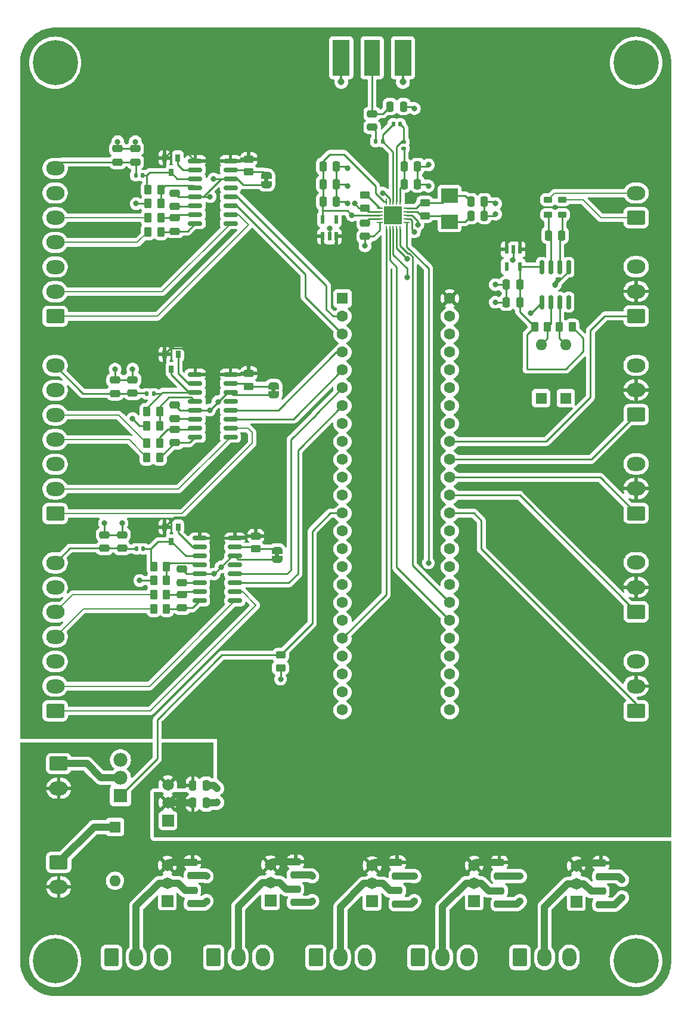
<source format=gbr>
%TF.GenerationSoftware,KiCad,Pcbnew,7.0.9*%
%TF.CreationDate,2024-08-13T23:39:12-05:00*%
%TF.ProjectId,TestStand,54657374-5374-4616-9e64-2e6b69636164,rev?*%
%TF.SameCoordinates,Original*%
%TF.FileFunction,Copper,L1,Top*%
%TF.FilePolarity,Positive*%
%FSLAX46Y46*%
G04 Gerber Fmt 4.6, Leading zero omitted, Abs format (unit mm)*
G04 Created by KiCad (PCBNEW 7.0.9) date 2024-08-13 23:39:12*
%MOMM*%
%LPD*%
G01*
G04 APERTURE LIST*
G04 Aperture macros list*
%AMRoundRect*
0 Rectangle with rounded corners*
0 $1 Rounding radius*
0 $2 $3 $4 $5 $6 $7 $8 $9 X,Y pos of 4 corners*
0 Add a 4 corners polygon primitive as box body*
4,1,4,$2,$3,$4,$5,$6,$7,$8,$9,$2,$3,0*
0 Add four circle primitives for the rounded corners*
1,1,$1+$1,$2,$3*
1,1,$1+$1,$4,$5*
1,1,$1+$1,$6,$7*
1,1,$1+$1,$8,$9*
0 Add four rect primitives between the rounded corners*
20,1,$1+$1,$2,$3,$4,$5,0*
20,1,$1+$1,$4,$5,$6,$7,0*
20,1,$1+$1,$6,$7,$8,$9,0*
20,1,$1+$1,$8,$9,$2,$3,0*%
%AMFreePoly0*
4,1,19,0.500000,-0.750000,0.000000,-0.750000,0.000000,-0.744911,-0.071157,-0.744911,-0.207708,-0.704816,-0.327430,-0.627875,-0.420627,-0.520320,-0.479746,-0.390866,-0.500000,-0.250000,-0.500000,0.250000,-0.479746,0.390866,-0.420627,0.520320,-0.327430,0.627875,-0.207708,0.704816,-0.071157,0.744911,0.000000,0.744911,0.000000,0.750000,0.500000,0.750000,0.500000,-0.750000,0.500000,-0.750000,
$1*%
%AMFreePoly1*
4,1,19,0.000000,0.744911,0.071157,0.744911,0.207708,0.704816,0.327430,0.627875,0.420627,0.520320,0.479746,0.390866,0.500000,0.250000,0.500000,-0.250000,0.479746,-0.390866,0.420627,-0.520320,0.327430,-0.627875,0.207708,-0.704816,0.071157,-0.744911,0.000000,-0.744911,0.000000,-0.750000,-0.500000,-0.750000,-0.500000,0.750000,0.000000,0.750000,0.000000,0.744911,0.000000,0.744911,
$1*%
G04 Aperture macros list end*
%TA.AperFunction,SMDPad,CuDef*%
%ADD10RoundRect,0.147500X0.147500X0.172500X-0.147500X0.172500X-0.147500X-0.172500X0.147500X-0.172500X0*%
%TD*%
%TA.AperFunction,SMDPad,CuDef*%
%ADD11RoundRect,0.147500X0.172500X-0.147500X0.172500X0.147500X-0.172500X0.147500X-0.172500X-0.147500X0*%
%TD*%
%TA.AperFunction,SMDPad,CuDef*%
%ADD12RoundRect,0.147500X-0.147500X-0.172500X0.147500X-0.172500X0.147500X0.172500X-0.147500X0.172500X0*%
%TD*%
%TA.AperFunction,SMDPad,CuDef*%
%ADD13R,2.400000X2.000000*%
%TD*%
%TA.AperFunction,SMDPad,CuDef*%
%ADD14RoundRect,0.250000X0.475000X-0.250000X0.475000X0.250000X-0.475000X0.250000X-0.475000X-0.250000X0*%
%TD*%
%TA.AperFunction,SMDPad,CuDef*%
%ADD15RoundRect,0.250000X0.250000X0.475000X-0.250000X0.475000X-0.250000X-0.475000X0.250000X-0.475000X0*%
%TD*%
%TA.AperFunction,SMDPad,CuDef*%
%ADD16R,0.558800X1.270000*%
%TD*%
%TA.AperFunction,ComponentPad*%
%ADD17R,1.600000X1.600000*%
%TD*%
%TA.AperFunction,ComponentPad*%
%ADD18O,1.600000X1.600000*%
%TD*%
%TA.AperFunction,ComponentPad*%
%ADD19RoundRect,0.250000X-0.750000X-1.050000X0.750000X-1.050000X0.750000X1.050000X-0.750000X1.050000X0*%
%TD*%
%TA.AperFunction,ComponentPad*%
%ADD20O,2.000000X2.600000*%
%TD*%
%TA.AperFunction,ComponentPad*%
%ADD21RoundRect,0.250000X1.050000X-0.750000X1.050000X0.750000X-1.050000X0.750000X-1.050000X-0.750000X0*%
%TD*%
%TA.AperFunction,ComponentPad*%
%ADD22O,2.600000X2.000000*%
%TD*%
%TA.AperFunction,ComponentPad*%
%ADD23RoundRect,0.250000X-1.050000X0.750000X-1.050000X-0.750000X1.050000X-0.750000X1.050000X0.750000X0*%
%TD*%
%TA.AperFunction,SMDPad,CuDef*%
%ADD24FreePoly0,90.000000*%
%TD*%
%TA.AperFunction,SMDPad,CuDef*%
%ADD25FreePoly1,90.000000*%
%TD*%
%TA.AperFunction,SMDPad,CuDef*%
%ADD26RoundRect,0.250000X-0.250000X-0.475000X0.250000X-0.475000X0.250000X0.475000X-0.250000X0.475000X0*%
%TD*%
%TA.AperFunction,ComponentPad*%
%ADD27R,1.980000X1.980000*%
%TD*%
%TA.AperFunction,ComponentPad*%
%ADD28C,1.980000*%
%TD*%
%TA.AperFunction,SMDPad,CuDef*%
%ADD29RoundRect,0.250000X-0.262500X-0.450000X0.262500X-0.450000X0.262500X0.450000X-0.262500X0.450000X0*%
%TD*%
%TA.AperFunction,SMDPad,CuDef*%
%ADD30R,0.650000X1.100000*%
%TD*%
%TA.AperFunction,SMDPad,CuDef*%
%ADD31RoundRect,0.150000X-0.850000X-0.150000X0.850000X-0.150000X0.850000X0.150000X-0.850000X0.150000X0*%
%TD*%
%TA.AperFunction,SMDPad,CuDef*%
%ADD32RoundRect,0.250000X0.262500X0.450000X-0.262500X0.450000X-0.262500X-0.450000X0.262500X-0.450000X0*%
%TD*%
%TA.AperFunction,ComponentPad*%
%ADD33R,1.651000X1.651000*%
%TD*%
%TA.AperFunction,ComponentPad*%
%ADD34C,1.651000*%
%TD*%
%TA.AperFunction,SMDPad,CuDef*%
%ADD35RoundRect,0.250000X-0.450000X0.262500X-0.450000X-0.262500X0.450000X-0.262500X0.450000X0.262500X0*%
%TD*%
%TA.AperFunction,SMDPad,CuDef*%
%ADD36RoundRect,0.250000X-0.475000X0.250000X-0.475000X-0.250000X0.475000X-0.250000X0.475000X0.250000X0*%
%TD*%
%TA.AperFunction,SMDPad,CuDef*%
%ADD37RoundRect,0.250000X0.450000X-0.262500X0.450000X0.262500X-0.450000X0.262500X-0.450000X-0.262500X0*%
%TD*%
%TA.AperFunction,ComponentPad*%
%ADD38C,6.400000*%
%TD*%
%TA.AperFunction,ComponentPad*%
%ADD39C,1.600000*%
%TD*%
%TA.AperFunction,SMDPad,CuDef*%
%ADD40R,2.290000X5.080000*%
%TD*%
%TA.AperFunction,SMDPad,CuDef*%
%ADD41R,2.420000X5.080000*%
%TD*%
%TA.AperFunction,SMDPad,CuDef*%
%ADD42R,0.460000X0.950000*%
%TD*%
%TA.AperFunction,ComponentPad*%
%ADD43C,0.970000*%
%TD*%
%TA.AperFunction,SMDPad,CuDef*%
%ADD44RoundRect,0.218750X-0.381250X0.218750X-0.381250X-0.218750X0.381250X-0.218750X0.381250X0.218750X0*%
%TD*%
%TA.AperFunction,SMDPad,CuDef*%
%ADD45RoundRect,0.062500X0.062500X-0.350000X0.062500X0.350000X-0.062500X0.350000X-0.062500X-0.350000X0*%
%TD*%
%TA.AperFunction,SMDPad,CuDef*%
%ADD46RoundRect,0.062500X0.350000X-0.062500X0.350000X0.062500X-0.350000X0.062500X-0.350000X-0.062500X0*%
%TD*%
%TA.AperFunction,SMDPad,CuDef*%
%ADD47R,2.500000X2.500000*%
%TD*%
%TA.AperFunction,SMDPad,CuDef*%
%ADD48RoundRect,0.150000X-0.150000X0.825000X-0.150000X-0.825000X0.150000X-0.825000X0.150000X0.825000X0*%
%TD*%
%TA.AperFunction,ViaPad*%
%ADD49C,1.000000*%
%TD*%
%TA.AperFunction,ViaPad*%
%ADD50C,0.800000*%
%TD*%
%TA.AperFunction,Conductor*%
%ADD51C,0.250000*%
%TD*%
%TA.AperFunction,Conductor*%
%ADD52C,1.000000*%
%TD*%
%TA.AperFunction,Conductor*%
%ADD53C,0.200000*%
%TD*%
G04 APERTURE END LIST*
%TA.AperFunction,EtchedComponent*%
%TO.C,JP3*%
G36*
X59300000Y-138100000D02*
G01*
X58700000Y-138100000D01*
X58700000Y-137600000D01*
X59300000Y-137600000D01*
X59300000Y-138100000D01*
G37*
%TD.AperFunction*%
%TA.AperFunction,EtchedComponent*%
%TO.C,JP1*%
G36*
X57800000Y-84900000D02*
G01*
X57200000Y-84900000D01*
X57200000Y-84400000D01*
X57800000Y-84400000D01*
X57800000Y-84900000D01*
G37*
%TD.AperFunction*%
%TA.AperFunction,EtchedComponent*%
%TO.C,JP2*%
G36*
X58800000Y-114750000D02*
G01*
X58200000Y-114750000D01*
X58200000Y-114250000D01*
X58800000Y-114250000D01*
X58800000Y-114750000D01*
G37*
%TD.AperFunction*%
%TD*%
D10*
%TO.P,L6,1,1*%
%TO.N,Net-(U7-ANT2)*%
X73985000Y-79147500D03*
%TO.P,L6,2,2*%
%TO.N,Net-(C21-Pad1)*%
X73015000Y-79147500D03*
%TD*%
%TO.P,L5,1,1*%
%TO.N,Net-(U7-ANT1)*%
X76485000Y-76710000D03*
%TO.P,L5,2,2*%
%TO.N,Net-(U7-ANT2)*%
X75515000Y-76710000D03*
%TD*%
D11*
%TO.P,L4,1,1*%
%TO.N,Net-(U7-VDD_PA)*%
X77000000Y-80195000D03*
%TO.P,L4,2,2*%
%TO.N,Net-(U7-ANT1)*%
X77000000Y-79225000D03*
%TD*%
D12*
%TO.P,L3,1,1*%
%TO.N,/E2+*%
X39015000Y-137000000D03*
%TO.P,L3,2,2*%
%TO.N,Net-(U3-AVDD)*%
X39985000Y-137000000D03*
%TD*%
%TO.P,L2,1,1*%
%TO.N,/E1+*%
X40515000Y-115000000D03*
%TO.P,L2,2,2*%
%TO.N,Net-(U2-AVDD)*%
X41485000Y-115000000D03*
%TD*%
%TO.P,L1,1,1*%
%TO.N,/E+*%
X38952500Y-84000000D03*
%TO.P,L1,2,2*%
%TO.N,Net-(U1-AVDD)*%
X39922500Y-84000000D03*
%TD*%
D13*
%TO.P,Y1,1,1*%
%TO.N,Net-(U7-XC2)*%
X83500000Y-90560000D03*
%TO.P,Y1,2,2*%
%TO.N,Net-(U7-XC1)*%
X83500000Y-86860000D03*
%TD*%
D14*
%TO.P,C36,1*%
%TO.N,GND*%
X105000000Y-187512900D03*
%TO.P,C36,2*%
%TO.N,/+S4*%
X105000000Y-185612900D03*
%TD*%
D15*
%TO.P,C27,1*%
%TO.N,GND*%
X48950000Y-173080000D03*
%TO.P,C27,2*%
%TO.N,+5V*%
X47050000Y-173080000D03*
%TD*%
D16*
%TO.P,U5,1,Vin*%
%TO.N,+5V*%
X93500000Y-94500000D03*
%TO.P,U5,2,GND*%
%TO.N,GND*%
X92547500Y-94500000D03*
%TO.P,U5,3,ON*%
%TO.N,+5V*%
X91595000Y-94500000D03*
%TO.P,U5,4,ADJ*%
%TO.N,unconnected-(U5-ADJ-Pad4)*%
X91595000Y-96938400D03*
%TO.P,U5,5,Vout*%
%TO.N,/+3VTC*%
X93500000Y-96938400D03*
%TD*%
D17*
%TO.P,D1,1,K*%
%TO.N,/tcCS*%
X96500000Y-115620000D03*
D18*
%TO.P,D1,2,A*%
%TO.N,Net-(D1-A)*%
X96500000Y-108000000D03*
%TD*%
D19*
%TO.P,J5,1,Pin_1*%
%TO.N,/PWM1*%
X50000000Y-195000000D03*
D20*
%TO.P,J5,2,Pin_2*%
%TO.N,/+S1*%
X53500000Y-195000000D03*
%TO.P,J5,3,Pin_3*%
%TO.N,GND*%
X57000000Y-195000000D03*
%TD*%
D21*
%TO.P,J12,1,Pin_1*%
%TO.N,/PT3*%
X110000000Y-117950000D03*
D22*
%TO.P,J12,2,Pin_2*%
%TO.N,+5V*%
X110000000Y-114450000D03*
%TO.P,J12,3,Pin_3*%
%TO.N,GND*%
X110000000Y-110950000D03*
%TD*%
D19*
%TO.P,J7,1,Pin_1*%
%TO.N,/PWM3*%
X79000000Y-195000000D03*
D20*
%TO.P,J7,2,Pin_2*%
%TO.N,/+S3*%
X82500000Y-195000000D03*
%TO.P,J7,3,Pin_3*%
%TO.N,GND*%
X86000000Y-195000000D03*
%TD*%
D23*
%TO.P,J17,1,Pin_1*%
%TO.N,Net-(J17-Pin_1)*%
X28000000Y-181500000D03*
D22*
%TO.P,J17,2,Pin_2*%
%TO.N,+BATT*%
X28000000Y-185000000D03*
%TD*%
D24*
%TO.P,JP3,1,A*%
%TO.N,GND*%
X59000000Y-138500000D03*
D25*
%TO.P,JP3,2,B*%
%TO.N,Net-(JP3-B)*%
X59000000Y-137200000D03*
%TD*%
D21*
%TO.P,J13,1,Pin_1*%
%TO.N,/PT4*%
X110000000Y-103950000D03*
D22*
%TO.P,J13,2,Pin_2*%
%TO.N,+5V*%
X110000000Y-100450000D03*
%TO.P,J13,3,Pin_3*%
%TO.N,GND*%
X110000000Y-96950000D03*
%TD*%
D26*
%TO.P,C19,1*%
%TO.N,Net-(U7-VDD_PA)*%
X77050000Y-82710000D03*
%TO.P,C19,2*%
%TO.N,GND*%
X78950000Y-82710000D03*
%TD*%
D27*
%TO.P,IC1,1,G*%
%TO.N,/GP*%
X36770000Y-172050000D03*
D28*
%TO.P,IC1,2,D*%
%TO.N,Net-(IC1-D)*%
X36770000Y-169500000D03*
%TO.P,IC1,3,S*%
%TO.N,GND*%
X36770000Y-166950000D03*
%TD*%
D14*
%TO.P,C12,1*%
%TO.N,Net-(U3-VBG)*%
X45500000Y-141800000D03*
%TO.P,C12,2*%
%TO.N,GND*%
X45500000Y-139900000D03*
%TD*%
D29*
%TO.P,R2,1*%
%TO.N,/A+*%
X40675000Y-92000000D03*
%TO.P,R2,2*%
%TO.N,Net-(U1-INA+)*%
X42500000Y-92000000D03*
%TD*%
D17*
%TO.P,SW1,1*%
%TO.N,Net-(J17-Pin_1)*%
X36000000Y-176500000D03*
D18*
%TO.P,SW1,2*%
%TO.N,GND*%
X36000000Y-184120000D03*
%TD*%
D21*
%TO.P,J11,1,Pin_1*%
%TO.N,/PT2*%
X110000000Y-131950000D03*
D22*
%TO.P,J11,2,Pin_2*%
%TO.N,+5V*%
X110000000Y-128450000D03*
%TO.P,J11,3,Pin_3*%
%TO.N,GND*%
X110000000Y-124950000D03*
%TD*%
D24*
%TO.P,JP1,1,A*%
%TO.N,GND*%
X57500000Y-85300000D03*
D25*
%TO.P,JP1,2,B*%
%TO.N,Net-(JP1-B)*%
X57500000Y-84000000D03*
%TD*%
D30*
%TO.P,Q1,1*%
%TO.N,Net-(U1-BASE)*%
X44920000Y-81500000D03*
%TO.P,Q1,2*%
%TO.N,+5V*%
X43000000Y-81500000D03*
%TO.P,Q1,3*%
%TO.N,Net-(U1-AVDD)*%
X43960000Y-83600000D03*
%TD*%
D29*
%TO.P,R3,1*%
%TO.N,/A-*%
X40675000Y-90000000D03*
%TO.P,R3,2*%
%TO.N,Net-(U1-INA-)*%
X42500000Y-90000000D03*
%TD*%
D21*
%TO.P,J2,1,Pin_1*%
%TO.N,/B1+*%
X27500000Y-132000000D03*
D22*
%TO.P,J2,2,Pin_2*%
%TO.N,/B1-*%
X27500000Y-128500000D03*
%TO.P,J2,3,Pin_3*%
%TO.N,GND*%
X27500000Y-125000000D03*
%TO.P,J2,4,Pin_4*%
%TO.N,/A1+*%
X27500000Y-121500000D03*
%TO.P,J2,5,Pin_5*%
%TO.N,/A1-*%
X27500000Y-118000000D03*
%TO.P,J2,6,Pin_6*%
%TO.N,GND*%
X27500000Y-114500000D03*
%TO.P,J2,7,Pin_7*%
%TO.N,/E1+*%
X27500000Y-111000000D03*
%TD*%
D15*
%TO.P,C25,1*%
%TO.N,GND*%
X67450000Y-87710000D03*
%TO.P,C25,2*%
%TO.N,/+3VRF*%
X65550000Y-87710000D03*
%TD*%
D31*
%TO.P,U1,1,VSUP*%
%TO.N,+5V*%
X47387500Y-81915000D03*
%TO.P,U1,2,BASE*%
%TO.N,Net-(U1-BASE)*%
X47387500Y-83185000D03*
%TO.P,U1,3,AVDD*%
%TO.N,Net-(U1-AVDD)*%
X47387500Y-84455000D03*
%TO.P,U1,4,VFB*%
%TO.N,Net-(U1-VFB)*%
X47387500Y-85725000D03*
%TO.P,U1,5,AGND*%
%TO.N,GND*%
X47387500Y-86995000D03*
%TO.P,U1,6,VBG*%
%TO.N,Net-(U1-VBG)*%
X47387500Y-88265000D03*
%TO.P,U1,7,INA-*%
%TO.N,Net-(U1-INA-)*%
X47387500Y-89535000D03*
%TO.P,U1,8,INA+*%
%TO.N,Net-(U1-INA+)*%
X47387500Y-90805000D03*
%TO.P,U1,9,INB-*%
%TO.N,/B-*%
X52387500Y-90805000D03*
%TO.P,U1,10,INB+*%
%TO.N,/B+*%
X52387500Y-89535000D03*
%TO.P,U1,11,PD_SCK*%
%TO.N,/SCK*%
X52387500Y-88265000D03*
%TO.P,U1,12,DOUT*%
%TO.N,/DAT*%
X52387500Y-86995000D03*
%TO.P,U1,13,XO*%
%TO.N,unconnected-(U1-XO-Pad13)*%
X52387500Y-85725000D03*
%TO.P,U1,14,XI*%
%TO.N,GND*%
X52387500Y-84455000D03*
%TO.P,U1,15,RATE*%
%TO.N,Net-(JP1-B)*%
X52387500Y-83185000D03*
%TO.P,U1,16,DVDD*%
%TO.N,+5V*%
X52387500Y-81915000D03*
%TD*%
D14*
%TO.P,C30,1*%
%TO.N,GND*%
X61636400Y-187224200D03*
%TO.P,C30,2*%
%TO.N,/+S1*%
X61636400Y-185324200D03*
%TD*%
D32*
%TO.P,R17,1*%
%TO.N,/+3VTC*%
X100912500Y-105500000D03*
%TO.P,R17,2*%
%TO.N,Net-(D2-A)*%
X99087500Y-105500000D03*
%TD*%
D14*
%TO.P,C10,1*%
%TO.N,/E2+*%
X37000000Y-136900000D03*
%TO.P,C10,2*%
%TO.N,GND*%
X37000000Y-135000000D03*
%TD*%
D32*
%TO.P,R16,1*%
%TO.N,Net-(D1-A)*%
X97412500Y-105500000D03*
%TO.P,R16,2*%
%TO.N,/+3VTC*%
X95587500Y-105500000D03*
%TD*%
D33*
%TO.P,CR6,1,ADJ/GND*%
%TO.N,GND*%
X101500000Y-187080000D03*
D34*
%TO.P,CR6,2,OUTPUT*%
%TO.N,/+S4*%
X101500000Y-184540000D03*
%TO.P,CR6,3,INPUT*%
%TO.N,+BATT*%
X101500000Y-182000000D03*
%TD*%
D16*
%TO.P,U8,1,Vin*%
%TO.N,+5V*%
X65500000Y-92648400D03*
%TO.P,U8,2,GND*%
%TO.N,GND*%
X66452500Y-92648400D03*
%TO.P,U8,3,ON*%
%TO.N,+5V*%
X67405000Y-92648400D03*
%TO.P,U8,4,ADJ*%
%TO.N,unconnected-(U8-ADJ-Pad4)*%
X67405000Y-90210000D03*
%TO.P,U8,5,Vout*%
%TO.N,/+3VRF*%
X65500000Y-90210000D03*
%TD*%
D14*
%TO.P,C37,1*%
%TO.N,GND*%
X105000000Y-183512900D03*
%TO.P,C37,2*%
%TO.N,+BATT*%
X105000000Y-181612900D03*
%TD*%
D35*
%TO.P,R19,1*%
%TO.N,Net-(U7-XC1)*%
X80000000Y-87885000D03*
%TO.P,R19,2*%
%TO.N,Net-(U7-XC2)*%
X80000000Y-89710000D03*
%TD*%
D29*
%TO.P,R8,1*%
%TO.N,/A1-*%
X40500000Y-122000000D03*
%TO.P,R8,2*%
%TO.N,Net-(U2-INA-)*%
X42325000Y-122000000D03*
%TD*%
D26*
%TO.P,C20,1*%
%TO.N,Net-(U7-VDD_PA)*%
X77050000Y-85210000D03*
%TO.P,C20,2*%
%TO.N,GND*%
X78950000Y-85210000D03*
%TD*%
D36*
%TO.P,C7,1*%
%TO.N,Net-(U2-INA-)*%
X44500000Y-120050000D03*
%TO.P,C7,2*%
%TO.N,Net-(U2-INA+)*%
X44500000Y-121950000D03*
%TD*%
D14*
%TO.P,C34,1*%
%TO.N,GND*%
X90568200Y-187450000D03*
%TO.P,C34,2*%
%TO.N,/+S3*%
X90568200Y-185550000D03*
%TD*%
D37*
%TO.P,R20,1*%
%TO.N,GND*%
X59500000Y-153912500D03*
%TO.P,R20,2*%
%TO.N,/GP*%
X59500000Y-152087500D03*
%TD*%
%TO.P,R15,1*%
%TO.N,Net-(JP3-B)*%
X56000000Y-137000000D03*
%TO.P,R15,2*%
%TO.N,+5V*%
X56000000Y-135175000D03*
%TD*%
D38*
%TO.P,H2,1,1*%
%TO.N,GND*%
X110000000Y-68000000D03*
%TD*%
D19*
%TO.P,J8,1,Pin_1*%
%TO.N,/PWM4*%
X93500000Y-195000000D03*
D20*
%TO.P,J8,2,Pin_2*%
%TO.N,/+S4*%
X97000000Y-195000000D03*
%TO.P,J8,3,Pin_3*%
%TO.N,GND*%
X100500000Y-195000000D03*
%TD*%
D17*
%TO.P,U4,1,GND*%
%TO.N,GND*%
X68300000Y-101460000D03*
D39*
%TO.P,U4,2,0_RX1_CRX2_CS1*%
%TO.N,/DAT*%
X68300000Y-104000000D03*
%TO.P,U4,3,1_TX1_CTX2_MISO1*%
%TO.N,/SCK*%
X68300000Y-106540000D03*
%TO.P,U4,4,2_OUT2*%
%TO.N,/DAT1*%
X68300000Y-109080000D03*
%TO.P,U4,5,3_LRCLK2*%
%TO.N,/SCK1*%
X68300000Y-111620000D03*
%TO.P,U4,6,4_BCLK2*%
%TO.N,/DAT2*%
X68300000Y-114160000D03*
%TO.P,U4,7,5_IN2*%
%TO.N,/SCK2*%
X68300000Y-116700000D03*
%TO.P,U4,8,6_OUT1D*%
%TO.N,/PWM0*%
X68300000Y-119240000D03*
%TO.P,U4,9,7_RX2_OUT1A*%
%TO.N,/PWM1*%
X68300000Y-121780000D03*
%TO.P,U4,10,8_TX2_IN1*%
%TO.N,/PWM2*%
X68300000Y-124320000D03*
%TO.P,U4,11,9_OUT1C*%
%TO.N,/PWM3*%
X68300000Y-126860000D03*
%TO.P,U4,12,10_CS_MQSR*%
%TO.N,/PWM4*%
X68300000Y-129400000D03*
%TO.P,U4,13,11_MOSI_CTX1*%
%TO.N,/GP*%
X68300000Y-131940000D03*
%TO.P,U4,14,12_MISO_MQSL*%
%TO.N,unconnected-(U4-12_MISO_MQSL-Pad14)*%
X68300000Y-134480000D03*
%TO.P,U4,15,3V3*%
%TO.N,unconnected-(U4-3V3-Pad15)*%
X68300000Y-137020000D03*
%TO.P,U4,16,24_A10_TX6_SCL2*%
%TO.N,unconnected-(U4-24_A10_TX6_SCL2-Pad16)*%
X68300000Y-139560000D03*
%TO.P,U4,17,25_A11_RX6_SDA2*%
%TO.N,unconnected-(U4-25_A11_RX6_SDA2-Pad17)*%
X68300000Y-142100000D03*
%TO.P,U4,18,26_A12_MOSI1*%
%TO.N,/rMOSI*%
X68300000Y-144640000D03*
%TO.P,U4,19,27_A13_SCK1*%
%TO.N,/rSCK*%
X68300000Y-147180000D03*
%TO.P,U4,20,28_RX7*%
%TO.N,/rCE*%
X68300000Y-149720000D03*
%TO.P,U4,21,29_TX7*%
%TO.N,/rIRQ*%
X68300000Y-152260000D03*
%TO.P,U4,22,30_CRX3*%
%TO.N,unconnected-(U4-30_CRX3-Pad22)*%
X68300000Y-154800000D03*
%TO.P,U4,23,31_CTX3*%
%TO.N,unconnected-(U4-31_CTX3-Pad23)*%
X68300000Y-157340000D03*
%TO.P,U4,24,32_OUT1B*%
%TO.N,unconnected-(U4-32_OUT1B-Pad24)*%
X68300000Y-159880000D03*
%TO.P,U4,25,33_MCLK2*%
%TO.N,/tcCS*%
X83540000Y-159880000D03*
%TO.P,U4,26,34_RX8*%
%TO.N,/tcSO*%
X83540000Y-157340000D03*
%TO.P,U4,27,35_TX8*%
%TO.N,/tcSCK*%
X83540000Y-154800000D03*
%TO.P,U4,28,36_CS*%
%TO.N,unconnected-(U4-36_CS-Pad28)*%
X83540000Y-152260000D03*
%TO.P,U4,29,37_CS*%
%TO.N,unconnected-(U4-37_CS-Pad29)*%
X83540000Y-149720000D03*
%TO.P,U4,30,38_CS1_IN1*%
%TO.N,/rCSN*%
X83540000Y-147180000D03*
%TO.P,U4,31,39_MISO1_OUT1A*%
%TO.N,/rMISO*%
X83540000Y-144640000D03*
%TO.P,U4,32,40_A16*%
%TO.N,unconnected-(U4-40_A16-Pad32)*%
X83540000Y-142100000D03*
%TO.P,U4,33,41_A17*%
%TO.N,unconnected-(U4-41_A17-Pad33)*%
X83540000Y-139560000D03*
%TO.P,U4,34,GND*%
%TO.N,GND*%
X83540000Y-137020000D03*
%TO.P,U4,35,13_SCK_LED*%
%TO.N,unconnected-(U4-13_SCK_LED-Pad35)*%
X83540000Y-134480000D03*
%TO.P,U4,36,14_A0_TX3_SPDIF_OUT*%
%TO.N,/PT0*%
X83540000Y-131940000D03*
%TO.P,U4,37,15_A1_RX3_SPDIF_IN*%
%TO.N,/PT1*%
X83540000Y-129400000D03*
%TO.P,U4,38,16_A2_RX4_SCL1*%
%TO.N,/PT2*%
X83540000Y-126860000D03*
%TO.P,U4,39,17_A3_TX4_SDA1*%
%TO.N,/PT3*%
X83540000Y-124320000D03*
%TO.P,U4,40,18_A4_SDA*%
%TO.N,/PT4*%
X83540000Y-121780000D03*
%TO.P,U4,41,19_A5_SCL*%
%TO.N,unconnected-(U4-19_A5_SCL-Pad41)*%
X83540000Y-119240000D03*
%TO.P,U4,42,20_A6_TX5_LRCLK1*%
%TO.N,unconnected-(U4-20_A6_TX5_LRCLK1-Pad42)*%
X83540000Y-116700000D03*
%TO.P,U4,43,21_A7_RX5_BCLK1*%
%TO.N,unconnected-(U4-21_A7_RX5_BCLK1-Pad43)*%
X83540000Y-114160000D03*
%TO.P,U4,44,22_A8_CTX1*%
%TO.N,unconnected-(U4-22_A8_CTX1-Pad44)*%
X83540000Y-111620000D03*
%TO.P,U4,45,23_A9_CRX1_MCLK1*%
%TO.N,unconnected-(U4-23_A9_CRX1_MCLK1-Pad45)*%
X83540000Y-109080000D03*
%TO.P,U4,46,3V3*%
%TO.N,unconnected-(U4-3V3-Pad46)*%
X83540000Y-106540000D03*
%TO.P,U4,47,GND*%
%TO.N,GND*%
X83540000Y-104000000D03*
%TO.P,U4,48,VIN*%
%TO.N,+5V*%
X83540000Y-101460000D03*
%TD*%
D24*
%TO.P,JP2,1,A*%
%TO.N,GND*%
X58500000Y-115150000D03*
D25*
%TO.P,JP2,2,B*%
%TO.N,Net-(JP2-B)*%
X58500000Y-113850000D03*
%TD*%
D14*
%TO.P,C2,1*%
%TO.N,Net-(U1-VBG)*%
X44500000Y-88400000D03*
%TO.P,C2,2*%
%TO.N,GND*%
X44500000Y-86500000D03*
%TD*%
%TO.P,C32,1*%
%TO.N,GND*%
X76068200Y-187437100D03*
%TO.P,C32,2*%
%TO.N,/+S2*%
X76068200Y-185537100D03*
%TD*%
%TO.P,C6,1*%
%TO.N,/E1+*%
X38500000Y-114900000D03*
%TO.P,C6,2*%
%TO.N,GND*%
X38500000Y-113000000D03*
%TD*%
D31*
%TO.P,U3,1,VSUP*%
%TO.N,+5V*%
X48000000Y-135500000D03*
%TO.P,U3,2,BASE*%
%TO.N,Net-(U3-BASE)*%
X48000000Y-136770000D03*
%TO.P,U3,3,AVDD*%
%TO.N,Net-(U3-AVDD)*%
X48000000Y-138040000D03*
%TO.P,U3,4,VFB*%
%TO.N,Net-(U3-VFB)*%
X48000000Y-139310000D03*
%TO.P,U3,5,AGND*%
%TO.N,GND*%
X48000000Y-140580000D03*
%TO.P,U3,6,VBG*%
%TO.N,Net-(U3-VBG)*%
X48000000Y-141850000D03*
%TO.P,U3,7,INA-*%
%TO.N,Net-(U3-INA-)*%
X48000000Y-143120000D03*
%TO.P,U3,8,INA+*%
%TO.N,Net-(U3-INA+)*%
X48000000Y-144390000D03*
%TO.P,U3,9,INB-*%
%TO.N,/B2-*%
X53000000Y-144390000D03*
%TO.P,U3,10,INB+*%
%TO.N,/B2+*%
X53000000Y-143120000D03*
%TO.P,U3,11,PD_SCK*%
%TO.N,/SCK2*%
X53000000Y-141850000D03*
%TO.P,U3,12,DOUT*%
%TO.N,/DAT2*%
X53000000Y-140580000D03*
%TO.P,U3,13,XO*%
%TO.N,unconnected-(U3-XO-Pad13)*%
X53000000Y-139310000D03*
%TO.P,U3,14,XI*%
%TO.N,GND*%
X53000000Y-138040000D03*
%TO.P,U3,15,RATE*%
%TO.N,Net-(JP3-B)*%
X53000000Y-136770000D03*
%TO.P,U3,16,DVDD*%
%TO.N,+5V*%
X53000000Y-135500000D03*
%TD*%
D14*
%TO.P,C21,1*%
%TO.N,Net-(C21-Pad1)*%
X72500000Y-77160000D03*
%TO.P,C21,2*%
%TO.N,Net-(J15-In)*%
X72500000Y-75260000D03*
%TD*%
D29*
%TO.P,R14,1*%
%TO.N,Net-(U3-AVDD)*%
X41500000Y-139500000D03*
%TO.P,R14,2*%
%TO.N,Net-(U3-VFB)*%
X43325000Y-139500000D03*
%TD*%
D38*
%TO.P,H3,1,1*%
%TO.N,GND*%
X110000000Y-195500000D03*
%TD*%
D14*
%TO.P,C35,1*%
%TO.N,GND*%
X90568200Y-183450000D03*
%TO.P,C35,2*%
%TO.N,+BATT*%
X90568200Y-181550000D03*
%TD*%
D33*
%TO.P,CR1,1,ADJ/GND*%
%TO.N,GND*%
X43500000Y-175580000D03*
D34*
%TO.P,CR1,2,OUTPUT*%
%TO.N,+5V*%
X43500000Y-173040000D03*
%TO.P,CR1,3,INPUT*%
%TO.N,+BATT*%
X43500000Y-170500000D03*
%TD*%
D37*
%TO.P,R10,1*%
%TO.N,Net-(JP2-B)*%
X55000000Y-113912500D03*
%TO.P,R10,2*%
%TO.N,+5V*%
X55000000Y-112087500D03*
%TD*%
D29*
%TO.P,R11,1*%
%TO.N,GND*%
X41500000Y-141500000D03*
%TO.P,R11,2*%
%TO.N,Net-(U3-VFB)*%
X43325000Y-141500000D03*
%TD*%
D26*
%TO.P,C13,1*%
%TO.N,Net-(U6-T+)*%
X97550000Y-92500000D03*
%TO.P,C13,2*%
%TO.N,Net-(U6-T-)*%
X99450000Y-92500000D03*
%TD*%
D33*
%TO.P,CR3,1,ADJ/GND*%
%TO.N,GND*%
X58068200Y-186937100D03*
D34*
%TO.P,CR3,2,OUTPUT*%
%TO.N,/+S1*%
X58068200Y-184397100D03*
%TO.P,CR3,3,INPUT*%
%TO.N,+BATT*%
X58068200Y-181857100D03*
%TD*%
D29*
%TO.P,R12,1*%
%TO.N,/A2+*%
X41500000Y-145500000D03*
%TO.P,R12,2*%
%TO.N,Net-(U3-INA+)*%
X43325000Y-145500000D03*
%TD*%
D14*
%TO.P,C28,1*%
%TO.N,GND*%
X47000000Y-187387100D03*
%TO.P,C28,2*%
%TO.N,/+S0*%
X47000000Y-185487100D03*
%TD*%
%TO.P,C4,1*%
%TO.N,/E+*%
X36375000Y-82100000D03*
%TO.P,C4,2*%
%TO.N,GND*%
X36375000Y-80200000D03*
%TD*%
D15*
%TO.P,C26,1*%
%TO.N,GND*%
X48950000Y-170580000D03*
%TO.P,C26,2*%
%TO.N,+BATT*%
X47050000Y-170580000D03*
%TD*%
%TO.P,C22,1*%
%TO.N,GND*%
X76950000Y-74210000D03*
%TO.P,C22,2*%
%TO.N,Net-(J15-In)*%
X75050000Y-74210000D03*
%TD*%
D29*
%TO.P,R5,1*%
%TO.N,Net-(U1-AVDD)*%
X40675000Y-86000000D03*
%TO.P,R5,2*%
%TO.N,Net-(U1-VFB)*%
X42500000Y-86000000D03*
%TD*%
%TO.P,R6,1*%
%TO.N,GND*%
X40500000Y-119500000D03*
%TO.P,R6,2*%
%TO.N,Net-(U2-VFB)*%
X42325000Y-119500000D03*
%TD*%
D14*
%TO.P,C8,1*%
%TO.N,Net-(U2-VBG)*%
X44500000Y-118500000D03*
%TO.P,C8,2*%
%TO.N,GND*%
X44500000Y-116600000D03*
%TD*%
D33*
%TO.P,CR5,1,ADJ/GND*%
%TO.N,GND*%
X87000000Y-187000000D03*
D34*
%TO.P,CR5,2,OUTPUT*%
%TO.N,/+S3*%
X87000000Y-184460000D03*
%TO.P,CR5,3,INPUT*%
%TO.N,+BATT*%
X87000000Y-181920000D03*
%TD*%
D19*
%TO.P,J4,1,Pin_1*%
%TO.N,/PWM0*%
X35500000Y-195000000D03*
D20*
%TO.P,J4,2,Pin_2*%
%TO.N,/+S0*%
X39000000Y-195000000D03*
%TO.P,J4,3,Pin_3*%
%TO.N,GND*%
X42500000Y-195000000D03*
%TD*%
D14*
%TO.P,C9,1*%
%TO.N,/E2+*%
X34500000Y-136900000D03*
%TO.P,C9,2*%
%TO.N,GND*%
X34500000Y-135000000D03*
%TD*%
D40*
%TO.P,J15,1,In*%
%TO.N,Net-(J15-In)*%
X72500000Y-67280000D03*
D41*
%TO.P,J15,2,Ext*%
%TO.N,GND*%
X76880000Y-67280000D03*
X68120000Y-67280000D03*
D42*
X76880000Y-70270000D03*
X68120000Y-70270000D03*
D43*
X76880000Y-70720000D03*
X68120000Y-70720000D03*
%TD*%
D14*
%TO.P,C33,1*%
%TO.N,GND*%
X76068200Y-183437100D03*
%TO.P,C33,2*%
%TO.N,+BATT*%
X76068200Y-181537100D03*
%TD*%
D15*
%TO.P,C15,1*%
%TO.N,/+3VTC*%
X93450000Y-102000000D03*
%TO.P,C15,2*%
%TO.N,GND*%
X91550000Y-102000000D03*
%TD*%
D26*
%TO.P,C17,1*%
%TO.N,Net-(U7-XC1)*%
X86550000Y-87710000D03*
%TO.P,C17,2*%
%TO.N,GND*%
X88450000Y-87710000D03*
%TD*%
D37*
%TO.P,R1,1*%
%TO.N,Net-(JP1-B)*%
X55000000Y-83500000D03*
%TO.P,R1,2*%
%TO.N,+5V*%
X55000000Y-81675000D03*
%TD*%
D38*
%TO.P,H1,1,1*%
%TO.N,GND*%
X27500000Y-68000000D03*
%TD*%
D33*
%TO.P,CR4,1,ADJ/GND*%
%TO.N,GND*%
X72500000Y-187050000D03*
D34*
%TO.P,CR4,2,OUTPUT*%
%TO.N,/+S2*%
X72500000Y-184510000D03*
%TO.P,CR4,3,INPUT*%
%TO.N,+BATT*%
X72500000Y-181970000D03*
%TD*%
D15*
%TO.P,C24,1*%
%TO.N,GND*%
X67450000Y-85210000D03*
%TO.P,C24,2*%
%TO.N,/+3VRF*%
X65550000Y-85210000D03*
%TD*%
D14*
%TO.P,C31,1*%
%TO.N,GND*%
X61636400Y-183324200D03*
%TO.P,C31,2*%
%TO.N,+BATT*%
X61636400Y-181424200D03*
%TD*%
D21*
%TO.P,J9,1,Pin_1*%
%TO.N,/PT0*%
X110000000Y-160000000D03*
D22*
%TO.P,J9,2,Pin_2*%
%TO.N,+5V*%
X110000000Y-156500000D03*
%TO.P,J9,3,Pin_3*%
%TO.N,GND*%
X110000000Y-153000000D03*
%TD*%
D29*
%TO.P,R7,1*%
%TO.N,/A1+*%
X40500000Y-124000000D03*
%TO.P,R7,2*%
%TO.N,Net-(U2-INA+)*%
X42325000Y-124000000D03*
%TD*%
D21*
%TO.P,J10,1,Pin_1*%
%TO.N,/PT1*%
X110000000Y-145950000D03*
D22*
%TO.P,J10,2,Pin_2*%
%TO.N,+5V*%
X110000000Y-142450000D03*
%TO.P,J10,3,Pin_3*%
%TO.N,GND*%
X110000000Y-138950000D03*
%TD*%
D44*
%TO.P,FB2,1*%
%TO.N,/T-*%
X99500000Y-87437500D03*
%TO.P,FB2,2*%
%TO.N,Net-(U6-T-)*%
X99500000Y-89562500D03*
%TD*%
D45*
%TO.P,U7,1,CE*%
%TO.N,/rCE*%
X74500000Y-91585000D03*
%TO.P,U7,2,CSN*%
%TO.N,/rCSN*%
X75000000Y-91585000D03*
%TO.P,U7,3,SCK*%
%TO.N,/rSCK*%
X75500000Y-91585000D03*
%TO.P,U7,4,MOSI*%
%TO.N,/rMOSI*%
X76000000Y-91585000D03*
%TO.P,U7,5,MISO*%
%TO.N,/rMISO*%
X76500000Y-91585000D03*
D46*
%TO.P,U7,6,IRQ*%
%TO.N,/rIRQ*%
X77437500Y-90647500D03*
%TO.P,U7,7,VDD*%
%TO.N,/+3VRF*%
X77437500Y-90147500D03*
%TO.P,U7,8,VSS*%
%TO.N,GND*%
X77437500Y-89647500D03*
%TO.P,U7,9,XC2*%
%TO.N,Net-(U7-XC2)*%
X77437500Y-89147500D03*
%TO.P,U7,10,XC1*%
%TO.N,Net-(U7-XC1)*%
X77437500Y-88647500D03*
D45*
%TO.P,U7,11,VDD_PA*%
%TO.N,Net-(U7-VDD_PA)*%
X76500000Y-87710000D03*
%TO.P,U7,12,ANT1*%
%TO.N,Net-(U7-ANT1)*%
X76000000Y-87710000D03*
%TO.P,U7,13,ANT2*%
%TO.N,Net-(U7-ANT2)*%
X75500000Y-87710000D03*
%TO.P,U7,14,VSS*%
%TO.N,GND*%
X75000000Y-87710000D03*
%TO.P,U7,15,VDD*%
%TO.N,/+3VRF*%
X74500000Y-87710000D03*
D46*
%TO.P,U7,16,IREF*%
%TO.N,Net-(U7-IREF)*%
X73562500Y-88647500D03*
%TO.P,U7,17,VSS*%
%TO.N,GND*%
X73562500Y-89147500D03*
%TO.P,U7,18,VDD*%
%TO.N,/+3VRF*%
X73562500Y-89647500D03*
%TO.P,U7,19,DVDD*%
%TO.N,Net-(U7-DVDD)*%
X73562500Y-90147500D03*
%TO.P,U7,20,VSS*%
%TO.N,GND*%
X73562500Y-90647500D03*
D47*
%TO.P,U7,21*%
%TO.N,N/C*%
X75500000Y-89647500D03*
%TD*%
D26*
%TO.P,C18,1*%
%TO.N,Net-(U7-XC2)*%
X86550000Y-89710000D03*
%TO.P,C18,2*%
%TO.N,GND*%
X88450000Y-89710000D03*
%TD*%
D15*
%TO.P,C14,1*%
%TO.N,/+3VTC*%
X93450000Y-99500000D03*
%TO.P,C14,2*%
%TO.N,GND*%
X91550000Y-99500000D03*
%TD*%
D14*
%TO.P,C3,1*%
%TO.N,/E+*%
X38875000Y-82100000D03*
%TO.P,C3,2*%
%TO.N,GND*%
X38875000Y-80200000D03*
%TD*%
%TO.P,C5,1*%
%TO.N,/E1+*%
X36000000Y-114950000D03*
%TO.P,C5,2*%
%TO.N,GND*%
X36000000Y-113050000D03*
%TD*%
D36*
%TO.P,C1,1*%
%TO.N,Net-(U1-INA-)*%
X44500000Y-90000000D03*
%TO.P,C1,2*%
%TO.N,Net-(U1-INA+)*%
X44500000Y-91900000D03*
%TD*%
D17*
%TO.P,D2,1,K*%
%TO.N,/tcSO*%
X100000000Y-115620000D03*
D18*
%TO.P,D2,2,A*%
%TO.N,Net-(D2-A)*%
X100000000Y-108000000D03*
%TD*%
D33*
%TO.P,CR2,1,ADJ/GND*%
%TO.N,GND*%
X43431800Y-187000000D03*
D34*
%TO.P,CR2,2,OUTPUT*%
%TO.N,/+S0*%
X43431800Y-184460000D03*
%TO.P,CR2,3,INPUT*%
%TO.N,+BATT*%
X43431800Y-181920000D03*
%TD*%
D48*
%TO.P,U6,1,GND*%
%TO.N,GND*%
X100405000Y-97025000D03*
%TO.P,U6,2,T-*%
%TO.N,Net-(U6-T-)*%
X99135000Y-97025000D03*
%TO.P,U6,3,T+*%
%TO.N,Net-(U6-T+)*%
X97865000Y-97025000D03*
%TO.P,U6,4,V_CC*%
%TO.N,/+3VTC*%
X96595000Y-97025000D03*
%TO.P,U6,5,SCK*%
%TO.N,/tcSCK*%
X96595000Y-101975000D03*
%TO.P,U6,6,~{CS}*%
%TO.N,Net-(D1-A)*%
X97865000Y-101975000D03*
%TO.P,U6,7,SO*%
%TO.N,Net-(D2-A)*%
X99135000Y-101975000D03*
%TO.P,U6,8*%
%TO.N,N/C*%
X100405000Y-101975000D03*
%TD*%
D30*
%TO.P,Q2,1*%
%TO.N,Net-(U2-BASE)*%
X44960000Y-109400000D03*
%TO.P,Q2,2*%
%TO.N,+5V*%
X43040000Y-109400000D03*
%TO.P,Q2,3*%
%TO.N,Net-(U2-AVDD)*%
X44000000Y-111500000D03*
%TD*%
D38*
%TO.P,H4,1,1*%
%TO.N,GND*%
X27500000Y-195500000D03*
%TD*%
D37*
%TO.P,R18,1*%
%TO.N,GND*%
X71500000Y-88622500D03*
%TO.P,R18,2*%
%TO.N,Net-(U7-IREF)*%
X71500000Y-86797500D03*
%TD*%
D30*
%TO.P,Q3,1*%
%TO.N,Net-(U3-BASE)*%
X44960000Y-133900000D03*
%TO.P,Q3,2*%
%TO.N,+5V*%
X43040000Y-133900000D03*
%TO.P,Q3,3*%
%TO.N,Net-(U3-AVDD)*%
X44000000Y-136000000D03*
%TD*%
D29*
%TO.P,R4,1*%
%TO.N,GND*%
X40675000Y-88000000D03*
%TO.P,R4,2*%
%TO.N,Net-(U1-VFB)*%
X42500000Y-88000000D03*
%TD*%
D21*
%TO.P,J1,1,Pin_1*%
%TO.N,/B+*%
X27500000Y-104000000D03*
D22*
%TO.P,J1,2,Pin_2*%
%TO.N,/B-*%
X27500000Y-100500000D03*
%TO.P,J1,3,Pin_3*%
%TO.N,GND*%
X27500000Y-97000000D03*
%TO.P,J1,4,Pin_4*%
%TO.N,/A+*%
X27500000Y-93500000D03*
%TO.P,J1,5,Pin_5*%
%TO.N,/A-*%
X27500000Y-90000000D03*
%TO.P,J1,6,Pin_6*%
%TO.N,GND*%
X27500000Y-86500000D03*
%TO.P,J1,7,Pin_7*%
%TO.N,/E+*%
X27500000Y-83000000D03*
%TD*%
D44*
%TO.P,FB1,1*%
%TO.N,/T+*%
X97500000Y-87437500D03*
%TO.P,FB1,2*%
%TO.N,Net-(U6-T+)*%
X97500000Y-89562500D03*
%TD*%
D19*
%TO.P,J6,1,Pin_1*%
%TO.N,/PWM2*%
X64500000Y-195000000D03*
D20*
%TO.P,J6,2,Pin_2*%
%TO.N,/+S2*%
X68000000Y-195000000D03*
%TO.P,J6,3,Pin_3*%
%TO.N,GND*%
X71500000Y-195000000D03*
%TD*%
D29*
%TO.P,R13,1*%
%TO.N,/A2-*%
X41500000Y-143500000D03*
%TO.P,R13,2*%
%TO.N,Net-(U3-INA-)*%
X43325000Y-143500000D03*
%TD*%
D36*
%TO.P,C11,1*%
%TO.N,Net-(U3-INA-)*%
X45500000Y-143500000D03*
%TO.P,C11,2*%
%TO.N,Net-(U3-INA+)*%
X45500000Y-145400000D03*
%TD*%
D15*
%TO.P,C23,1*%
%TO.N,GND*%
X67450000Y-82710000D03*
%TO.P,C23,2*%
%TO.N,/+3VRF*%
X65550000Y-82710000D03*
%TD*%
D21*
%TO.P,J3,1,Pin_1*%
%TO.N,/B2+*%
X27500000Y-160000000D03*
D22*
%TO.P,J3,2,Pin_2*%
%TO.N,/B2-*%
X27500000Y-156500000D03*
%TO.P,J3,3,Pin_3*%
%TO.N,GND*%
X27500000Y-153000000D03*
%TO.P,J3,4,Pin_4*%
%TO.N,/A2+*%
X27500000Y-149500000D03*
%TO.P,J3,5,Pin_5*%
%TO.N,/A2-*%
X27500000Y-146000000D03*
%TO.P,J3,6,Pin_6*%
%TO.N,GND*%
X27500000Y-142500000D03*
%TO.P,J3,7,Pin_7*%
%TO.N,/E2+*%
X27500000Y-139000000D03*
%TD*%
D23*
%TO.P,J16,1,Pin_1*%
%TO.N,Net-(IC1-D)*%
X28000000Y-167500000D03*
D22*
%TO.P,J16,2,Pin_2*%
%TO.N,+BATT*%
X28000000Y-171000000D03*
%TD*%
D14*
%TO.P,C29,1*%
%TO.N,GND*%
X47000000Y-183387100D03*
%TO.P,C29,2*%
%TO.N,+BATT*%
X47000000Y-181487100D03*
%TD*%
D21*
%TO.P,J14,1,Pin_1*%
%TO.N,/T-*%
X110000000Y-90000000D03*
D22*
%TO.P,J14,2,Pin_2*%
%TO.N,/T+*%
X110000000Y-86500000D03*
%TD*%
D14*
%TO.P,C16,1*%
%TO.N,GND*%
X71500000Y-92660000D03*
%TO.P,C16,2*%
%TO.N,Net-(U7-DVDD)*%
X71500000Y-90760000D03*
%TD*%
D31*
%TO.P,U2,1,VSUP*%
%TO.N,+5V*%
X47387500Y-112230000D03*
%TO.P,U2,2,BASE*%
%TO.N,Net-(U2-BASE)*%
X47387500Y-113500000D03*
%TO.P,U2,3,AVDD*%
%TO.N,Net-(U2-AVDD)*%
X47387500Y-114770000D03*
%TO.P,U2,4,VFB*%
%TO.N,Net-(U2-VFB)*%
X47387500Y-116040000D03*
%TO.P,U2,5,AGND*%
%TO.N,GND*%
X47387500Y-117310000D03*
%TO.P,U2,6,VBG*%
%TO.N,Net-(U2-VBG)*%
X47387500Y-118580000D03*
%TO.P,U2,7,INA-*%
%TO.N,Net-(U2-INA-)*%
X47387500Y-119850000D03*
%TO.P,U2,8,INA+*%
%TO.N,Net-(U2-INA+)*%
X47387500Y-121120000D03*
%TO.P,U2,9,INB-*%
%TO.N,/B1-*%
X52387500Y-121120000D03*
%TO.P,U2,10,INB+*%
%TO.N,/B1+*%
X52387500Y-119850000D03*
%TO.P,U2,11,PD_SCK*%
%TO.N,/SCK1*%
X52387500Y-118580000D03*
%TO.P,U2,12,DOUT*%
%TO.N,/DAT1*%
X52387500Y-117310000D03*
%TO.P,U2,13,XO*%
%TO.N,unconnected-(U2-XO-Pad13)*%
X52387500Y-116040000D03*
%TO.P,U2,14,XI*%
%TO.N,GND*%
X52387500Y-114770000D03*
%TO.P,U2,15,RATE*%
%TO.N,Net-(JP2-B)*%
X52387500Y-113500000D03*
%TO.P,U2,16,DVDD*%
%TO.N,+5V*%
X52387500Y-112230000D03*
%TD*%
D29*
%TO.P,R9,1*%
%TO.N,Net-(U2-AVDD)*%
X40500000Y-117500000D03*
%TO.P,R9,2*%
%TO.N,Net-(U2-VFB)*%
X42325000Y-117500000D03*
%TD*%
D49*
%TO.N,+5V*%
X56000000Y-126500000D03*
X55000000Y-110000000D03*
%TO.N,GND*%
X64000000Y-183500000D03*
D50*
X50054092Y-140580000D03*
D49*
X50500000Y-173000000D03*
D50*
X70000000Y-88000000D03*
X92500000Y-96000000D03*
X34500000Y-133350000D03*
X79000000Y-91000000D03*
D49*
X93500000Y-183500000D03*
D50*
X80500000Y-82500000D03*
D49*
X64000000Y-187000000D03*
D50*
X69000000Y-85500000D03*
X49500000Y-87000000D03*
X78500000Y-74500000D03*
X90000000Y-99500000D03*
X90000000Y-102000000D03*
X38875000Y-79200000D03*
X39500000Y-141500000D03*
X51067046Y-139567046D03*
D49*
X78500000Y-183500000D03*
D50*
X66500000Y-91500000D03*
X59500000Y-155500000D03*
X98500000Y-99500000D03*
X74000000Y-86500000D03*
D49*
X78500000Y-187000000D03*
X108000000Y-186500000D03*
X108000000Y-184000000D03*
X50500000Y-171000000D03*
D50*
X49441592Y-117310000D03*
D49*
X49000000Y-187000000D03*
D50*
X50000000Y-84500000D03*
X69000000Y-83000000D03*
X69000000Y-88000000D03*
X71500000Y-94000000D03*
X36000000Y-111500000D03*
X80500000Y-85500000D03*
D49*
X49000000Y-183500000D03*
D50*
X90050000Y-89500000D03*
X39000000Y-88000000D03*
D49*
X93500000Y-187000000D03*
D50*
X37000000Y-133350000D03*
X90050000Y-88000000D03*
X38500000Y-111500000D03*
X36375000Y-79200000D03*
X38500000Y-118500000D03*
X50625796Y-116125796D03*
%TO.N,/+3VRF*%
X78500000Y-92000000D03*
X69647500Y-89647500D03*
%TO.N,/rMOSI*%
X77500500Y-95840130D03*
%TO.N,/rSCK*%
X77500000Y-98500000D03*
%TO.N,/rIRQ*%
X80500000Y-139000000D03*
%TO.N,/tcSCK*%
X95000000Y-103500000D03*
%TD*%
D51*
%TO.N,+5V*%
X56000000Y-135175000D02*
X56000000Y-126500000D01*
X55000000Y-110000000D02*
X55000000Y-112087500D01*
X48000000Y-135500000D02*
X53000000Y-135500000D01*
X47387500Y-112230000D02*
X52387500Y-112230000D01*
%TO.N,Net-(U1-AVDD)*%
X39922500Y-84000000D02*
X40500000Y-84000000D01*
%TO.N,/E+*%
X38952500Y-82177500D02*
X38875000Y-82100000D01*
X38952500Y-84000000D02*
X38952500Y-82177500D01*
%TO.N,Net-(U2-AVDD)*%
X42562500Y-115000000D02*
X42792500Y-114770000D01*
X41485000Y-115000000D02*
X42562500Y-115000000D01*
%TO.N,/E1+*%
X40415000Y-114900000D02*
X40515000Y-115000000D01*
X38500000Y-114900000D02*
X40415000Y-114900000D01*
%TO.N,Net-(U3-AVDD)*%
X39985000Y-137000000D02*
X41125000Y-137000000D01*
%TO.N,/E2+*%
X37100000Y-137000000D02*
X37000000Y-136900000D01*
X39015000Y-137000000D02*
X37100000Y-137000000D01*
%TO.N,Net-(C21-Pad1)*%
X73015000Y-77675000D02*
X72500000Y-77160000D01*
X73015000Y-79147500D02*
X73015000Y-77675000D01*
%TO.N,Net-(U7-ANT2)*%
X73985000Y-79147500D02*
X73985000Y-78240000D01*
X73985000Y-78240000D02*
X75515000Y-76710000D01*
%TO.N,Net-(U7-ANT1)*%
X77000000Y-79225000D02*
X77000000Y-77225000D01*
X77000000Y-77225000D02*
X76485000Y-76710000D01*
X76680001Y-79225000D02*
X77000000Y-79225000D01*
X76000000Y-87710000D02*
X76000000Y-79905001D01*
X76000000Y-79905001D02*
X76680001Y-79225000D01*
%TO.N,Net-(U7-VDD_PA)*%
X77050000Y-80245000D02*
X77000000Y-80195000D01*
X77050000Y-82710000D02*
X77050000Y-80245000D01*
%TO.N,Net-(U7-ANT2)*%
X75500000Y-80662500D02*
X73985000Y-79147500D01*
X75500000Y-87710000D02*
X75500000Y-80662500D01*
%TO.N,Net-(U7-XC1)*%
X85700000Y-86860000D02*
X83500000Y-86860000D01*
X86550000Y-87710000D02*
X85700000Y-86860000D01*
%TO.N,Net-(U7-XC2)*%
X85700000Y-90560000D02*
X83500000Y-90560000D01*
X86550000Y-89710000D02*
X85700000Y-90560000D01*
X82650000Y-89710000D02*
X83500000Y-90560000D01*
X80000000Y-89710000D02*
X82650000Y-89710000D01*
%TO.N,Net-(U7-XC1)*%
X82475000Y-87885000D02*
X83500000Y-86860000D01*
X80000000Y-87885000D02*
X82475000Y-87885000D01*
%TO.N,/E+*%
X28400000Y-82100000D02*
X27500000Y-83000000D01*
X36375000Y-82100000D02*
X28400000Y-82100000D01*
X36375000Y-82100000D02*
X38875000Y-82100000D01*
D52*
%TO.N,Net-(J17-Pin_1)*%
X33000000Y-176500000D02*
X36000000Y-176500000D01*
X28000000Y-181500000D02*
X33000000Y-176500000D01*
D51*
%TO.N,/E2+*%
X34500000Y-136900000D02*
X29600000Y-136900000D01*
X29600000Y-136900000D02*
X27500000Y-139000000D01*
X34500000Y-136900000D02*
X37000000Y-136900000D01*
%TO.N,GND*%
X34500000Y-135000000D02*
X37000000Y-135000000D01*
X37000000Y-135000000D02*
X37000000Y-133350000D01*
X34500000Y-135000000D02*
X34500000Y-133350000D01*
%TO.N,Net-(U1-INA-)*%
X44965000Y-89535000D02*
X44500000Y-90000000D01*
X47387500Y-89535000D02*
X44965000Y-89535000D01*
X42500000Y-90000000D02*
X44500000Y-90000000D01*
%TO.N,Net-(U1-INA+)*%
X46292500Y-91900000D02*
X47387500Y-90805000D01*
X42500000Y-92000000D02*
X44400000Y-92000000D01*
X44500000Y-91900000D02*
X46292500Y-91900000D01*
X44400000Y-92000000D02*
X44500000Y-91900000D01*
%TO.N,Net-(U1-VBG)*%
X44500000Y-88400000D02*
X47252500Y-88400000D01*
X47252500Y-88400000D02*
X47387500Y-88265000D01*
%TO.N,GND*%
X45505000Y-86995000D02*
X47387500Y-86995000D01*
X47387500Y-117310000D02*
X49441592Y-117310000D01*
X38500000Y-113000000D02*
X38500000Y-111500000D01*
X100405000Y-97025000D02*
X100405000Y-97595000D01*
X44500000Y-86500000D02*
X45000000Y-87000000D01*
X51981592Y-114770000D02*
X50625796Y-116125796D01*
X89840000Y-89710000D02*
X90050000Y-89500000D01*
X39500000Y-119500000D02*
X38500000Y-118500000D01*
X54232499Y-85300000D02*
X57500000Y-85300000D01*
X70622500Y-88622500D02*
X70000000Y-88000000D01*
X40675000Y-88000000D02*
X39000000Y-88000000D01*
X78147500Y-89647500D02*
X79000000Y-90500000D01*
X75000000Y-87710000D02*
X75000000Y-87247760D01*
X71500000Y-88622500D02*
X72025000Y-89147500D01*
D52*
X47000000Y-187387100D02*
X48612900Y-187387100D01*
X105000000Y-183512900D02*
X107512900Y-183512900D01*
X105000000Y-187512900D02*
X106987100Y-187512900D01*
D51*
X80290000Y-82710000D02*
X80500000Y-82500000D01*
D52*
X107512900Y-183512900D02*
X108000000Y-184000000D01*
X76068200Y-183437100D02*
X78437100Y-183437100D01*
D51*
X51045000Y-84455000D02*
X52387500Y-84455000D01*
X45500000Y-139900000D02*
X46180000Y-140580000D01*
D52*
X90568200Y-183450000D02*
X93450000Y-183450000D01*
D51*
X88450000Y-89710000D02*
X89840000Y-89710000D01*
X73562500Y-91777500D02*
X73562500Y-90647500D01*
X48505000Y-86995000D02*
X51045000Y-84455000D01*
D52*
X48950000Y-170580000D02*
X50080000Y-170580000D01*
D51*
X44500000Y-116600000D02*
X45210000Y-117310000D01*
X49441592Y-117310000D02*
X50625796Y-116125796D01*
X38500000Y-113000000D02*
X36050000Y-113000000D01*
X67450000Y-82710000D02*
X67450000Y-87710000D01*
X45000000Y-87000000D02*
X45500000Y-87000000D01*
D52*
X93450000Y-183450000D02*
X93500000Y-183500000D01*
X50420000Y-173080000D02*
X50500000Y-173000000D01*
D51*
X52387500Y-84455000D02*
X53387499Y-84455000D01*
X71500000Y-92660000D02*
X72680000Y-92660000D01*
X53000000Y-138040000D02*
X52594092Y-138040000D01*
X77437500Y-89647500D02*
X78147500Y-89647500D01*
X45210000Y-117310000D02*
X47387500Y-117310000D01*
X47387500Y-86995000D02*
X49495000Y-86995000D01*
X76950000Y-74210000D02*
X78210000Y-74210000D01*
X36375000Y-80200000D02*
X36375000Y-79200000D01*
X88450000Y-89710000D02*
X88450000Y-87710000D01*
X74252240Y-86500000D02*
X74000000Y-86500000D01*
X67450000Y-85210000D02*
X68710000Y-85210000D01*
D52*
X50080000Y-170580000D02*
X50500000Y-171000000D01*
D51*
X36000000Y-113050000D02*
X36000000Y-111500000D01*
D52*
X47000000Y-183387100D02*
X48887100Y-183387100D01*
D51*
X59500000Y-153912500D02*
X59500000Y-155500000D01*
X68710000Y-85210000D02*
X69000000Y-85500000D01*
D52*
X76068200Y-187437100D02*
X78062900Y-187437100D01*
D51*
X78950000Y-82710000D02*
X78950000Y-85210000D01*
X91550000Y-102000000D02*
X91550000Y-99500000D01*
X40500000Y-119500000D02*
X39500000Y-119500000D01*
D52*
X78062900Y-187437100D02*
X78500000Y-187000000D01*
D51*
X67450000Y-82710000D02*
X68710000Y-82710000D01*
X52387500Y-84455000D02*
X50045000Y-84455000D01*
X48000000Y-140580000D02*
X50054092Y-140580000D01*
X58500000Y-115150000D02*
X52767500Y-115150000D01*
X78210000Y-74210000D02*
X78500000Y-74500000D01*
X91550000Y-102000000D02*
X90000000Y-102000000D01*
X80210000Y-85210000D02*
X80500000Y-85500000D01*
D52*
X78437100Y-183437100D02*
X78500000Y-183500000D01*
D51*
X52594092Y-138040000D02*
X51067046Y-139567046D01*
X66452500Y-92648400D02*
X66452500Y-91547500D01*
X100405000Y-97595000D02*
X98500000Y-99500000D01*
D52*
X61636400Y-183324200D02*
X63824200Y-183324200D01*
D51*
X49495000Y-86995000D02*
X49500000Y-87000000D01*
X68710000Y-82710000D02*
X69000000Y-83000000D01*
X71500000Y-88622500D02*
X70622500Y-88622500D01*
X66452500Y-91547500D02*
X66500000Y-91500000D01*
X52387500Y-114770000D02*
X51981592Y-114770000D01*
X67450000Y-87710000D02*
X68710000Y-87710000D01*
X79000000Y-90500000D02*
X79000000Y-91000000D01*
X53387499Y-84455000D02*
X54232499Y-85300000D01*
X91550000Y-99500000D02*
X90000000Y-99500000D01*
D52*
X93050000Y-187450000D02*
X93500000Y-187000000D01*
X63824200Y-183324200D02*
X64000000Y-183500000D01*
D51*
X68710000Y-87710000D02*
X69000000Y-88000000D01*
D52*
X48950000Y-173080000D02*
X50420000Y-173080000D01*
D51*
X50054092Y-140580000D02*
X51067046Y-139567046D01*
X38875000Y-80200000D02*
X38875000Y-79200000D01*
X78950000Y-85210000D02*
X80210000Y-85210000D01*
X47387500Y-86995000D02*
X48505000Y-86995000D01*
X71500000Y-92660000D02*
X71500000Y-94000000D01*
X41500000Y-141500000D02*
X39500000Y-141500000D01*
X38875000Y-80200000D02*
X36375000Y-80200000D01*
X72025000Y-89147500D02*
X73562500Y-89147500D01*
D52*
X106987100Y-187512900D02*
X108000000Y-186500000D01*
D51*
X78950000Y-82710000D02*
X80290000Y-82710000D01*
X52767500Y-115150000D02*
X52387500Y-114770000D01*
X72680000Y-92660000D02*
X73562500Y-91777500D01*
X45500000Y-87000000D02*
X45505000Y-86995000D01*
X92547500Y-94500000D02*
X92547500Y-95952500D01*
X50045000Y-84455000D02*
X50000000Y-84500000D01*
X89760000Y-87710000D02*
X90050000Y-88000000D01*
X53460000Y-138500000D02*
X53000000Y-138040000D01*
X75000000Y-87247760D02*
X74252240Y-86500000D01*
X88450000Y-87710000D02*
X89760000Y-87710000D01*
X92547500Y-95952500D02*
X92500000Y-96000000D01*
X36050000Y-113000000D02*
X36000000Y-113050000D01*
D52*
X48612900Y-187387100D02*
X49000000Y-187000000D01*
D51*
X46180000Y-140580000D02*
X48000000Y-140580000D01*
D52*
X48887100Y-183387100D02*
X49000000Y-183500000D01*
X63775800Y-187224200D02*
X64000000Y-187000000D01*
X61636400Y-187224200D02*
X63775800Y-187224200D01*
X90568200Y-187450000D02*
X93050000Y-187450000D01*
D51*
X59000000Y-138500000D02*
X53460000Y-138500000D01*
%TO.N,/E1+*%
X38600000Y-115000000D02*
X38500000Y-114900000D01*
X36000000Y-114950000D02*
X38450000Y-114950000D01*
X38450000Y-114950000D02*
X38500000Y-114900000D01*
X36000000Y-114950000D02*
X31450000Y-114950000D01*
X31450000Y-114950000D02*
X27500000Y-111000000D01*
%TO.N,Net-(U2-INA-)*%
X42325000Y-122000000D02*
X42325000Y-121175000D01*
X42325000Y-121175000D02*
X43450000Y-120050000D01*
X43450000Y-120050000D02*
X44500000Y-120050000D01*
X44500000Y-120050000D02*
X47187500Y-120050000D01*
X47187500Y-120050000D02*
X47387500Y-119850000D01*
%TO.N,Net-(U2-INA+)*%
X42450000Y-124000000D02*
X42325000Y-124000000D01*
X44500000Y-121950000D02*
X42450000Y-124000000D01*
X44500000Y-121950000D02*
X46557500Y-121950000D01*
X46557500Y-121950000D02*
X47387500Y-121120000D01*
%TO.N,Net-(U2-VBG)*%
X47307500Y-118500000D02*
X47387500Y-118580000D01*
X44500000Y-118500000D02*
X47307500Y-118500000D01*
%TO.N,Net-(U3-INA-)*%
X43325000Y-143500000D02*
X45500000Y-143500000D01*
X45880000Y-143120000D02*
X45500000Y-143500000D01*
X48000000Y-143120000D02*
X45880000Y-143120000D01*
%TO.N,Net-(U3-INA+)*%
X45400000Y-145500000D02*
X45500000Y-145400000D01*
X45500000Y-145400000D02*
X46990000Y-145400000D01*
X43325000Y-145500000D02*
X45400000Y-145500000D01*
X46990000Y-145400000D02*
X48000000Y-144390000D01*
%TO.N,Net-(U3-VBG)*%
X45550000Y-141850000D02*
X45500000Y-141800000D01*
X48000000Y-141850000D02*
X45550000Y-141850000D01*
%TO.N,Net-(U1-AVDD)*%
X43960000Y-83600000D02*
X40900000Y-83600000D01*
X40500000Y-85825000D02*
X40675000Y-86000000D01*
X40900000Y-83600000D02*
X40500000Y-84000000D01*
X43960000Y-83600000D02*
X44815000Y-84455000D01*
X44815000Y-84455000D02*
X47387500Y-84455000D01*
X40500000Y-84000000D02*
X40500000Y-85825000D01*
%TO.N,Net-(U2-AVDD)*%
X40500000Y-117062500D02*
X42562500Y-115000000D01*
X44000000Y-111500000D02*
X44000000Y-112300000D01*
X40500000Y-117500000D02*
X40500000Y-117062500D01*
X46470000Y-114770000D02*
X47387500Y-114770000D01*
X47387500Y-114770000D02*
X42792500Y-114770000D01*
X44000000Y-112300000D02*
X46470000Y-114770000D01*
%TO.N,Net-(U3-AVDD)*%
X41125000Y-137000000D02*
X41125000Y-139125000D01*
X41125000Y-137000000D02*
X42125000Y-136000000D01*
X42125000Y-136000000D02*
X44000000Y-136000000D01*
X41125000Y-139125000D02*
X41500000Y-139500000D01*
X46040000Y-138040000D02*
X48000000Y-138040000D01*
X44000000Y-136000000D02*
X46040000Y-138040000D01*
%TO.N,Net-(JP1-B)*%
X54685000Y-83185000D02*
X55000000Y-83500000D01*
X57000000Y-83500000D02*
X57500000Y-84000000D01*
X55000000Y-83500000D02*
X57000000Y-83500000D01*
X52387500Y-83185000D02*
X54685000Y-83185000D01*
%TO.N,+5V*%
X93000000Y-93000000D02*
X93500000Y-93500000D01*
X66500000Y-94500000D02*
X67405000Y-93595000D01*
X47387500Y-110302500D02*
X47387500Y-112230000D01*
X54760000Y-81915000D02*
X55000000Y-81675000D01*
X67405000Y-93595000D02*
X67405000Y-92648400D01*
X91595000Y-94500000D02*
X91595000Y-93615000D01*
X43000000Y-81500000D02*
X44500000Y-80000000D01*
X47387500Y-81915000D02*
X52387500Y-81915000D01*
D52*
X43540000Y-173080000D02*
X43500000Y-173040000D01*
D51*
X65500000Y-93533400D02*
X66466600Y-94500000D01*
X45610000Y-108525000D02*
X47387500Y-110302500D01*
X44500000Y-80000000D02*
X45472500Y-80000000D01*
X45472500Y-80000000D02*
X47387500Y-81915000D01*
X93500000Y-93500000D02*
X93500000Y-94500000D01*
X91595000Y-93615000D02*
X92210000Y-93000000D01*
X48000000Y-134500000D02*
X48000000Y-135500000D01*
X66466600Y-94500000D02*
X66500000Y-94500000D01*
X43040000Y-109400000D02*
X43915000Y-108525000D01*
X53325000Y-135175000D02*
X53000000Y-135500000D01*
X43915000Y-108525000D02*
X45610000Y-108525000D01*
X52387500Y-112230000D02*
X54857500Y-112230000D01*
X43040000Y-133900000D02*
X44440000Y-132500000D01*
X44440000Y-132500000D02*
X46000000Y-132500000D01*
X52387500Y-81915000D02*
X54760000Y-81915000D01*
X65500000Y-92648400D02*
X65500000Y-93533400D01*
X46000000Y-132500000D02*
X48000000Y-134500000D01*
X56000000Y-135175000D02*
X53325000Y-135175000D01*
D52*
X47050000Y-173080000D02*
X43540000Y-173080000D01*
D51*
X92210000Y-93000000D02*
X93000000Y-93000000D01*
X54857500Y-112230000D02*
X55000000Y-112087500D01*
D53*
%TO.N,/A+*%
X27500000Y-93500000D02*
X39175000Y-93500000D01*
X39175000Y-93500000D02*
X40675000Y-92000000D01*
%TO.N,/A-*%
X27500000Y-90000000D02*
X40675000Y-90000000D01*
D51*
%TO.N,Net-(U1-VFB)*%
X42500000Y-86000000D02*
X43074999Y-85425001D01*
X42500000Y-88000000D02*
X42500000Y-86000000D01*
X47087501Y-85425001D02*
X47387500Y-85725000D01*
X43074999Y-85425001D02*
X47087501Y-85425001D01*
%TO.N,Net-(U2-VFB)*%
X42325000Y-119500000D02*
X42325000Y-117500000D01*
X43625000Y-115500000D02*
X46847500Y-115500000D01*
X42325000Y-116800000D02*
X43625000Y-115500000D01*
X42325000Y-117500000D02*
X42325000Y-116800000D01*
X46847500Y-115500000D02*
X47387500Y-116040000D01*
D53*
%TO.N,/A1+*%
X38000000Y-121500000D02*
X40500000Y-124000000D01*
X27500000Y-121500000D02*
X38000000Y-121500000D01*
%TO.N,/A1-*%
X27500000Y-118000000D02*
X36500000Y-118000000D01*
X36500000Y-118000000D02*
X40500000Y-122000000D01*
D51*
%TO.N,Net-(JP2-B)*%
X55000000Y-113912500D02*
X58437500Y-113912500D01*
X52387500Y-113500000D02*
X54587500Y-113500000D01*
X54587500Y-113500000D02*
X55000000Y-113912500D01*
X58437500Y-113912500D02*
X58500000Y-113850000D01*
%TO.N,Net-(U3-VFB)*%
X43325000Y-139500000D02*
X43814999Y-139010001D01*
X47700001Y-139010001D02*
X48000000Y-139310000D01*
X43814999Y-139010001D02*
X47700001Y-139010001D01*
X43325000Y-141500000D02*
X43325000Y-139500000D01*
D53*
%TO.N,/A2+*%
X41500000Y-145500000D02*
X31500000Y-145500000D01*
X31500000Y-145500000D02*
X27500000Y-149500000D01*
%TO.N,/A2-*%
X30000000Y-143500000D02*
X41500000Y-143500000D01*
X27500000Y-146000000D02*
X30000000Y-143500000D01*
D51*
%TO.N,Net-(JP3-B)*%
X56000000Y-137000000D02*
X58800000Y-137000000D01*
X53000000Y-136770000D02*
X55770000Y-136770000D01*
X58800000Y-137000000D02*
X59000000Y-137200000D01*
X55770000Y-136770000D02*
X56000000Y-137000000D01*
%TO.N,Net-(U1-BASE)*%
X44920000Y-82420000D02*
X45685000Y-83185000D01*
X45685000Y-83185000D02*
X47387500Y-83185000D01*
X44920000Y-81500000D02*
X44920000Y-82420000D01*
D53*
%TO.N,/B-*%
X42692500Y-100500000D02*
X52387500Y-90805000D01*
X27500000Y-100500000D02*
X42692500Y-100500000D01*
%TO.N,/B+*%
X27500000Y-104000000D02*
X42000000Y-104000000D01*
X53535000Y-89535000D02*
X52387500Y-89535000D01*
X55000000Y-91000000D02*
X53535000Y-89535000D01*
X42000000Y-104000000D02*
X55000000Y-91000000D01*
D51*
%TO.N,/SCK*%
X63000000Y-98000000D02*
X63000000Y-101240000D01*
X53265000Y-88265000D02*
X63000000Y-98000000D01*
X63000000Y-101240000D02*
X68300000Y-106540000D01*
X52387500Y-88265000D02*
X53265000Y-88265000D01*
%TO.N,/DAT*%
X67000000Y-104000000D02*
X68300000Y-104000000D01*
X66000000Y-99607501D02*
X66000000Y-103000000D01*
X52387500Y-86995000D02*
X53387499Y-86995000D01*
X66000000Y-103000000D02*
X67000000Y-104000000D01*
X53387499Y-86995000D02*
X66000000Y-99607501D01*
%TO.N,Net-(U2-BASE)*%
X46387501Y-113500000D02*
X44960000Y-112072499D01*
X47387500Y-113500000D02*
X46387501Y-113500000D01*
X44960000Y-112072499D02*
X44960000Y-109400000D01*
D53*
%TO.N,/B1-*%
X27500000Y-128500000D02*
X45007500Y-128500000D01*
X45007500Y-128500000D02*
X52387500Y-121120000D01*
%TO.N,/B1+*%
X45500000Y-132000000D02*
X55500000Y-122000000D01*
X55500000Y-120500000D02*
X54850000Y-119850000D01*
X54850000Y-119850000D02*
X52387500Y-119850000D01*
X27500000Y-132000000D02*
X45500000Y-132000000D01*
X55500000Y-122000000D02*
X55500000Y-120500000D01*
D51*
%TO.N,/SCK1*%
X61340000Y-118580000D02*
X68300000Y-111620000D01*
X52387500Y-118580000D02*
X61340000Y-118580000D01*
%TO.N,/DAT1*%
X52387500Y-117310000D02*
X59190000Y-117310000D01*
X59190000Y-117310000D02*
X67420000Y-109080000D01*
X67420000Y-109080000D02*
X68300000Y-109080000D01*
%TO.N,Net-(U3-BASE)*%
X44960000Y-134700000D02*
X47030000Y-136770000D01*
X47030000Y-136770000D02*
X48000000Y-136770000D01*
X44960000Y-133900000D02*
X44960000Y-134700000D01*
D53*
%TO.N,/B2-*%
X27500000Y-156500000D02*
X40890000Y-156500000D01*
X40890000Y-156500000D02*
X53000000Y-144390000D01*
%TO.N,/B2+*%
X56000000Y-145000000D02*
X41000000Y-160000000D01*
X53000000Y-143120000D02*
X54120000Y-143120000D01*
X54120000Y-143120000D02*
X56000000Y-145000000D01*
X41000000Y-160000000D02*
X27500000Y-160000000D01*
D51*
%TO.N,/SCK2*%
X62000000Y-123000000D02*
X62000000Y-140500000D01*
X68300000Y-116700000D02*
X62000000Y-123000000D01*
X62000000Y-140500000D02*
X60650000Y-141850000D01*
X60650000Y-141850000D02*
X53000000Y-141850000D01*
%TO.N,/DAT2*%
X61000000Y-121500000D02*
X61000000Y-140000000D01*
X64500000Y-118000000D02*
X61000000Y-121500000D01*
X61000000Y-140000000D02*
X60420000Y-140580000D01*
X68300000Y-114160000D02*
X64500000Y-117960000D01*
X64500000Y-117960000D02*
X64500000Y-118000000D01*
X60420000Y-140580000D02*
X53000000Y-140580000D01*
%TO.N,/PWM2*%
X68180000Y-124320000D02*
X68300000Y-124320000D01*
%TO.N,Net-(U6-T+)*%
X97550000Y-89612500D02*
X97500000Y-89562500D01*
X97865000Y-92815000D02*
X97550000Y-92500000D01*
X97550000Y-92500000D02*
X97550000Y-89612500D01*
X97865000Y-97025000D02*
X97865000Y-92815000D01*
%TO.N,Net-(U6-T-)*%
X99135000Y-92815000D02*
X99450000Y-92500000D01*
X99135000Y-97025000D02*
X99135000Y-92815000D01*
X99500000Y-92450000D02*
X99450000Y-92500000D01*
X99500000Y-89562500D02*
X99500000Y-92450000D01*
%TO.N,/+3VTC*%
X94500000Y-106587500D02*
X95587500Y-105500000D01*
X100912500Y-105500000D02*
X102500000Y-107087500D01*
X102500000Y-107087500D02*
X102500000Y-109000000D01*
X93450000Y-102000000D02*
X93450000Y-103362500D01*
X94500000Y-111500000D02*
X94500000Y-106587500D01*
X93450000Y-103362500D02*
X95587500Y-105500000D01*
X93450000Y-96988400D02*
X93500000Y-96938400D01*
X93450000Y-102000000D02*
X93450000Y-99500000D01*
X102500000Y-109000000D02*
X100000000Y-111500000D01*
X93500000Y-96938400D02*
X96508400Y-96938400D01*
X100000000Y-111500000D02*
X94500000Y-111500000D01*
X93450000Y-99500000D02*
X93450000Y-96988400D01*
X96508400Y-96938400D02*
X96595000Y-97025000D01*
%TO.N,Net-(U7-DVDD)*%
X71500000Y-90760000D02*
X72112500Y-90147500D01*
X72112500Y-90147500D02*
X73562500Y-90147500D01*
%TO.N,Net-(U7-XC1)*%
X78737500Y-88647500D02*
X79500000Y-87885000D01*
X77437500Y-88647500D02*
X78737500Y-88647500D01*
%TO.N,Net-(U7-XC2)*%
X78937500Y-89147500D02*
X79500000Y-89710000D01*
X77437500Y-89147500D02*
X78937500Y-89147500D01*
%TO.N,Net-(U7-VDD_PA)*%
X76500000Y-85760000D02*
X77050000Y-85210000D01*
X76500000Y-87710000D02*
X76500000Y-85760000D01*
X77050000Y-85210000D02*
X77050000Y-82710000D01*
X77000000Y-82660000D02*
X77050000Y-82710000D01*
%TO.N,Net-(C21-Pad1)*%
X72437500Y-77222500D02*
X72500000Y-77160000D01*
%TO.N,Net-(J15-In)*%
X75050000Y-74210000D02*
X74000000Y-75260000D01*
X74000000Y-75260000D02*
X72500000Y-75260000D01*
X72500000Y-67280000D02*
X72500000Y-75260000D01*
%TO.N,/PT0*%
X88000000Y-137000000D02*
X88000000Y-133000000D01*
X88000000Y-133000000D02*
X86940000Y-131940000D01*
X110000000Y-159000000D02*
X88000000Y-137000000D01*
X86940000Y-131940000D02*
X83540000Y-131940000D01*
X110000000Y-160000000D02*
X110000000Y-159000000D01*
%TO.N,/PT1*%
X93450000Y-129400000D02*
X83540000Y-129400000D01*
X110000000Y-145950000D02*
X93450000Y-129400000D01*
%TO.N,/PT2*%
X110000000Y-131950000D02*
X104910000Y-126860000D01*
X104910000Y-126860000D02*
X83540000Y-126860000D01*
%TO.N,/PT3*%
X83540000Y-124320000D02*
X103630000Y-124320000D01*
X103630000Y-124320000D02*
X110000000Y-117950000D01*
%TO.N,/PT4*%
X83540000Y-121780000D02*
X97220000Y-121780000D01*
X97220000Y-121780000D02*
X103500000Y-115500000D01*
X105550000Y-103950000D02*
X110000000Y-103950000D01*
X103500000Y-115500000D02*
X103500000Y-106000000D01*
X103500000Y-106000000D02*
X105550000Y-103950000D01*
%TO.N,/+3VRF*%
X73562500Y-89647500D02*
X69647500Y-89647500D01*
X74184695Y-87710000D02*
X73000000Y-86525305D01*
X77437500Y-90147500D02*
X77899740Y-90147500D01*
X73000000Y-86525305D02*
X73000000Y-85500000D01*
X69000000Y-89000000D02*
X65500000Y-89000000D01*
X65500000Y-87760000D02*
X65550000Y-87710000D01*
X74500000Y-87710000D02*
X74184695Y-87710000D01*
X78175000Y-91675000D02*
X78500000Y-92000000D01*
X65550000Y-81950000D02*
X65550000Y-82710000D01*
X65500000Y-89000000D02*
X65500000Y-87760000D01*
X78175000Y-90422760D02*
X78175000Y-91675000D01*
X77899740Y-90147500D02*
X78175000Y-90422760D01*
X73000000Y-85500000D02*
X68500000Y-81000000D01*
X69647500Y-89647500D02*
X69000000Y-89000000D01*
X68500000Y-81000000D02*
X66500000Y-81000000D01*
X65500000Y-90210000D02*
X65500000Y-89000000D01*
X65550000Y-85210000D02*
X65550000Y-82710000D01*
X66500000Y-81000000D02*
X65550000Y-81950000D01*
X65550000Y-87710000D02*
X65550000Y-85210000D01*
%TO.N,Net-(D1-A)*%
X97412500Y-105500000D02*
X97412500Y-107087500D01*
X97865000Y-105047500D02*
X97412500Y-105500000D01*
X97865000Y-101975000D02*
X97865000Y-105047500D01*
X97412500Y-107087500D02*
X96500000Y-108000000D01*
%TO.N,Net-(D2-A)*%
X99135000Y-101975000D02*
X99135000Y-105452500D01*
X99087500Y-107087500D02*
X100000000Y-108000000D01*
X99135000Y-105452500D02*
X99087500Y-105500000D01*
X99087500Y-105500000D02*
X99087500Y-107087500D01*
D53*
%TO.N,/T+*%
X97500000Y-87437500D02*
X98437500Y-86500000D01*
X98437500Y-86500000D02*
X110000000Y-86500000D01*
%TO.N,/T-*%
X102437500Y-87437500D02*
X105000000Y-90000000D01*
X105000000Y-90000000D02*
X110000000Y-90000000D01*
X99500000Y-87437500D02*
X102437500Y-87437500D01*
D51*
%TO.N,Net-(U7-IREF)*%
X71500000Y-86797500D02*
X71712500Y-86797500D01*
X71712500Y-86797500D02*
X73562500Y-88647500D01*
%TO.N,/rMOSI*%
X77500500Y-95840130D02*
X76000000Y-94339630D01*
X76000000Y-94339630D02*
X76000000Y-91585000D01*
%TO.N,/rSCK*%
X77500000Y-98500000D02*
X77500000Y-97204494D01*
X77500000Y-97204494D02*
X75500000Y-95204494D01*
X75500000Y-95204494D02*
X75500000Y-91585000D01*
%TO.N,/rCE*%
X74500000Y-91585000D02*
X74500000Y-143520000D01*
X74500000Y-143520000D02*
X68300000Y-149720000D01*
%TO.N,/rIRQ*%
X77437500Y-94115429D02*
X80500000Y-97177929D01*
X77437500Y-90647500D02*
X77437500Y-94115429D01*
X80500000Y-97177929D02*
X80500000Y-139000000D01*
%TO.N,/tcSCK*%
X96595000Y-101975000D02*
X95070000Y-103500000D01*
X95070000Y-103500000D02*
X95000000Y-103500000D01*
%TO.N,/rCSN*%
X76000000Y-139640000D02*
X83540000Y-147180000D01*
X76000000Y-97000000D02*
X76000000Y-139640000D01*
X75000000Y-91585000D02*
X75000000Y-96000000D01*
X75000000Y-96000000D02*
X76000000Y-97000000D01*
%TO.N,/rMISO*%
X76500000Y-91585000D02*
X76500000Y-94000000D01*
X77800805Y-95115130D02*
X78225000Y-95539325D01*
X78225000Y-95539325D02*
X78225000Y-139325000D01*
X78225000Y-139325000D02*
X83540000Y-144640000D01*
X77615130Y-95115130D02*
X77800805Y-95115130D01*
X76500000Y-94000000D02*
X77615130Y-95115130D01*
%TO.N,/GP*%
X64000000Y-147587500D02*
X64000000Y-134500000D01*
X51161459Y-152087500D02*
X59500000Y-152087500D01*
X64000000Y-134500000D02*
X66560000Y-131940000D01*
X66560000Y-131940000D02*
X68300000Y-131940000D01*
X42000000Y-166820000D02*
X42000000Y-161248959D01*
X36770000Y-172050000D02*
X42000000Y-166820000D01*
X59500000Y-152087500D02*
X64000000Y-147587500D01*
X42000000Y-161248959D02*
X51161459Y-152087500D01*
D52*
%TO.N,Net-(IC1-D)*%
X34000000Y-169500000D02*
X36770000Y-169500000D01*
X32000000Y-167500000D02*
X34000000Y-169500000D01*
X28000000Y-167500000D02*
X32000000Y-167500000D01*
%TO.N,+BATT*%
X58501100Y-181424200D02*
X58068200Y-181857100D01*
X105000000Y-181612900D02*
X101851800Y-181612900D01*
X61636400Y-181424200D02*
X58501100Y-181424200D01*
X47000000Y-181487100D02*
X43864700Y-181487100D01*
X43864700Y-181487100D02*
X43431800Y-181920000D01*
X76068200Y-181537100D02*
X72932900Y-181537100D01*
X72932900Y-181537100D02*
X72500000Y-181970000D01*
X101851800Y-181612900D02*
X101431800Y-182032900D01*
X90568200Y-181550000D02*
X87370000Y-181550000D01*
X87370000Y-181550000D02*
X87000000Y-181920000D01*
%TO.N,/+S0*%
X39000000Y-187724367D02*
X39000000Y-195000000D01*
X45987100Y-185487100D02*
X47000000Y-185487100D01*
X44960000Y-184460000D02*
X45987100Y-185487100D01*
X42264367Y-184460000D02*
X39000000Y-187724367D01*
X43431800Y-184460000D02*
X42264367Y-184460000D01*
X43431800Y-184460000D02*
X44960000Y-184460000D01*
%TO.N,/+S1*%
X53500000Y-187797867D02*
X53500000Y-195000000D01*
X61636400Y-185324200D02*
X60324200Y-185324200D01*
X56900767Y-184397100D02*
X53500000Y-187797867D01*
X59397100Y-184397100D02*
X58068200Y-184397100D01*
X60324200Y-185324200D02*
X59397100Y-184397100D01*
X58068200Y-184397100D02*
X56900767Y-184397100D01*
%TO.N,/+S2*%
X74010000Y-184510000D02*
X75037100Y-185537100D01*
X75037100Y-185537100D02*
X76068200Y-185537100D01*
X71332567Y-184510000D02*
X68000000Y-187842567D01*
X72500000Y-184510000D02*
X74010000Y-184510000D01*
X68000000Y-187842567D02*
X68000000Y-195000000D01*
X72500000Y-184510000D02*
X71332567Y-184510000D01*
%TO.N,/+S3*%
X85832567Y-184460000D02*
X82500000Y-187792567D01*
X87960000Y-184460000D02*
X89050000Y-185550000D01*
X87000000Y-184460000D02*
X87960000Y-184460000D01*
X82500000Y-187792567D02*
X82500000Y-195000000D01*
X87000000Y-184460000D02*
X85832567Y-184460000D01*
X89050000Y-185550000D02*
X90568200Y-185550000D01*
%TO.N,/+S4*%
X102572900Y-184572900D02*
X103612900Y-185612900D01*
X101431800Y-184572900D02*
X100264367Y-184572900D01*
X101431800Y-184572900D02*
X102572900Y-184572900D01*
X97000000Y-187837267D02*
X97000000Y-195000000D01*
X103612900Y-185612900D02*
X105000000Y-185612900D01*
X100264367Y-184572900D02*
X97000000Y-187837267D01*
%TD*%
%TA.AperFunction,Conductor*%
%TO.N,+BATT*%
G36*
X41317539Y-164525185D02*
G01*
X41363294Y-164577989D01*
X41374500Y-164629500D01*
X41374500Y-166509546D01*
X41354815Y-166576585D01*
X41338181Y-166597227D01*
X38467767Y-169467640D01*
X38406444Y-169501125D01*
X38336752Y-169496141D01*
X38280819Y-169454269D01*
X38256510Y-169390199D01*
X38245210Y-169253834D01*
X38245210Y-169253831D01*
X38184572Y-169014377D01*
X38085348Y-168788169D01*
X37950245Y-168581379D01*
X37782948Y-168399645D01*
X37684285Y-168322853D01*
X37643473Y-168266143D01*
X37639798Y-168196370D01*
X37674429Y-168135687D01*
X37684285Y-168127147D01*
X37782948Y-168050355D01*
X37950245Y-167868621D01*
X38085348Y-167661831D01*
X38184572Y-167435623D01*
X38245210Y-167196169D01*
X38257148Y-167052093D01*
X38265608Y-166950005D01*
X38265608Y-166949994D01*
X38245210Y-166703834D01*
X38245210Y-166703831D01*
X38184572Y-166464377D01*
X38085348Y-166238169D01*
X37950245Y-166031379D01*
X37782948Y-165849645D01*
X37782943Y-165849641D01*
X37782941Y-165849639D01*
X37588028Y-165697932D01*
X37588022Y-165697928D01*
X37370780Y-165580362D01*
X37370771Y-165580359D01*
X37137153Y-165500157D01*
X36954417Y-165469664D01*
X36893506Y-165459500D01*
X36646494Y-165459500D01*
X36597765Y-165467631D01*
X36402846Y-165500157D01*
X36169228Y-165580359D01*
X36169219Y-165580362D01*
X35951977Y-165697928D01*
X35951971Y-165697932D01*
X35757058Y-165849639D01*
X35757055Y-165849642D01*
X35589752Y-166031382D01*
X35454650Y-166238172D01*
X35355428Y-166464376D01*
X35294789Y-166703834D01*
X35274392Y-166949994D01*
X35274392Y-166950005D01*
X35294789Y-167196165D01*
X35294789Y-167196168D01*
X35294790Y-167196169D01*
X35355428Y-167435623D01*
X35454652Y-167661831D01*
X35589755Y-167868621D01*
X35757052Y-168050355D01*
X35806123Y-168088548D01*
X35855714Y-168127147D01*
X35896527Y-168183857D01*
X35900201Y-168253630D01*
X35865569Y-168314313D01*
X35855714Y-168322853D01*
X35757053Y-168399643D01*
X35757049Y-168399647D01*
X35701969Y-168459482D01*
X35642082Y-168495473D01*
X35610738Y-168499500D01*
X34465783Y-168499500D01*
X34398744Y-168479815D01*
X34378102Y-168463181D01*
X32716451Y-166801531D01*
X32655061Y-166736949D01*
X32655060Y-166736948D01*
X32655059Y-166736947D01*
X32627204Y-166717559D01*
X32604709Y-166701902D01*
X32600946Y-166699064D01*
X32553413Y-166660305D01*
X32553406Y-166660300D01*
X32522959Y-166644397D01*
X32516251Y-166640334D01*
X32488049Y-166620705D01*
X32488046Y-166620703D01*
X32488045Y-166620703D01*
X32488041Y-166620701D01*
X32431680Y-166596514D01*
X32427424Y-166594493D01*
X32373057Y-166566094D01*
X32373050Y-166566091D01*
X32373049Y-166566091D01*
X32367008Y-166564362D01*
X32340030Y-166556642D01*
X32332630Y-166554008D01*
X32301057Y-166540459D01*
X32301058Y-166540459D01*
X32240966Y-166528109D01*
X32236391Y-166526986D01*
X32177420Y-166510113D01*
X32177425Y-166510113D01*
X32143158Y-166507503D01*
X32135380Y-166506412D01*
X32101742Y-166499500D01*
X32101741Y-166499500D01*
X32040402Y-166499500D01*
X32035695Y-166499321D01*
X32030121Y-166498896D01*
X31974524Y-166494662D01*
X31954589Y-166497201D01*
X31940440Y-166499003D01*
X31932611Y-166499500D01*
X29845908Y-166499500D01*
X29778869Y-166479815D01*
X29740363Y-166435728D01*
X29738605Y-166436813D01*
X29734812Y-166430663D01*
X29642712Y-166281344D01*
X29518656Y-166157288D01*
X29369334Y-166065186D01*
X29202797Y-166010001D01*
X29202795Y-166010000D01*
X29100010Y-165999500D01*
X26899998Y-165999500D01*
X26899981Y-165999501D01*
X26797203Y-166010000D01*
X26797200Y-166010001D01*
X26630668Y-166065185D01*
X26630663Y-166065187D01*
X26481342Y-166157289D01*
X26357289Y-166281342D01*
X26265187Y-166430663D01*
X26265185Y-166430668D01*
X26243980Y-166494662D01*
X26210001Y-166597203D01*
X26210001Y-166597204D01*
X26210000Y-166597204D01*
X26199500Y-166699983D01*
X26199500Y-168300001D01*
X26199501Y-168300018D01*
X26210001Y-168402795D01*
X26210001Y-168402799D01*
X26263149Y-168563187D01*
X26265186Y-168569334D01*
X26357288Y-168718656D01*
X26481344Y-168842712D01*
X26630666Y-168934814D01*
X26797203Y-168989999D01*
X26899991Y-169000500D01*
X29100008Y-169000499D01*
X29202797Y-168989999D01*
X29369334Y-168934814D01*
X29518656Y-168842712D01*
X29642712Y-168718656D01*
X29734814Y-168569334D01*
X29734815Y-168569331D01*
X29738605Y-168563187D01*
X29740399Y-168564293D01*
X29779687Y-168519663D01*
X29845908Y-168500500D01*
X31534217Y-168500500D01*
X31601256Y-168520185D01*
X31621898Y-168536819D01*
X32475279Y-169390199D01*
X33283548Y-170198468D01*
X33344941Y-170263053D01*
X33344944Y-170263055D01*
X33344947Y-170263058D01*
X33361623Y-170274664D01*
X33395303Y-170298106D01*
X33399044Y-170300926D01*
X33446593Y-170339698D01*
X33477045Y-170355604D01*
X33483756Y-170359671D01*
X33511951Y-170379295D01*
X33568332Y-170403490D01*
X33572567Y-170405501D01*
X33626951Y-170433909D01*
X33659973Y-170443356D01*
X33667365Y-170445989D01*
X33698940Y-170459539D01*
X33698941Y-170459540D01*
X33712054Y-170462234D01*
X33759055Y-170471892D01*
X33763595Y-170473006D01*
X33822582Y-170489886D01*
X33856841Y-170492494D01*
X33864609Y-170493585D01*
X33898255Y-170500500D01*
X33898259Y-170500500D01*
X33959601Y-170500500D01*
X33964308Y-170500678D01*
X34000651Y-170503446D01*
X34025475Y-170505337D01*
X34025475Y-170505336D01*
X34025476Y-170505337D01*
X34059559Y-170500996D01*
X34067389Y-170500500D01*
X35325915Y-170500500D01*
X35392954Y-170520185D01*
X35438709Y-170572989D01*
X35448653Y-170642147D01*
X35425181Y-170698811D01*
X35336206Y-170817664D01*
X35336202Y-170817671D01*
X35285908Y-170952517D01*
X35279501Y-171012116D01*
X35279500Y-171012135D01*
X35279500Y-173087870D01*
X35279501Y-173087876D01*
X35285908Y-173147483D01*
X35336202Y-173282328D01*
X35336206Y-173282335D01*
X35422452Y-173397544D01*
X35422455Y-173397547D01*
X35537664Y-173483793D01*
X35537671Y-173483797D01*
X35672517Y-173534091D01*
X35672516Y-173534091D01*
X35679444Y-173534835D01*
X35732127Y-173540500D01*
X37807872Y-173540499D01*
X37867483Y-173534091D01*
X38002331Y-173483796D01*
X38117546Y-173397546D01*
X38203796Y-173282331D01*
X38254091Y-173147483D01*
X38260500Y-173087873D01*
X38260499Y-171495450D01*
X38280184Y-171428412D01*
X38296813Y-171407775D01*
X42383788Y-167320801D01*
X42396042Y-167310986D01*
X42395859Y-167310764D01*
X42401866Y-167305792D01*
X42401877Y-167305786D01*
X42432775Y-167272882D01*
X42449227Y-167255364D01*
X42459671Y-167244918D01*
X42470120Y-167234471D01*
X42474379Y-167228978D01*
X42478152Y-167224561D01*
X42510062Y-167190582D01*
X42519715Y-167173020D01*
X42530389Y-167156770D01*
X42542673Y-167140936D01*
X42561180Y-167098167D01*
X42563749Y-167092924D01*
X42586196Y-167052093D01*
X42586197Y-167052092D01*
X42591177Y-167032691D01*
X42597478Y-167014288D01*
X42605438Y-166995896D01*
X42612730Y-166949849D01*
X42613911Y-166944152D01*
X42625500Y-166899019D01*
X42625500Y-166878983D01*
X42627027Y-166859582D01*
X42630160Y-166839804D01*
X42625775Y-166793415D01*
X42625500Y-166787577D01*
X42625500Y-164629500D01*
X42645185Y-164562461D01*
X42697989Y-164516706D01*
X42749500Y-164505500D01*
X49870500Y-164505500D01*
X49937539Y-164525185D01*
X49983294Y-164577989D01*
X49994500Y-164629500D01*
X49994500Y-169455500D01*
X49974815Y-169522539D01*
X49922011Y-169568294D01*
X49870500Y-169579500D01*
X49787230Y-169579500D01*
X49720191Y-169559815D01*
X49699549Y-169543181D01*
X49668657Y-169512289D01*
X49668656Y-169512288D01*
X49519334Y-169420186D01*
X49352797Y-169365001D01*
X49352795Y-169365000D01*
X49250010Y-169354500D01*
X48649998Y-169354500D01*
X48649980Y-169354501D01*
X48547203Y-169365000D01*
X48547200Y-169365001D01*
X48380668Y-169420185D01*
X48380663Y-169420187D01*
X48231342Y-169512289D01*
X48107288Y-169636343D01*
X48107283Y-169636349D01*
X48105241Y-169639661D01*
X48103247Y-169641453D01*
X48102807Y-169642011D01*
X48102711Y-169641935D01*
X48053291Y-169686383D01*
X47984328Y-169697602D01*
X47920247Y-169669755D01*
X47894168Y-169639656D01*
X47892319Y-169636659D01*
X47892316Y-169636655D01*
X47768345Y-169512684D01*
X47619124Y-169420643D01*
X47619119Y-169420641D01*
X47452697Y-169365494D01*
X47452690Y-169365493D01*
X47349986Y-169355000D01*
X47300000Y-169355000D01*
X47300000Y-170706000D01*
X47280315Y-170773039D01*
X47227511Y-170818794D01*
X47176000Y-170830000D01*
X46050001Y-170830000D01*
X46050001Y-170870500D01*
X46030316Y-170937539D01*
X45977512Y-170983294D01*
X45926001Y-170994500D01*
X44901358Y-170994500D01*
X44834319Y-170974815D01*
X44788564Y-170922011D01*
X44778620Y-170852853D01*
X44781583Y-170838407D01*
X44810347Y-170731055D01*
X44810349Y-170731044D01*
X44830563Y-170500001D01*
X44830563Y-170499998D01*
X44815690Y-170330000D01*
X46050000Y-170330000D01*
X46800000Y-170330000D01*
X46800000Y-169355000D01*
X46799999Y-169354999D01*
X46750029Y-169355000D01*
X46750011Y-169355001D01*
X46647302Y-169365494D01*
X46480880Y-169420641D01*
X46480875Y-169420643D01*
X46331654Y-169512684D01*
X46207684Y-169636654D01*
X46115643Y-169785875D01*
X46115641Y-169785880D01*
X46060494Y-169952302D01*
X46060493Y-169952309D01*
X46050000Y-170055013D01*
X46050000Y-170330000D01*
X44815690Y-170330000D01*
X44810349Y-170268955D01*
X44810348Y-170268948D01*
X44750318Y-170044917D01*
X44652300Y-169834719D01*
X44597333Y-169756217D01*
X44040959Y-170312591D01*
X43999204Y-170211785D01*
X43907598Y-170092402D01*
X43788215Y-170000796D01*
X43687407Y-169959039D01*
X44243781Y-169402665D01*
X44165281Y-169347699D01*
X43955080Y-169249681D01*
X43955074Y-169249678D01*
X43731051Y-169189651D01*
X43731044Y-169189650D01*
X43500002Y-169169437D01*
X43499998Y-169169437D01*
X43268955Y-169189650D01*
X43268948Y-169189651D01*
X43044917Y-169249681D01*
X42834715Y-169347701D01*
X42756218Y-169402664D01*
X42756217Y-169402665D01*
X43312592Y-169959039D01*
X43211785Y-170000796D01*
X43092402Y-170092402D01*
X43000796Y-170211784D01*
X42959039Y-170312592D01*
X42402665Y-169756217D01*
X42402664Y-169756218D01*
X42347701Y-169834715D01*
X42249681Y-170044917D01*
X42189651Y-170268948D01*
X42189650Y-170268955D01*
X42169437Y-170499998D01*
X42169437Y-170500001D01*
X42189650Y-170731044D01*
X42189652Y-170731055D01*
X42218417Y-170838407D01*
X42216754Y-170908257D01*
X42177591Y-170966119D01*
X42113363Y-170993623D01*
X42098642Y-170994500D01*
X41624000Y-170994500D01*
X41623991Y-170994500D01*
X41623990Y-170994501D01*
X41516549Y-171006052D01*
X41516537Y-171006054D01*
X41465027Y-171017260D01*
X41362502Y-171051383D01*
X41362496Y-171051386D01*
X41241462Y-171129171D01*
X41241451Y-171129179D01*
X41188659Y-171174923D01*
X41094433Y-171283664D01*
X41094430Y-171283668D01*
X41034664Y-171414534D01*
X41014978Y-171481575D01*
X41014976Y-171481580D01*
X41002910Y-171565504D01*
X40994500Y-171624000D01*
X40994500Y-173039998D01*
X40994500Y-176400499D01*
X40994500Y-177876000D01*
X40994501Y-177876009D01*
X41006052Y-177983450D01*
X41006054Y-177983462D01*
X41017260Y-178034972D01*
X41051383Y-178137497D01*
X41051386Y-178137503D01*
X41129171Y-178258537D01*
X41129179Y-178258548D01*
X41174923Y-178311340D01*
X41174926Y-178311343D01*
X41174930Y-178311347D01*
X41283664Y-178405567D01*
X41414541Y-178465338D01*
X41459357Y-178478497D01*
X41481575Y-178485022D01*
X41481580Y-178485023D01*
X41481584Y-178485024D01*
X41624000Y-178505500D01*
X41624003Y-178505500D01*
X114875500Y-178505500D01*
X114942539Y-178525185D01*
X114988294Y-178577989D01*
X114999500Y-178629500D01*
X114999500Y-195500000D01*
X114990513Y-195717271D01*
X114981839Y-195915918D01*
X114981422Y-195920884D01*
X114954524Y-196136680D01*
X114928115Y-196337265D01*
X114927326Y-196341897D01*
X114882818Y-196554173D01*
X114838843Y-196752526D01*
X114837735Y-196756798D01*
X114775899Y-196964503D01*
X114714681Y-197158658D01*
X114713309Y-197162552D01*
X114634536Y-197364433D01*
X114556524Y-197552769D01*
X114554944Y-197556274D01*
X114459750Y-197750992D01*
X114365525Y-197931998D01*
X114363791Y-197935107D01*
X114252797Y-198121382D01*
X114143040Y-198293663D01*
X114141209Y-198296377D01*
X114015162Y-198472918D01*
X113890716Y-198635099D01*
X113888839Y-198637426D01*
X113748557Y-198803059D01*
X113609426Y-198954895D01*
X113454895Y-199109426D01*
X113303059Y-199248557D01*
X113137426Y-199388839D01*
X113135099Y-199390716D01*
X112972918Y-199515162D01*
X112796377Y-199641209D01*
X112793663Y-199643040D01*
X112621382Y-199752797D01*
X112435107Y-199863791D01*
X112431998Y-199865525D01*
X112250992Y-199959750D01*
X112056274Y-200054944D01*
X112052769Y-200056524D01*
X111864433Y-200134536D01*
X111662552Y-200213309D01*
X111658658Y-200214681D01*
X111464503Y-200275899D01*
X111256798Y-200337735D01*
X111252526Y-200338843D01*
X111054173Y-200382818D01*
X110841897Y-200427326D01*
X110837265Y-200428115D01*
X110636680Y-200454524D01*
X110420884Y-200481422D01*
X110415918Y-200481839D01*
X110217271Y-200490513D01*
X110000000Y-200499500D01*
X27500000Y-200499500D01*
X27282728Y-200490513D01*
X27084080Y-200481839D01*
X27079114Y-200481422D01*
X26863319Y-200454524D01*
X26662733Y-200428115D01*
X26658101Y-200427326D01*
X26445826Y-200382818D01*
X26247472Y-200338843D01*
X26243200Y-200337735D01*
X26035496Y-200275899D01*
X25841340Y-200214681D01*
X25837445Y-200213309D01*
X25635566Y-200134536D01*
X25447229Y-200056524D01*
X25443744Y-200054953D01*
X25384503Y-200025992D01*
X25249007Y-199959750D01*
X25068000Y-199865525D01*
X25064891Y-199863791D01*
X24878617Y-199752797D01*
X24706335Y-199643040D01*
X24703621Y-199641209D01*
X24527081Y-199515162D01*
X24364900Y-199390716D01*
X24362572Y-199388839D01*
X24196940Y-199248557D01*
X24045103Y-199109424D01*
X23890574Y-198954895D01*
X23751439Y-198803055D01*
X23611159Y-198637426D01*
X23609282Y-198635098D01*
X23484837Y-198472918D01*
X23358789Y-198296377D01*
X23356957Y-198293662D01*
X23247202Y-198121382D01*
X23136207Y-197935107D01*
X23134473Y-197931998D01*
X23040249Y-197750992D01*
X22981755Y-197631343D01*
X22945045Y-197556252D01*
X22943494Y-197552817D01*
X22865463Y-197364433D01*
X22786680Y-197162530D01*
X22785317Y-197158658D01*
X22724100Y-196964503D01*
X22662257Y-196756778D01*
X22661155Y-196752526D01*
X22657228Y-196734814D01*
X22617175Y-196554145D01*
X22611495Y-196527057D01*
X22572671Y-196341894D01*
X22571883Y-196337265D01*
X22563084Y-196270429D01*
X22545489Y-196136791D01*
X22518574Y-195920865D01*
X22518160Y-195915934D01*
X22509486Y-195717271D01*
X22500500Y-195500000D01*
X23794422Y-195500000D01*
X23814722Y-195887339D01*
X23875397Y-196270427D01*
X23875397Y-196270429D01*
X23975788Y-196645094D01*
X24114787Y-197007197D01*
X24290877Y-197352793D01*
X24502122Y-197678082D01*
X24502124Y-197678084D01*
X24746219Y-197979516D01*
X25020484Y-198253781D01*
X25020488Y-198253784D01*
X25321917Y-198497877D01*
X25536804Y-198637426D01*
X25647211Y-198709125D01*
X25992806Y-198885214D01*
X26354913Y-199024214D01*
X26729567Y-199124602D01*
X27112662Y-199185278D01*
X27478576Y-199204455D01*
X27499999Y-199205578D01*
X27500000Y-199205578D01*
X27500001Y-199205578D01*
X27520301Y-199204514D01*
X27887338Y-199185278D01*
X28270433Y-199124602D01*
X28645087Y-199024214D01*
X29007194Y-198885214D01*
X29352789Y-198709125D01*
X29678084Y-198497876D01*
X29979516Y-198253781D01*
X30253781Y-197979516D01*
X30497876Y-197678084D01*
X30709125Y-197352789D01*
X30885214Y-197007194D01*
X31024214Y-196645087D01*
X31124602Y-196270433D01*
X31151596Y-196100001D01*
X33999500Y-196100001D01*
X33999501Y-196100018D01*
X34010000Y-196202796D01*
X34010001Y-196202799D01*
X34017286Y-196224782D01*
X34065186Y-196369334D01*
X34157288Y-196518656D01*
X34281344Y-196642712D01*
X34430666Y-196734814D01*
X34597203Y-196789999D01*
X34699991Y-196800500D01*
X36300008Y-196800499D01*
X36402797Y-196789999D01*
X36569334Y-196734814D01*
X36718656Y-196642712D01*
X36842712Y-196518656D01*
X36934814Y-196369334D01*
X36989999Y-196202797D01*
X37000500Y-196100009D01*
X37000500Y-195362065D01*
X37499500Y-195362065D01*
X37514890Y-195547813D01*
X37514892Y-195547824D01*
X37575936Y-195788881D01*
X37675826Y-196016606D01*
X37811833Y-196224782D01*
X37811836Y-196224785D01*
X37980256Y-196407738D01*
X38176491Y-196560474D01*
X38395190Y-196678828D01*
X38609865Y-196752526D01*
X38622308Y-196756798D01*
X38630386Y-196759571D01*
X38875665Y-196800500D01*
X39124335Y-196800500D01*
X39369614Y-196759571D01*
X39604810Y-196678828D01*
X39823509Y-196560474D01*
X40019744Y-196407738D01*
X40188164Y-196224785D01*
X40324173Y-196016607D01*
X40424063Y-195788881D01*
X40485108Y-195547821D01*
X40500500Y-195362067D01*
X40500500Y-195362065D01*
X40999500Y-195362065D01*
X41014890Y-195547813D01*
X41014892Y-195547824D01*
X41075936Y-195788881D01*
X41175826Y-196016606D01*
X41311833Y-196224782D01*
X41311836Y-196224785D01*
X41480256Y-196407738D01*
X41676491Y-196560474D01*
X41895190Y-196678828D01*
X42109865Y-196752526D01*
X42122308Y-196756798D01*
X42130386Y-196759571D01*
X42375665Y-196800500D01*
X42624335Y-196800500D01*
X42869614Y-196759571D01*
X43104810Y-196678828D01*
X43323509Y-196560474D01*
X43519744Y-196407738D01*
X43688164Y-196224785D01*
X43769689Y-196100001D01*
X48499500Y-196100001D01*
X48499501Y-196100018D01*
X48510000Y-196202796D01*
X48510001Y-196202799D01*
X48517286Y-196224782D01*
X48565186Y-196369334D01*
X48657288Y-196518656D01*
X48781344Y-196642712D01*
X48930666Y-196734814D01*
X49097203Y-196789999D01*
X49199991Y-196800500D01*
X50800008Y-196800499D01*
X50902797Y-196789999D01*
X51069334Y-196734814D01*
X51218656Y-196642712D01*
X51342712Y-196518656D01*
X51434814Y-196369334D01*
X51489999Y-196202797D01*
X51500500Y-196100009D01*
X51500500Y-195362065D01*
X51999500Y-195362065D01*
X52014890Y-195547813D01*
X52014892Y-195547824D01*
X52075936Y-195788881D01*
X52175826Y-196016606D01*
X52311833Y-196224782D01*
X52311836Y-196224785D01*
X52480256Y-196407738D01*
X52676491Y-196560474D01*
X52895190Y-196678828D01*
X53109865Y-196752526D01*
X53122308Y-196756798D01*
X53130386Y-196759571D01*
X53375665Y-196800500D01*
X53624335Y-196800500D01*
X53869614Y-196759571D01*
X54104810Y-196678828D01*
X54323509Y-196560474D01*
X54519744Y-196407738D01*
X54688164Y-196224785D01*
X54824173Y-196016607D01*
X54924063Y-195788881D01*
X54985108Y-195547821D01*
X55000500Y-195362067D01*
X55000500Y-195362065D01*
X55499500Y-195362065D01*
X55514890Y-195547813D01*
X55514892Y-195547824D01*
X55575936Y-195788881D01*
X55675826Y-196016606D01*
X55811833Y-196224782D01*
X55811836Y-196224785D01*
X55980256Y-196407738D01*
X56176491Y-196560474D01*
X56395190Y-196678828D01*
X56609865Y-196752526D01*
X56622308Y-196756798D01*
X56630386Y-196759571D01*
X56875665Y-196800500D01*
X57124335Y-196800500D01*
X57369614Y-196759571D01*
X57604810Y-196678828D01*
X57823509Y-196560474D01*
X58019744Y-196407738D01*
X58188164Y-196224785D01*
X58269689Y-196100001D01*
X62999500Y-196100001D01*
X62999501Y-196100018D01*
X63010000Y-196202796D01*
X63010001Y-196202799D01*
X63017286Y-196224782D01*
X63065186Y-196369334D01*
X63157288Y-196518656D01*
X63281344Y-196642712D01*
X63430666Y-196734814D01*
X63597203Y-196789999D01*
X63699991Y-196800500D01*
X65300008Y-196800499D01*
X65402797Y-196789999D01*
X65569334Y-196734814D01*
X65718656Y-196642712D01*
X65842712Y-196518656D01*
X65934814Y-196369334D01*
X65989999Y-196202797D01*
X66000500Y-196100009D01*
X66000500Y-195362065D01*
X66499500Y-195362065D01*
X66514890Y-195547813D01*
X66514892Y-195547824D01*
X66575936Y-195788881D01*
X66675826Y-196016606D01*
X66811833Y-196224782D01*
X66811836Y-196224785D01*
X66980256Y-196407738D01*
X67176491Y-196560474D01*
X67395190Y-196678828D01*
X67609865Y-196752526D01*
X67622308Y-196756798D01*
X67630386Y-196759571D01*
X67875665Y-196800500D01*
X68124335Y-196800500D01*
X68369614Y-196759571D01*
X68604810Y-196678828D01*
X68823509Y-196560474D01*
X69019744Y-196407738D01*
X69188164Y-196224785D01*
X69324173Y-196016607D01*
X69424063Y-195788881D01*
X69485108Y-195547821D01*
X69500500Y-195362067D01*
X69500500Y-195362065D01*
X69999500Y-195362065D01*
X70014890Y-195547813D01*
X70014892Y-195547824D01*
X70075936Y-195788881D01*
X70175826Y-196016606D01*
X70311833Y-196224782D01*
X70311836Y-196224785D01*
X70480256Y-196407738D01*
X70676491Y-196560474D01*
X70895190Y-196678828D01*
X71109865Y-196752526D01*
X71122308Y-196756798D01*
X71130386Y-196759571D01*
X71375665Y-196800500D01*
X71624335Y-196800500D01*
X71869614Y-196759571D01*
X72104810Y-196678828D01*
X72323509Y-196560474D01*
X72519744Y-196407738D01*
X72688164Y-196224785D01*
X72769689Y-196100001D01*
X77499500Y-196100001D01*
X77499501Y-196100018D01*
X77510000Y-196202796D01*
X77510001Y-196202799D01*
X77517286Y-196224782D01*
X77565186Y-196369334D01*
X77657288Y-196518656D01*
X77781344Y-196642712D01*
X77930666Y-196734814D01*
X78097203Y-196789999D01*
X78199991Y-196800500D01*
X79800008Y-196800499D01*
X79902797Y-196789999D01*
X80069334Y-196734814D01*
X80218656Y-196642712D01*
X80342712Y-196518656D01*
X80434814Y-196369334D01*
X80489999Y-196202797D01*
X80500500Y-196100009D01*
X80500500Y-195362065D01*
X80999500Y-195362065D01*
X81014890Y-195547813D01*
X81014892Y-195547824D01*
X81075936Y-195788881D01*
X81175826Y-196016606D01*
X81311833Y-196224782D01*
X81311836Y-196224785D01*
X81480256Y-196407738D01*
X81676491Y-196560474D01*
X81895190Y-196678828D01*
X82109865Y-196752526D01*
X82122308Y-196756798D01*
X82130386Y-196759571D01*
X82375665Y-196800500D01*
X82624335Y-196800500D01*
X82869614Y-196759571D01*
X83104810Y-196678828D01*
X83323509Y-196560474D01*
X83519744Y-196407738D01*
X83688164Y-196224785D01*
X83824173Y-196016607D01*
X83924063Y-195788881D01*
X83985108Y-195547821D01*
X84000500Y-195362067D01*
X84000500Y-195362065D01*
X84499500Y-195362065D01*
X84514890Y-195547813D01*
X84514892Y-195547824D01*
X84575936Y-195788881D01*
X84675826Y-196016606D01*
X84811833Y-196224782D01*
X84811836Y-196224785D01*
X84980256Y-196407738D01*
X85176491Y-196560474D01*
X85395190Y-196678828D01*
X85609865Y-196752526D01*
X85622308Y-196756798D01*
X85630386Y-196759571D01*
X85875665Y-196800500D01*
X86124335Y-196800500D01*
X86369614Y-196759571D01*
X86604810Y-196678828D01*
X86823509Y-196560474D01*
X87019744Y-196407738D01*
X87188164Y-196224785D01*
X87269689Y-196100001D01*
X91999500Y-196100001D01*
X91999501Y-196100018D01*
X92010000Y-196202796D01*
X92010001Y-196202799D01*
X92017286Y-196224782D01*
X92065186Y-196369334D01*
X92157288Y-196518656D01*
X92281344Y-196642712D01*
X92430666Y-196734814D01*
X92597203Y-196789999D01*
X92699991Y-196800500D01*
X94300008Y-196800499D01*
X94402797Y-196789999D01*
X94569334Y-196734814D01*
X94718656Y-196642712D01*
X94842712Y-196518656D01*
X94934814Y-196369334D01*
X94989999Y-196202797D01*
X95000500Y-196100009D01*
X95000500Y-195362065D01*
X95499500Y-195362065D01*
X95514890Y-195547813D01*
X95514892Y-195547824D01*
X95575936Y-195788881D01*
X95675826Y-196016606D01*
X95811833Y-196224782D01*
X95811836Y-196224785D01*
X95980256Y-196407738D01*
X96176491Y-196560474D01*
X96395190Y-196678828D01*
X96609865Y-196752526D01*
X96622308Y-196756798D01*
X96630386Y-196759571D01*
X96875665Y-196800500D01*
X97124335Y-196800500D01*
X97369614Y-196759571D01*
X97604810Y-196678828D01*
X97823509Y-196560474D01*
X98019744Y-196407738D01*
X98188164Y-196224785D01*
X98324173Y-196016607D01*
X98424063Y-195788881D01*
X98485108Y-195547821D01*
X98500500Y-195362067D01*
X98500500Y-195362065D01*
X98999500Y-195362065D01*
X99014890Y-195547813D01*
X99014892Y-195547824D01*
X99075936Y-195788881D01*
X99175826Y-196016606D01*
X99311833Y-196224782D01*
X99311836Y-196224785D01*
X99480256Y-196407738D01*
X99676491Y-196560474D01*
X99895190Y-196678828D01*
X100109865Y-196752526D01*
X100122308Y-196756798D01*
X100130386Y-196759571D01*
X100375665Y-196800500D01*
X100624335Y-196800500D01*
X100869614Y-196759571D01*
X101104810Y-196678828D01*
X101323509Y-196560474D01*
X101519744Y-196407738D01*
X101688164Y-196224785D01*
X101824173Y-196016607D01*
X101924063Y-195788881D01*
X101985108Y-195547821D01*
X101989071Y-195500000D01*
X106294422Y-195500000D01*
X106314722Y-195887339D01*
X106375397Y-196270427D01*
X106375397Y-196270429D01*
X106475788Y-196645094D01*
X106614787Y-197007197D01*
X106790877Y-197352793D01*
X107002122Y-197678082D01*
X107002124Y-197678084D01*
X107246219Y-197979516D01*
X107520484Y-198253781D01*
X107520488Y-198253784D01*
X107821917Y-198497877D01*
X108036804Y-198637426D01*
X108147211Y-198709125D01*
X108492806Y-198885214D01*
X108854913Y-199024214D01*
X109229567Y-199124602D01*
X109612662Y-199185278D01*
X109978576Y-199204455D01*
X109999999Y-199205578D01*
X110000000Y-199205578D01*
X110000001Y-199205578D01*
X110020301Y-199204514D01*
X110387338Y-199185278D01*
X110770433Y-199124602D01*
X111145087Y-199024214D01*
X111507194Y-198885214D01*
X111852789Y-198709125D01*
X112178084Y-198497876D01*
X112479516Y-198253781D01*
X112753781Y-197979516D01*
X112997876Y-197678084D01*
X113209125Y-197352789D01*
X113385214Y-197007194D01*
X113524214Y-196645087D01*
X113624602Y-196270433D01*
X113685278Y-195887338D01*
X113705578Y-195500000D01*
X113685278Y-195112662D01*
X113624602Y-194729567D01*
X113524214Y-194354913D01*
X113385214Y-193992806D01*
X113209125Y-193647211D01*
X113173440Y-193592261D01*
X112997877Y-193321917D01*
X112753784Y-193020488D01*
X112753781Y-193020484D01*
X112479516Y-192746219D01*
X112178084Y-192502124D01*
X112178082Y-192502122D01*
X111852793Y-192290877D01*
X111507197Y-192114787D01*
X111145094Y-191975788D01*
X111145087Y-191975786D01*
X110770433Y-191875398D01*
X110770429Y-191875397D01*
X110770428Y-191875397D01*
X110387339Y-191814722D01*
X110000001Y-191794422D01*
X109999999Y-191794422D01*
X109612660Y-191814722D01*
X109229572Y-191875397D01*
X109229570Y-191875397D01*
X108854905Y-191975788D01*
X108492802Y-192114787D01*
X108147206Y-192290877D01*
X107821917Y-192502122D01*
X107520488Y-192746215D01*
X107520480Y-192746222D01*
X107246222Y-193020480D01*
X107246215Y-193020488D01*
X107002122Y-193321917D01*
X106790877Y-193647206D01*
X106614787Y-193992802D01*
X106475788Y-194354905D01*
X106375397Y-194729570D01*
X106375397Y-194729572D01*
X106314722Y-195112660D01*
X106294422Y-195499999D01*
X106294422Y-195500000D01*
X101989071Y-195500000D01*
X102000500Y-195362067D01*
X102000500Y-194637933D01*
X101985108Y-194452179D01*
X101924063Y-194211119D01*
X101824173Y-193983393D01*
X101769679Y-193899983D01*
X101688166Y-193775217D01*
X101666557Y-193751744D01*
X101519744Y-193592262D01*
X101323509Y-193439526D01*
X101323507Y-193439525D01*
X101323506Y-193439524D01*
X101104811Y-193321172D01*
X101104802Y-193321169D01*
X100869616Y-193240429D01*
X100624335Y-193199500D01*
X100375665Y-193199500D01*
X100130383Y-193240429D01*
X99895197Y-193321169D01*
X99895188Y-193321172D01*
X99676493Y-193439524D01*
X99480257Y-193592261D01*
X99311833Y-193775217D01*
X99175826Y-193983393D01*
X99075936Y-194211118D01*
X99014892Y-194452175D01*
X99014890Y-194452186D01*
X98999500Y-194637935D01*
X98999500Y-195362065D01*
X98500500Y-195362065D01*
X98500500Y-194637933D01*
X98485108Y-194452179D01*
X98424063Y-194211119D01*
X98324173Y-193983393D01*
X98188164Y-193775215D01*
X98182217Y-193768754D01*
X98033270Y-193606953D01*
X98002348Y-193544299D01*
X98000500Y-193522971D01*
X98000500Y-188303048D01*
X98020185Y-188236009D01*
X98036814Y-188215372D01*
X99962319Y-186289866D01*
X100023642Y-186256382D01*
X100093334Y-186261366D01*
X100149267Y-186303238D01*
X100173684Y-186368702D01*
X100174000Y-186377548D01*
X100174000Y-187953370D01*
X100174001Y-187953376D01*
X100180408Y-188012983D01*
X100230702Y-188147828D01*
X100230706Y-188147835D01*
X100316952Y-188263044D01*
X100316955Y-188263047D01*
X100432164Y-188349293D01*
X100432171Y-188349297D01*
X100567017Y-188399591D01*
X100567016Y-188399591D01*
X100573944Y-188400335D01*
X100626627Y-188406000D01*
X102373372Y-188405999D01*
X102432983Y-188399591D01*
X102567831Y-188349296D01*
X102683046Y-188263046D01*
X102769296Y-188147831D01*
X102819591Y-188012983D01*
X102826000Y-187953373D01*
X102825999Y-186523312D01*
X102845684Y-186456274D01*
X102898487Y-186410519D01*
X102967646Y-186400575D01*
X103028360Y-186427212D01*
X103059493Y-186452598D01*
X103089945Y-186468504D01*
X103096656Y-186472571D01*
X103124851Y-186492195D01*
X103181232Y-186516390D01*
X103185467Y-186518401D01*
X103239851Y-186546809D01*
X103272873Y-186556256D01*
X103280265Y-186558889D01*
X103311840Y-186572439D01*
X103311841Y-186572440D01*
X103324954Y-186575134D01*
X103371955Y-186584792D01*
X103376495Y-186585906D01*
X103435482Y-186602786D01*
X103469741Y-186605394D01*
X103477509Y-186606485D01*
X103511155Y-186613400D01*
X103511159Y-186613400D01*
X103572501Y-186613400D01*
X103577208Y-186613578D01*
X103599481Y-186615275D01*
X103638375Y-186618237D01*
X103638375Y-186618236D01*
X103638376Y-186618237D01*
X103672459Y-186613896D01*
X103680289Y-186613400D01*
X103821659Y-186613400D01*
X103888698Y-186633085D01*
X103934453Y-186685889D01*
X103944397Y-186755047D01*
X103927198Y-186802496D01*
X103840189Y-186943559D01*
X103840185Y-186943568D01*
X103821485Y-187000002D01*
X103785001Y-187110103D01*
X103785001Y-187110104D01*
X103785000Y-187110104D01*
X103774500Y-187212883D01*
X103774500Y-187812901D01*
X103774501Y-187812919D01*
X103785000Y-187915696D01*
X103785001Y-187915699D01*
X103820392Y-188022500D01*
X103840186Y-188082234D01*
X103932288Y-188231556D01*
X104056344Y-188355612D01*
X104205666Y-188447714D01*
X104372203Y-188502899D01*
X104474991Y-188513400D01*
X104883816Y-188513399D01*
X104883826Y-188513400D01*
X104898259Y-188513400D01*
X106974384Y-188513400D01*
X107063458Y-188515657D01*
X107063458Y-188515656D01*
X107063463Y-188515657D01*
X107123853Y-188504832D01*
X107128512Y-188504180D01*
X107170707Y-188499888D01*
X107189538Y-188497974D01*
X107222327Y-188487686D01*
X107229940Y-188485818D01*
X107263753Y-188479758D01*
X107320721Y-188457001D01*
X107325153Y-188455424D01*
X107383688Y-188437059D01*
X107413727Y-188420384D01*
X107420808Y-188417022D01*
X107452717Y-188404277D01*
X107503954Y-188370508D01*
X107507951Y-188368087D01*
X107561602Y-188338309D01*
X107587668Y-188315930D01*
X107593943Y-188311200D01*
X107599376Y-188307620D01*
X107622619Y-188292302D01*
X107666023Y-188248895D01*
X107669427Y-188245741D01*
X107715995Y-188205766D01*
X107737028Y-188178591D01*
X107742198Y-188172721D01*
X108670561Y-187244357D01*
X108675040Y-187240297D01*
X108710883Y-187210883D01*
X108740223Y-187175130D01*
X108742144Y-187172902D01*
X108743324Y-187171595D01*
X108743340Y-187171580D01*
X108774453Y-187133422D01*
X108835910Y-187058538D01*
X108835917Y-187058523D01*
X108836055Y-187058319D01*
X108839564Y-187053571D01*
X108839698Y-187053407D01*
X108884620Y-186967407D01*
X108928814Y-186884727D01*
X108928817Y-186884714D01*
X108931612Y-186877969D01*
X108933890Y-186873094D01*
X108933908Y-186873050D01*
X108933909Y-186873049D01*
X108959724Y-186782827D01*
X108986024Y-186696132D01*
X108986024Y-186696122D01*
X108987212Y-186690159D01*
X108987451Y-186690206D01*
X108989843Y-186677662D01*
X108989884Y-186677427D01*
X108989887Y-186677418D01*
X108996771Y-186587010D01*
X109005341Y-186500000D01*
X109005306Y-186499654D01*
X109005067Y-186478062D01*
X109005149Y-186476987D01*
X109005337Y-186474524D01*
X108995488Y-186397189D01*
X108994284Y-186387738D01*
X108986024Y-186303868D01*
X108986023Y-186303866D01*
X108984879Y-186300093D01*
X108980532Y-186279758D01*
X108979790Y-186273932D01*
X108979630Y-186272672D01*
X108973174Y-186253784D01*
X108952356Y-186192877D01*
X108932259Y-186126629D01*
X108928814Y-186115273D01*
X108925259Y-186108622D01*
X108917288Y-186090286D01*
X108916251Y-186087253D01*
X108913816Y-186080128D01*
X108872644Y-186010186D01*
X108835910Y-185941462D01*
X108828863Y-185932875D01*
X108817857Y-185917116D01*
X108810592Y-185904775D01*
X108810591Y-185904773D01*
X108800442Y-185893540D01*
X108776192Y-185866699D01*
X108759292Y-185847994D01*
X108757375Y-185845767D01*
X108710885Y-185789118D01*
X108705712Y-185784873D01*
X108699520Y-185779791D01*
X108686186Y-185767077D01*
X108674179Y-185753787D01*
X108674178Y-185753786D01*
X108674176Y-185753784D01*
X108674173Y-185753782D01*
X108615233Y-185710501D01*
X108612596Y-185708454D01*
X108558541Y-185664092D01*
X108558539Y-185664091D01*
X108558538Y-185664090D01*
X108542413Y-185655471D01*
X108527478Y-185646062D01*
X108510174Y-185633355D01*
X108510169Y-185633352D01*
X108510167Y-185633351D01*
X108465302Y-185612736D01*
X108446775Y-185604223D01*
X108443436Y-185602565D01*
X108400233Y-185579474D01*
X108384727Y-185571186D01*
X108384724Y-185571185D01*
X108384722Y-185571184D01*
X108359769Y-185563614D01*
X108351874Y-185560619D01*
X108325271Y-185548396D01*
X108325260Y-185548392D01*
X108260591Y-185533385D01*
X108256609Y-185532320D01*
X108196135Y-185513976D01*
X108196128Y-185513975D01*
X108166820Y-185511088D01*
X108158876Y-185509781D01*
X108127050Y-185502396D01*
X108127052Y-185502396D01*
X108064030Y-185500799D01*
X108059524Y-185500520D01*
X108000002Y-185494659D01*
X107999995Y-185494659D01*
X107967320Y-185497876D01*
X107959670Y-185498155D01*
X107923640Y-185497243D01*
X107923639Y-185497243D01*
X107923637Y-185497243D01*
X107923635Y-185497243D01*
X107923625Y-185497244D01*
X107864917Y-185507766D01*
X107860057Y-185508440D01*
X107803870Y-185513975D01*
X107803862Y-185513977D01*
X107769206Y-185524490D01*
X107762142Y-185526188D01*
X107723350Y-185533141D01*
X107723341Y-185533143D01*
X107671070Y-185554022D01*
X107666070Y-185555775D01*
X107615272Y-185571186D01*
X107580354Y-185589848D01*
X107574126Y-185592746D01*
X107534383Y-185608623D01*
X107534374Y-185608627D01*
X107490193Y-185637744D01*
X107485302Y-185640655D01*
X107441465Y-185664087D01*
X107408252Y-185691343D01*
X107403037Y-185695186D01*
X107364486Y-185720593D01*
X107329444Y-185755634D01*
X107324936Y-185759720D01*
X107289111Y-185789121D01*
X107259714Y-185824941D01*
X107255627Y-185829450D01*
X106608999Y-186476081D01*
X106547676Y-186509566D01*
X106521318Y-186512400D01*
X106178341Y-186512400D01*
X106111302Y-186492715D01*
X106065547Y-186439911D01*
X106055603Y-186370753D01*
X106072802Y-186323304D01*
X106105563Y-186270189D01*
X106159814Y-186182234D01*
X106214999Y-186015697D01*
X106225500Y-185912909D01*
X106225499Y-185312892D01*
X106219132Y-185250567D01*
X106214999Y-185210103D01*
X106214998Y-185210100D01*
X106185157Y-185120047D01*
X106159814Y-185043566D01*
X106067712Y-184894244D01*
X105943656Y-184770188D01*
X105943655Y-184770187D01*
X105899478Y-184742939D01*
X105852753Y-184690991D01*
X105841530Y-184622029D01*
X105869373Y-184557947D01*
X105927442Y-184519090D01*
X105964574Y-184513400D01*
X107047117Y-184513400D01*
X107114156Y-184533085D01*
X107134798Y-184549719D01*
X107255641Y-184670562D01*
X107259720Y-184675063D01*
X107286166Y-184707288D01*
X107289117Y-184710883D01*
X107324857Y-184740214D01*
X107327070Y-184742121D01*
X107328406Y-184743327D01*
X107328419Y-184743340D01*
X107347989Y-184759297D01*
X107366670Y-184774529D01*
X107441463Y-184835911D01*
X107441694Y-184836065D01*
X107446435Y-184839569D01*
X107446591Y-184839696D01*
X107446592Y-184839697D01*
X107532572Y-184884609D01*
X107615273Y-184928814D01*
X107622027Y-184931612D01*
X107626901Y-184933888D01*
X107626949Y-184933908D01*
X107626951Y-184933909D01*
X107717145Y-184959716D01*
X107803868Y-184986024D01*
X107803873Y-184986024D01*
X107803875Y-184986025D01*
X107809850Y-184987214D01*
X107809802Y-184987453D01*
X107822285Y-184989833D01*
X107822577Y-184989884D01*
X107822582Y-184989886D01*
X107912965Y-184996768D01*
X108000000Y-185005341D01*
X108000346Y-185005306D01*
X108021932Y-185005067D01*
X108025476Y-185005337D01*
X108025476Y-185005336D01*
X108025478Y-185005337D01*
X108112260Y-184994284D01*
X108133227Y-184992219D01*
X108196132Y-184986024D01*
X108199893Y-184984882D01*
X108220237Y-184980532D01*
X108227327Y-184979630D01*
X108307117Y-184952356D01*
X108384727Y-184928814D01*
X108391372Y-184925261D01*
X108409712Y-184917288D01*
X108419872Y-184913816D01*
X108433134Y-184906008D01*
X108489805Y-184872649D01*
X108532667Y-184849738D01*
X108558538Y-184835910D01*
X108567133Y-184828855D01*
X108582888Y-184817852D01*
X108595227Y-184810590D01*
X108652017Y-184759280D01*
X108654203Y-184757397D01*
X108710883Y-184710883D01*
X108720211Y-184699516D01*
X108732923Y-184686185D01*
X108746213Y-184674179D01*
X108789532Y-184615186D01*
X108791540Y-184612602D01*
X108800006Y-184602286D01*
X108835910Y-184558538D01*
X108844527Y-184542414D01*
X108853933Y-184527482D01*
X108866649Y-184510167D01*
X108895784Y-184446756D01*
X108897430Y-184443440D01*
X108927279Y-184387599D01*
X108928812Y-184384731D01*
X108928815Y-184384723D01*
X108930751Y-184378340D01*
X108936386Y-184359762D01*
X108939375Y-184351883D01*
X108951605Y-184325268D01*
X108966619Y-184260560D01*
X108967678Y-184256605D01*
X108975278Y-184231556D01*
X108986024Y-184196132D01*
X108988911Y-184166809D01*
X108990218Y-184158871D01*
X108997601Y-184127060D01*
X108997602Y-184127052D01*
X108997902Y-184115218D01*
X108999198Y-184064033D01*
X108999476Y-184059541D01*
X108999575Y-184058533D01*
X109005341Y-184000000D01*
X109005341Y-183999997D01*
X109005341Y-183999994D01*
X109002121Y-183967315D01*
X109001842Y-183959655D01*
X109002756Y-183923639D01*
X109002755Y-183923638D01*
X109002756Y-183923636D01*
X108992230Y-183864915D01*
X108991558Y-183860072D01*
X108986024Y-183803868D01*
X108975507Y-183769202D01*
X108973810Y-183762139D01*
X108966858Y-183723347D01*
X108945978Y-183671077D01*
X108944224Y-183666074D01*
X108943231Y-183662800D01*
X108928814Y-183615273D01*
X108920590Y-183599886D01*
X108910150Y-183580352D01*
X108907251Y-183574122D01*
X108891380Y-183534389D01*
X108891378Y-183534386D01*
X108891377Y-183534383D01*
X108862246Y-183490183D01*
X108859353Y-183485323D01*
X108835910Y-183441462D01*
X108808655Y-183408252D01*
X108804811Y-183403034D01*
X108779402Y-183364481D01*
X108744368Y-183329448D01*
X108740278Y-183324936D01*
X108710884Y-183289118D01*
X108700819Y-183280858D01*
X108675062Y-183259719D01*
X108670552Y-183255631D01*
X108229350Y-182814430D01*
X108167959Y-182749847D01*
X108141372Y-182731342D01*
X108117609Y-182714802D01*
X108113844Y-182711964D01*
X108066308Y-182673202D01*
X108066306Y-182673200D01*
X108035859Y-182657297D01*
X108029151Y-182653234D01*
X108000949Y-182633605D01*
X108000946Y-182633603D01*
X108000945Y-182633603D01*
X108000941Y-182633601D01*
X107944580Y-182609414D01*
X107940324Y-182607393D01*
X107885957Y-182578994D01*
X107885950Y-182578991D01*
X107885949Y-182578991D01*
X107879908Y-182577262D01*
X107852930Y-182569542D01*
X107845530Y-182566908D01*
X107813957Y-182553359D01*
X107813958Y-182553359D01*
X107753866Y-182541009D01*
X107749291Y-182539886D01*
X107690320Y-182523013D01*
X107690325Y-182523013D01*
X107656058Y-182520403D01*
X107648280Y-182519312D01*
X107614642Y-182512400D01*
X107614641Y-182512400D01*
X107553302Y-182512400D01*
X107548595Y-182512221D01*
X107543021Y-182511796D01*
X107487424Y-182507562D01*
X107467489Y-182510101D01*
X107453340Y-182511903D01*
X107445511Y-182512400D01*
X106177754Y-182512400D01*
X106110715Y-182492715D01*
X106064960Y-182439911D01*
X106055016Y-182370753D01*
X106072215Y-182323303D01*
X106159356Y-182182024D01*
X106159358Y-182182019D01*
X106214505Y-182015597D01*
X106214506Y-182015590D01*
X106224999Y-181912886D01*
X106225000Y-181912873D01*
X106225000Y-181862900D01*
X103775001Y-181862900D01*
X103775001Y-181912886D01*
X103785494Y-182015597D01*
X103840641Y-182182019D01*
X103840643Y-182182024D01*
X103932684Y-182331245D01*
X104056655Y-182455216D01*
X104056659Y-182455219D01*
X104059656Y-182457068D01*
X104061279Y-182458872D01*
X104062323Y-182459698D01*
X104062181Y-182459876D01*
X104106381Y-182509016D01*
X104117602Y-182577979D01*
X104089759Y-182642061D01*
X104059661Y-182668141D01*
X104056349Y-182670183D01*
X104056343Y-182670188D01*
X103932289Y-182794242D01*
X103840187Y-182943563D01*
X103840185Y-182943568D01*
X103821320Y-183000499D01*
X103785001Y-183110103D01*
X103785001Y-183110104D01*
X103785000Y-183110104D01*
X103774500Y-183212883D01*
X103774500Y-183812901D01*
X103774501Y-183812919D01*
X103785000Y-183915696D01*
X103785001Y-183915699D01*
X103840186Y-184082235D01*
X103842706Y-184087638D01*
X103853195Y-184156716D01*
X103824673Y-184220499D01*
X103766195Y-184258736D01*
X103696328Y-184259288D01*
X103642641Y-184227720D01*
X103289351Y-183874431D01*
X103227961Y-183809849D01*
X103227960Y-183809848D01*
X103227959Y-183809847D01*
X103199296Y-183789897D01*
X103177609Y-183774802D01*
X103173846Y-183771964D01*
X103126313Y-183733205D01*
X103126306Y-183733200D01*
X103095859Y-183717297D01*
X103089151Y-183713234D01*
X103060949Y-183693605D01*
X103060946Y-183693603D01*
X103060945Y-183693603D01*
X103060941Y-183693601D01*
X103004580Y-183669414D01*
X103000324Y-183667393D01*
X102945957Y-183638994D01*
X102945950Y-183638991D01*
X102945949Y-183638991D01*
X102939908Y-183637262D01*
X102912930Y-183629542D01*
X102905530Y-183626908D01*
X102873957Y-183613359D01*
X102873958Y-183613359D01*
X102813866Y-183601009D01*
X102809291Y-183599886D01*
X102750320Y-183583013D01*
X102750325Y-183583013D01*
X102716058Y-183580403D01*
X102708280Y-183579312D01*
X102674642Y-183572400D01*
X102674641Y-183572400D01*
X102613302Y-183572400D01*
X102608595Y-183572221D01*
X102603021Y-183571796D01*
X102547424Y-183567562D01*
X102527489Y-183570101D01*
X102513340Y-183571903D01*
X102505511Y-183572400D01*
X102459009Y-183572400D01*
X102391970Y-183552715D01*
X102371328Y-183536081D01*
X102355596Y-183520349D01*
X102355592Y-183520345D01*
X102178611Y-183396421D01*
X102165532Y-183387263D01*
X102158362Y-183383920D01*
X102154470Y-183382105D01*
X102102032Y-183335934D01*
X102082880Y-183268740D01*
X102103096Y-183201859D01*
X102154474Y-183157341D01*
X102165280Y-183152301D01*
X102165283Y-183152300D01*
X102243780Y-183097333D01*
X101687407Y-182540960D01*
X101788215Y-182499204D01*
X101907598Y-182407598D01*
X101999204Y-182288216D01*
X102040960Y-182187407D01*
X102597333Y-182743780D01*
X102652300Y-182665283D01*
X102652302Y-182665279D01*
X102750317Y-182455085D01*
X102750321Y-182455074D01*
X102810348Y-182231051D01*
X102810349Y-182231044D01*
X102830563Y-182000001D01*
X102830563Y-181999998D01*
X102810349Y-181768955D01*
X102810348Y-181768948D01*
X102750318Y-181544917D01*
X102665441Y-181362900D01*
X103775000Y-181362900D01*
X104750000Y-181362900D01*
X104750000Y-180612900D01*
X105250000Y-180612900D01*
X105250000Y-181362900D01*
X106224999Y-181362900D01*
X106224999Y-181312928D01*
X106224998Y-181312913D01*
X106214505Y-181210202D01*
X106159358Y-181043780D01*
X106159356Y-181043775D01*
X106067315Y-180894554D01*
X105943345Y-180770584D01*
X105794124Y-180678543D01*
X105794119Y-180678541D01*
X105627697Y-180623394D01*
X105627690Y-180623393D01*
X105524986Y-180612900D01*
X105250000Y-180612900D01*
X104750000Y-180612900D01*
X104475029Y-180612900D01*
X104475012Y-180612901D01*
X104372302Y-180623394D01*
X104205880Y-180678541D01*
X104205875Y-180678543D01*
X104056654Y-180770584D01*
X103932684Y-180894554D01*
X103840643Y-181043775D01*
X103840641Y-181043780D01*
X103785494Y-181210202D01*
X103785493Y-181210209D01*
X103775000Y-181312913D01*
X103775000Y-181362900D01*
X102665441Y-181362900D01*
X102652300Y-181334719D01*
X102597333Y-181256217D01*
X102040959Y-181812591D01*
X101999204Y-181711785D01*
X101907598Y-181592402D01*
X101788215Y-181500796D01*
X101687407Y-181459039D01*
X102243781Y-180902665D01*
X102165281Y-180847699D01*
X101955080Y-180749681D01*
X101955074Y-180749678D01*
X101731051Y-180689651D01*
X101731044Y-180689650D01*
X101500002Y-180669437D01*
X101499998Y-180669437D01*
X101268955Y-180689650D01*
X101268948Y-180689651D01*
X101044917Y-180749681D01*
X100834715Y-180847701D01*
X100756218Y-180902664D01*
X100756217Y-180902665D01*
X101312592Y-181459039D01*
X101211785Y-181500796D01*
X101092402Y-181592402D01*
X101000796Y-181711784D01*
X100959039Y-181812591D01*
X100402665Y-181256217D01*
X100402664Y-181256218D01*
X100347701Y-181334715D01*
X100249681Y-181544917D01*
X100189651Y-181768948D01*
X100189650Y-181768955D01*
X100169437Y-181999998D01*
X100169437Y-182000001D01*
X100189650Y-182231044D01*
X100189651Y-182231051D01*
X100249678Y-182455074D01*
X100249681Y-182455080D01*
X100347699Y-182665281D01*
X100402665Y-182743781D01*
X100959039Y-182187407D01*
X101000796Y-182288215D01*
X101092402Y-182407598D01*
X101211785Y-182499204D01*
X101312592Y-182540960D01*
X100756218Y-183097333D01*
X100834718Y-183152301D01*
X100845529Y-183157342D01*
X100897968Y-183203514D01*
X100917120Y-183270708D01*
X100896904Y-183337589D01*
X100845531Y-183382105D01*
X100834469Y-183387263D01*
X100834463Y-183387266D01*
X100644406Y-183520345D01*
X100628671Y-183536081D01*
X100567348Y-183569566D01*
X100540990Y-183572400D01*
X100277066Y-183572400D01*
X100188006Y-183570142D01*
X100188002Y-183570142D01*
X100136843Y-183579312D01*
X100127621Y-183580964D01*
X100122962Y-183581618D01*
X100061931Y-183587825D01*
X100061929Y-183587826D01*
X100029147Y-183598110D01*
X100021523Y-183599981D01*
X100018424Y-183600537D01*
X99987716Y-183606041D01*
X99930748Y-183628795D01*
X99926312Y-183630374D01*
X99867781Y-183648740D01*
X99867777Y-183648742D01*
X99837745Y-183665410D01*
X99830651Y-183668779D01*
X99798749Y-183681523D01*
X99798744Y-183681525D01*
X99747523Y-183715281D01*
X99743495Y-183717722D01*
X99689868Y-183747488D01*
X99663801Y-183769865D01*
X99657532Y-183774592D01*
X99628851Y-183793495D01*
X99628845Y-183793500D01*
X99585476Y-183836868D01*
X99582022Y-183840069D01*
X99535469Y-183880036D01*
X99514443Y-183907198D01*
X99509252Y-183913092D01*
X96301532Y-187120813D01*
X96236946Y-187182209D01*
X96201899Y-187232561D01*
X96199062Y-187236323D01*
X96160302Y-187283859D01*
X96160299Y-187283864D01*
X96144392Y-187314314D01*
X96140324Y-187321028D01*
X96120702Y-187349221D01*
X96096509Y-187405597D01*
X96094488Y-187409851D01*
X96066091Y-187464218D01*
X96066090Y-187464219D01*
X96056640Y-187497242D01*
X96054007Y-187504638D01*
X96040459Y-187536210D01*
X96028113Y-187596286D01*
X96026990Y-187600862D01*
X96010113Y-187659844D01*
X96010113Y-187659846D01*
X96007503Y-187694108D01*
X96006414Y-187701875D01*
X96004564Y-187710883D01*
X95999500Y-187735525D01*
X95999500Y-187796864D01*
X95999321Y-187801573D01*
X95994662Y-187862741D01*
X95996017Y-187873373D01*
X95999003Y-187896827D01*
X95999500Y-187904655D01*
X95999500Y-193522971D01*
X95979815Y-193590010D01*
X95966730Y-193606953D01*
X95811836Y-193775214D01*
X95675826Y-193983393D01*
X95575936Y-194211118D01*
X95514892Y-194452175D01*
X95514890Y-194452186D01*
X95499500Y-194637935D01*
X95499500Y-195362065D01*
X95000500Y-195362065D01*
X95000499Y-193899992D01*
X94989999Y-193797203D01*
X94934814Y-193630666D01*
X94842712Y-193481344D01*
X94718656Y-193357288D01*
X94569334Y-193265186D01*
X94402797Y-193210001D01*
X94402795Y-193210000D01*
X94300010Y-193199500D01*
X92699998Y-193199500D01*
X92699981Y-193199501D01*
X92597203Y-193210000D01*
X92597200Y-193210001D01*
X92430668Y-193265185D01*
X92430663Y-193265187D01*
X92281342Y-193357289D01*
X92157289Y-193481342D01*
X92065187Y-193630663D01*
X92065185Y-193630668D01*
X92037349Y-193714670D01*
X92010001Y-193797203D01*
X92010001Y-193797204D01*
X92010000Y-193797204D01*
X91999500Y-193899983D01*
X91999500Y-196100001D01*
X87269689Y-196100001D01*
X87324173Y-196016607D01*
X87424063Y-195788881D01*
X87485108Y-195547821D01*
X87500500Y-195362067D01*
X87500500Y-194637933D01*
X87485108Y-194452179D01*
X87424063Y-194211119D01*
X87324173Y-193983393D01*
X87269679Y-193899983D01*
X87188166Y-193775217D01*
X87166557Y-193751744D01*
X87019744Y-193592262D01*
X86823509Y-193439526D01*
X86823507Y-193439525D01*
X86823506Y-193439524D01*
X86604811Y-193321172D01*
X86604802Y-193321169D01*
X86369616Y-193240429D01*
X86124335Y-193199500D01*
X85875665Y-193199500D01*
X85630383Y-193240429D01*
X85395197Y-193321169D01*
X85395188Y-193321172D01*
X85176493Y-193439524D01*
X84980257Y-193592261D01*
X84811833Y-193775217D01*
X84675826Y-193983393D01*
X84575936Y-194211118D01*
X84514892Y-194452175D01*
X84514890Y-194452186D01*
X84499500Y-194637935D01*
X84499500Y-195362065D01*
X84000500Y-195362065D01*
X84000500Y-194637933D01*
X83985108Y-194452179D01*
X83924063Y-194211119D01*
X83824173Y-193983393D01*
X83688164Y-193775215D01*
X83682217Y-193768754D01*
X83533270Y-193606953D01*
X83502348Y-193544299D01*
X83500500Y-193522971D01*
X83500500Y-188258349D01*
X83520185Y-188191310D01*
X83536814Y-188170673D01*
X85462321Y-186245165D01*
X85523642Y-186211682D01*
X85593334Y-186216666D01*
X85649267Y-186258538D01*
X85673684Y-186324002D01*
X85674000Y-186332848D01*
X85674000Y-187873370D01*
X85674001Y-187873376D01*
X85680408Y-187932983D01*
X85730702Y-188067828D01*
X85730706Y-188067835D01*
X85816952Y-188183044D01*
X85816955Y-188183047D01*
X85932164Y-188269293D01*
X85932171Y-188269297D01*
X86067017Y-188319591D01*
X86067016Y-188319591D01*
X86073944Y-188320335D01*
X86126627Y-188326000D01*
X87873372Y-188325999D01*
X87932983Y-188319591D01*
X88067831Y-188269296D01*
X88183046Y-188183046D01*
X88269296Y-188067831D01*
X88319591Y-187932983D01*
X88326000Y-187873373D01*
X88325999Y-186505256D01*
X88345684Y-186438218D01*
X88398487Y-186392463D01*
X88467646Y-186382519D01*
X88507406Y-186395346D01*
X88525441Y-186404767D01*
X88527038Y-186405601D01*
X88533756Y-186409671D01*
X88558960Y-186427213D01*
X88561951Y-186429295D01*
X88618329Y-186453489D01*
X88622578Y-186455507D01*
X88676951Y-186483909D01*
X88704489Y-186491788D01*
X88709974Y-186493358D01*
X88717368Y-186495990D01*
X88748942Y-186509540D01*
X88748945Y-186509540D01*
X88748946Y-186509541D01*
X88809022Y-186521887D01*
X88813600Y-186523010D01*
X88827501Y-186526987D01*
X88872582Y-186539887D01*
X88906839Y-186542495D01*
X88914614Y-186543586D01*
X88948255Y-186550500D01*
X88948259Y-186550500D01*
X89009599Y-186550500D01*
X89014305Y-186550678D01*
X89049063Y-186553325D01*
X89075476Y-186555337D01*
X89075476Y-186555336D01*
X89075477Y-186555337D01*
X89109560Y-186550996D01*
X89117390Y-186550500D01*
X89389859Y-186550500D01*
X89456898Y-186570185D01*
X89502653Y-186622989D01*
X89512597Y-186692147D01*
X89495398Y-186739596D01*
X89408389Y-186880659D01*
X89408385Y-186880668D01*
X89406042Y-186887739D01*
X89353201Y-187047203D01*
X89353201Y-187047204D01*
X89353200Y-187047204D01*
X89342700Y-187149983D01*
X89342700Y-187750001D01*
X89342701Y-187750019D01*
X89353200Y-187852796D01*
X89353201Y-187852799D01*
X89408385Y-188019331D01*
X89408387Y-188019336D01*
X89413258Y-188027233D01*
X89500488Y-188168656D01*
X89624544Y-188292712D01*
X89773866Y-188384814D01*
X89940403Y-188439999D01*
X90043191Y-188450500D01*
X90452016Y-188450499D01*
X90452026Y-188450500D01*
X90466459Y-188450500D01*
X93037284Y-188450500D01*
X93126358Y-188452757D01*
X93126358Y-188452756D01*
X93126363Y-188452757D01*
X93186753Y-188441932D01*
X93191412Y-188441280D01*
X93233607Y-188436988D01*
X93252438Y-188435074D01*
X93285227Y-188424786D01*
X93292840Y-188422918D01*
X93326653Y-188416858D01*
X93383621Y-188394101D01*
X93388053Y-188392524D01*
X93446588Y-188374159D01*
X93476627Y-188357484D01*
X93483708Y-188354122D01*
X93515617Y-188341377D01*
X93566854Y-188307608D01*
X93570851Y-188305187D01*
X93624502Y-188275409D01*
X93650568Y-188253030D01*
X93656843Y-188248300D01*
X93658426Y-188247257D01*
X93685519Y-188229402D01*
X93728885Y-188186034D01*
X93732343Y-188182830D01*
X93760971Y-188158252D01*
X93778895Y-188142866D01*
X93799928Y-188115691D01*
X93805098Y-188109821D01*
X94170561Y-187744357D01*
X94175040Y-187740297D01*
X94210883Y-187710883D01*
X94240223Y-187675130D01*
X94242144Y-187672902D01*
X94243324Y-187671595D01*
X94243340Y-187671580D01*
X94274453Y-187633422D01*
X94335910Y-187558538D01*
X94335917Y-187558523D01*
X94336055Y-187558319D01*
X94339564Y-187553571D01*
X94339698Y-187553407D01*
X94384620Y-187467407D01*
X94428814Y-187384727D01*
X94428817Y-187384714D01*
X94431612Y-187377969D01*
X94433892Y-187373090D01*
X94433908Y-187373050D01*
X94433909Y-187373049D01*
X94453517Y-187304521D01*
X94459716Y-187282855D01*
X94471363Y-187244460D01*
X94486024Y-187196132D01*
X94486024Y-187196128D01*
X94487214Y-187190151D01*
X94487452Y-187190198D01*
X94489828Y-187177738D01*
X94489885Y-187177420D01*
X94489886Y-187177418D01*
X94496768Y-187087034D01*
X94505341Y-187000000D01*
X94505306Y-186999654D01*
X94505067Y-186978062D01*
X94505337Y-186974524D01*
X94494284Y-186887739D01*
X94493587Y-186880666D01*
X94486024Y-186803868D01*
X94486023Y-186803866D01*
X94484879Y-186800093D01*
X94480532Y-186779758D01*
X94479630Y-186772672D01*
X94465504Y-186731344D01*
X94452356Y-186692877D01*
X94428815Y-186615277D01*
X94428814Y-186615273D01*
X94425261Y-186608625D01*
X94417288Y-186590286D01*
X94413816Y-186580128D01*
X94372648Y-186510194D01*
X94358974Y-186484612D01*
X94335913Y-186441467D01*
X94335909Y-186441460D01*
X94328859Y-186432870D01*
X94317854Y-186417113D01*
X94310590Y-186404773D01*
X94306797Y-186400575D01*
X94259305Y-186348009D01*
X94257383Y-186345778D01*
X94249803Y-186336542D01*
X94210883Y-186289117D01*
X94210879Y-186289114D01*
X94207745Y-186286542D01*
X94199520Y-186279791D01*
X94186186Y-186267077D01*
X94174179Y-186253787D01*
X94174178Y-186253786D01*
X94174176Y-186253784D01*
X94174173Y-186253782D01*
X94115233Y-186210501D01*
X94112596Y-186208454D01*
X94058541Y-186164092D01*
X94058539Y-186164091D01*
X94058538Y-186164090D01*
X94042413Y-186155471D01*
X94027478Y-186146062D01*
X94010174Y-186133355D01*
X94010169Y-186133352D01*
X94010167Y-186133351D01*
X93970823Y-186115273D01*
X93946775Y-186104223D01*
X93943436Y-186102565D01*
X93905058Y-186082053D01*
X93884727Y-186071186D01*
X93884724Y-186071185D01*
X93884722Y-186071184D01*
X93859769Y-186063614D01*
X93851874Y-186060619D01*
X93825272Y-186048396D01*
X93825262Y-186048393D01*
X93760595Y-186033386D01*
X93756613Y-186032322D01*
X93696136Y-186013977D01*
X93696128Y-186013975D01*
X93666811Y-186011087D01*
X93658866Y-186009780D01*
X93627051Y-186002397D01*
X93564039Y-186000800D01*
X93559534Y-186000521D01*
X93500002Y-185994659D01*
X93499995Y-185994659D01*
X93467319Y-185997876D01*
X93459669Y-185998155D01*
X93423640Y-185997243D01*
X93423639Y-185997243D01*
X93423637Y-185997243D01*
X93423635Y-185997243D01*
X93423625Y-185997244D01*
X93364917Y-186007766D01*
X93360057Y-186008440D01*
X93303870Y-186013975D01*
X93303862Y-186013977D01*
X93269206Y-186024490D01*
X93262142Y-186026188D01*
X93223350Y-186033141D01*
X93223341Y-186033143D01*
X93171070Y-186054022D01*
X93166070Y-186055775D01*
X93115272Y-186071186D01*
X93080354Y-186089848D01*
X93074126Y-186092746D01*
X93034383Y-186108623D01*
X93034374Y-186108627D01*
X92990193Y-186137744D01*
X92985302Y-186140655D01*
X92941466Y-186164087D01*
X92908251Y-186191344D01*
X92903038Y-186195184D01*
X92864482Y-186220596D01*
X92864475Y-186220601D01*
X92829445Y-186255632D01*
X92824936Y-186259719D01*
X92789116Y-186289117D01*
X92759719Y-186324935D01*
X92755633Y-186329444D01*
X92671898Y-186413180D01*
X92610576Y-186446666D01*
X92584216Y-186449500D01*
X91746541Y-186449500D01*
X91679502Y-186429815D01*
X91633747Y-186377011D01*
X91623803Y-186307853D01*
X91641002Y-186260404D01*
X91682327Y-186193405D01*
X91728014Y-186119334D01*
X91783199Y-185952797D01*
X91793700Y-185850009D01*
X91793699Y-185249992D01*
X91787272Y-185187080D01*
X91783199Y-185147203D01*
X91783198Y-185147200D01*
X91762355Y-185084300D01*
X91728014Y-184980666D01*
X91635912Y-184831344D01*
X91511856Y-184707288D01*
X91511855Y-184707287D01*
X91467678Y-184680039D01*
X91420953Y-184628091D01*
X91409730Y-184559129D01*
X91437573Y-184495047D01*
X91495642Y-184456190D01*
X91532774Y-184450500D01*
X93167543Y-184450500D01*
X93201653Y-184455283D01*
X93217172Y-184459724D01*
X93282784Y-184479628D01*
X93303871Y-184486025D01*
X93309842Y-184487213D01*
X93309794Y-184487451D01*
X93322365Y-184489848D01*
X93322580Y-184489886D01*
X93322582Y-184489887D01*
X93367785Y-184493329D01*
X93412987Y-184496771D01*
X93425150Y-184497968D01*
X93500000Y-184505341D01*
X93500346Y-184505306D01*
X93521921Y-184505066D01*
X93525477Y-184505337D01*
X93612263Y-184494284D01*
X93696132Y-184486024D01*
X93699896Y-184484881D01*
X93720228Y-184480534D01*
X93727328Y-184479630D01*
X93745313Y-184473482D01*
X93807122Y-184452356D01*
X93858285Y-184436835D01*
X93884727Y-184428814D01*
X93891372Y-184425261D01*
X93909712Y-184417288D01*
X93919872Y-184413816D01*
X93961373Y-184389386D01*
X93989814Y-184372644D01*
X94033238Y-184349433D01*
X94058538Y-184335910D01*
X94067128Y-184328860D01*
X94082883Y-184317856D01*
X94095227Y-184310591D01*
X94152019Y-184259280D01*
X94154233Y-184257374D01*
X94155170Y-184256605D01*
X94210883Y-184210883D01*
X94220203Y-184199525D01*
X94232925Y-184186183D01*
X94246214Y-184174179D01*
X94289531Y-184115186D01*
X94291520Y-184112625D01*
X94335910Y-184058538D01*
X94344527Y-184042414D01*
X94353933Y-184027482D01*
X94366649Y-184010167D01*
X94395786Y-183946751D01*
X94397435Y-183943431D01*
X94408015Y-183923639D01*
X94418744Y-183903566D01*
X94428812Y-183884731D01*
X94428814Y-183884726D01*
X94436383Y-183859773D01*
X94439381Y-183851871D01*
X94451605Y-183825269D01*
X94466623Y-183760547D01*
X94467669Y-183756634D01*
X94486024Y-183696132D01*
X94488911Y-183666806D01*
X94490216Y-183658881D01*
X94497603Y-183627054D01*
X94499200Y-183564018D01*
X94499478Y-183559526D01*
X94499687Y-183557402D01*
X94505341Y-183500000D01*
X94502122Y-183467322D01*
X94501843Y-183459663D01*
X94501848Y-183459500D01*
X94502757Y-183423637D01*
X94492229Y-183364903D01*
X94491557Y-183360048D01*
X94486024Y-183303869D01*
X94485489Y-183302105D01*
X94475506Y-183269198D01*
X94473810Y-183262139D01*
X94473810Y-183262138D01*
X94466858Y-183223348D01*
X94445975Y-183171068D01*
X94444225Y-183166077D01*
X94444223Y-183166071D01*
X94428814Y-183115273D01*
X94410148Y-183080352D01*
X94407254Y-183074130D01*
X94404539Y-183067333D01*
X94391378Y-183034383D01*
X94391376Y-183034379D01*
X94362251Y-182990189D01*
X94359347Y-182985311D01*
X94335910Y-182941462D01*
X94308645Y-182908240D01*
X94304810Y-182903034D01*
X94279402Y-182864482D01*
X94279399Y-182864479D01*
X94279398Y-182864477D01*
X94257630Y-182842710D01*
X94244362Y-182829442D01*
X94240283Y-182824941D01*
X94210884Y-182789118D01*
X94210880Y-182789115D01*
X94175061Y-182759718D01*
X94170551Y-182755630D01*
X94166452Y-182751532D01*
X94105061Y-182686949D01*
X94105060Y-182686948D01*
X94105059Y-182686947D01*
X94073933Y-182665283D01*
X94054709Y-182651902D01*
X94050946Y-182649064D01*
X94003413Y-182610305D01*
X94003406Y-182610300D01*
X93972959Y-182594397D01*
X93966251Y-182590334D01*
X93938049Y-182570705D01*
X93938046Y-182570703D01*
X93938045Y-182570703D01*
X93938041Y-182570701D01*
X93881680Y-182546514D01*
X93877424Y-182544493D01*
X93823057Y-182516094D01*
X93823050Y-182516091D01*
X93823049Y-182516091D01*
X93810154Y-182512401D01*
X93790030Y-182506642D01*
X93782630Y-182504008D01*
X93751057Y-182490459D01*
X93751058Y-182490459D01*
X93690966Y-182478109D01*
X93686391Y-182476986D01*
X93627420Y-182460113D01*
X93627425Y-182460113D01*
X93593158Y-182457503D01*
X93585380Y-182456412D01*
X93551742Y-182449500D01*
X93551741Y-182449500D01*
X93490402Y-182449500D01*
X93485695Y-182449321D01*
X93480121Y-182448896D01*
X93424524Y-182444662D01*
X93405381Y-182447101D01*
X93390440Y-182449003D01*
X93382611Y-182449500D01*
X91745954Y-182449500D01*
X91678915Y-182429815D01*
X91633160Y-182377011D01*
X91623216Y-182307853D01*
X91640415Y-182260403D01*
X91727556Y-182119124D01*
X91727558Y-182119119D01*
X91782705Y-181952697D01*
X91782706Y-181952690D01*
X91793199Y-181849986D01*
X91793200Y-181849973D01*
X91793200Y-181800000D01*
X89343201Y-181800000D01*
X89343201Y-181849986D01*
X89353694Y-181952697D01*
X89408841Y-182119119D01*
X89408843Y-182119124D01*
X89500884Y-182268345D01*
X89624855Y-182392316D01*
X89624859Y-182392319D01*
X89627856Y-182394168D01*
X89629479Y-182395972D01*
X89630523Y-182396798D01*
X89630381Y-182396976D01*
X89674581Y-182446116D01*
X89685802Y-182515079D01*
X89657959Y-182579161D01*
X89627861Y-182605241D01*
X89624549Y-182607283D01*
X89624543Y-182607288D01*
X89500489Y-182731342D01*
X89408387Y-182880663D01*
X89408385Y-182880668D01*
X89387544Y-182943563D01*
X89353201Y-183047203D01*
X89353201Y-183047204D01*
X89353200Y-183047204D01*
X89342700Y-183149983D01*
X89342700Y-183750001D01*
X89342701Y-183750019D01*
X89353200Y-183852796D01*
X89353201Y-183852799D01*
X89408385Y-184019331D01*
X89408387Y-184019336D01*
X89443269Y-184075888D01*
X89499412Y-184166912D01*
X89500489Y-184168657D01*
X89624544Y-184292712D01*
X89668722Y-184319961D01*
X89715447Y-184371909D01*
X89726670Y-184440871D01*
X89698827Y-184504953D01*
X89640758Y-184543810D01*
X89603626Y-184549500D01*
X89515782Y-184549500D01*
X89448743Y-184529815D01*
X89428101Y-184513181D01*
X88676452Y-183761532D01*
X88615061Y-183696949D01*
X88615060Y-183696948D01*
X88615059Y-183696947D01*
X88585347Y-183676267D01*
X88564709Y-183661902D01*
X88560946Y-183659064D01*
X88513413Y-183620305D01*
X88513406Y-183620300D01*
X88482959Y-183604397D01*
X88476251Y-183600334D01*
X88448049Y-183580705D01*
X88448046Y-183580703D01*
X88448045Y-183580703D01*
X88448041Y-183580701D01*
X88391680Y-183556514D01*
X88387424Y-183554493D01*
X88333057Y-183526094D01*
X88333050Y-183526091D01*
X88333049Y-183526091D01*
X88327008Y-183524362D01*
X88300030Y-183516642D01*
X88292630Y-183514008D01*
X88261057Y-183500459D01*
X88261058Y-183500459D01*
X88200966Y-183488109D01*
X88196391Y-183486986D01*
X88137420Y-183470113D01*
X88137425Y-183470113D01*
X88103158Y-183467503D01*
X88095380Y-183466412D01*
X88061742Y-183459500D01*
X88061741Y-183459500D01*
X88000402Y-183459500D01*
X87995695Y-183459321D01*
X87990121Y-183458896D01*
X87934524Y-183454662D01*
X87932565Y-183454912D01*
X87931489Y-183454739D01*
X87928241Y-183454822D01*
X87928225Y-183454216D01*
X87863577Y-183443849D01*
X87845793Y-183433483D01*
X87665533Y-183307264D01*
X87654470Y-183302105D01*
X87602032Y-183255934D01*
X87582880Y-183188740D01*
X87603096Y-183121859D01*
X87654474Y-183077341D01*
X87665280Y-183072301D01*
X87665283Y-183072300D01*
X87743780Y-183017333D01*
X87187407Y-182460960D01*
X87288215Y-182419204D01*
X87407598Y-182327598D01*
X87499204Y-182208216D01*
X87540960Y-182107407D01*
X88097333Y-182663780D01*
X88152300Y-182585283D01*
X88152302Y-182585279D01*
X88250317Y-182375085D01*
X88250321Y-182375074D01*
X88310348Y-182151051D01*
X88310349Y-182151044D01*
X88330563Y-181920001D01*
X88330563Y-181919998D01*
X88310349Y-181688955D01*
X88310348Y-181688948D01*
X88250318Y-181464917D01*
X88173415Y-181300000D01*
X89343200Y-181300000D01*
X90318200Y-181300000D01*
X90318200Y-180550000D01*
X90818200Y-180550000D01*
X90818200Y-181300000D01*
X91793199Y-181300000D01*
X91793199Y-181250024D01*
X91793198Y-181250013D01*
X91782705Y-181147302D01*
X91727558Y-180980880D01*
X91727556Y-180980875D01*
X91635515Y-180831654D01*
X91511545Y-180707684D01*
X91362324Y-180615643D01*
X91362319Y-180615641D01*
X91195897Y-180560494D01*
X91195890Y-180560493D01*
X91093186Y-180550000D01*
X90818200Y-180550000D01*
X90318200Y-180550000D01*
X90043229Y-180550000D01*
X90043212Y-180550001D01*
X89940502Y-180560494D01*
X89774080Y-180615641D01*
X89774075Y-180615643D01*
X89624854Y-180707684D01*
X89500884Y-180831654D01*
X89408843Y-180980875D01*
X89408841Y-180980880D01*
X89353694Y-181147302D01*
X89353693Y-181147309D01*
X89343200Y-181250013D01*
X89343200Y-181300000D01*
X88173415Y-181300000D01*
X88152300Y-181254719D01*
X88097333Y-181176217D01*
X87540959Y-181732591D01*
X87499204Y-181631785D01*
X87407598Y-181512402D01*
X87288215Y-181420796D01*
X87187407Y-181379039D01*
X87743781Y-180822665D01*
X87665281Y-180767699D01*
X87455080Y-180669681D01*
X87455074Y-180669678D01*
X87231051Y-180609651D01*
X87231044Y-180609650D01*
X87000002Y-180589437D01*
X86999998Y-180589437D01*
X86768955Y-180609650D01*
X86768948Y-180609651D01*
X86544917Y-180669681D01*
X86334715Y-180767701D01*
X86256218Y-180822664D01*
X86256217Y-180822665D01*
X86812592Y-181379039D01*
X86711785Y-181420796D01*
X86592402Y-181512402D01*
X86500796Y-181631784D01*
X86459039Y-181732591D01*
X85902665Y-181176217D01*
X85902664Y-181176218D01*
X85847701Y-181254715D01*
X85749681Y-181464917D01*
X85689651Y-181688948D01*
X85689650Y-181688955D01*
X85669437Y-181919998D01*
X85669437Y-181920001D01*
X85689650Y-182151044D01*
X85689651Y-182151051D01*
X85749678Y-182375074D01*
X85749681Y-182375080D01*
X85847699Y-182585281D01*
X85902665Y-182663781D01*
X86459039Y-182107407D01*
X86500796Y-182208215D01*
X86592402Y-182327598D01*
X86711785Y-182419204D01*
X86812592Y-182460960D01*
X86256218Y-183017333D01*
X86334718Y-183072301D01*
X86345529Y-183077342D01*
X86397968Y-183123514D01*
X86417120Y-183190708D01*
X86396904Y-183257589D01*
X86345531Y-183302105D01*
X86334469Y-183307263D01*
X86334463Y-183307266D01*
X86149077Y-183437075D01*
X86082871Y-183459402D01*
X86077954Y-183459500D01*
X85845243Y-183459500D01*
X85800722Y-183458372D01*
X85756203Y-183457244D01*
X85756202Y-183457244D01*
X85756193Y-183457244D01*
X85695830Y-183468064D01*
X85691164Y-183468718D01*
X85630131Y-183474925D01*
X85597347Y-183485210D01*
X85589720Y-183487082D01*
X85555916Y-183493141D01*
X85498948Y-183515895D01*
X85494512Y-183517474D01*
X85435981Y-183535840D01*
X85435977Y-183535842D01*
X85405945Y-183552510D01*
X85398851Y-183555879D01*
X85366949Y-183568623D01*
X85366944Y-183568625D01*
X85315723Y-183602381D01*
X85311695Y-183604822D01*
X85258068Y-183634588D01*
X85232001Y-183656965D01*
X85225732Y-183661692D01*
X85197051Y-183680595D01*
X85197045Y-183680600D01*
X85153676Y-183723968D01*
X85150222Y-183727169D01*
X85103669Y-183767136D01*
X85082643Y-183794298D01*
X85077452Y-183800192D01*
X81801532Y-187076113D01*
X81736946Y-187137509D01*
X81701899Y-187187861D01*
X81699062Y-187191623D01*
X81660302Y-187239159D01*
X81660299Y-187239164D01*
X81644392Y-187269614D01*
X81640324Y-187276328D01*
X81620702Y-187304521D01*
X81596509Y-187360897D01*
X81594488Y-187365151D01*
X81566091Y-187419518D01*
X81566090Y-187419519D01*
X81556640Y-187452542D01*
X81554007Y-187459938D01*
X81540459Y-187491510D01*
X81528113Y-187551586D01*
X81526990Y-187556162D01*
X81510113Y-187615144D01*
X81510113Y-187615146D01*
X81507503Y-187649408D01*
X81506414Y-187657175D01*
X81502721Y-187675151D01*
X81499500Y-187690825D01*
X81499500Y-187752164D01*
X81499321Y-187756873D01*
X81494662Y-187818041D01*
X81496707Y-187834094D01*
X81499003Y-187852127D01*
X81499500Y-187859955D01*
X81499500Y-193522971D01*
X81479815Y-193590010D01*
X81466730Y-193606953D01*
X81311836Y-193775214D01*
X81175826Y-193983393D01*
X81075936Y-194211118D01*
X81014892Y-194452175D01*
X81014890Y-194452186D01*
X80999500Y-194637935D01*
X80999500Y-195362065D01*
X80500500Y-195362065D01*
X80500499Y-193899992D01*
X80489999Y-193797203D01*
X80434814Y-193630666D01*
X80342712Y-193481344D01*
X80218656Y-193357288D01*
X80069334Y-193265186D01*
X79902797Y-193210001D01*
X79902795Y-193210000D01*
X79800010Y-193199500D01*
X78199998Y-193199500D01*
X78199981Y-193199501D01*
X78097203Y-193210000D01*
X78097200Y-193210001D01*
X77930668Y-193265185D01*
X77930663Y-193265187D01*
X77781342Y-193357289D01*
X77657289Y-193481342D01*
X77565187Y-193630663D01*
X77565185Y-193630668D01*
X77537349Y-193714670D01*
X77510001Y-193797203D01*
X77510001Y-193797204D01*
X77510000Y-193797204D01*
X77499500Y-193899983D01*
X77499500Y-196100001D01*
X72769689Y-196100001D01*
X72824173Y-196016607D01*
X72924063Y-195788881D01*
X72985108Y-195547821D01*
X73000500Y-195362067D01*
X73000500Y-194637933D01*
X72985108Y-194452179D01*
X72924063Y-194211119D01*
X72824173Y-193983393D01*
X72769679Y-193899983D01*
X72688166Y-193775217D01*
X72666557Y-193751744D01*
X72519744Y-193592262D01*
X72323509Y-193439526D01*
X72323507Y-193439525D01*
X72323506Y-193439524D01*
X72104811Y-193321172D01*
X72104802Y-193321169D01*
X71869616Y-193240429D01*
X71624335Y-193199500D01*
X71375665Y-193199500D01*
X71130383Y-193240429D01*
X70895197Y-193321169D01*
X70895188Y-193321172D01*
X70676493Y-193439524D01*
X70480257Y-193592261D01*
X70311833Y-193775217D01*
X70175826Y-193983393D01*
X70075936Y-194211118D01*
X70014892Y-194452175D01*
X70014890Y-194452186D01*
X69999500Y-194637935D01*
X69999500Y-195362065D01*
X69500500Y-195362065D01*
X69500500Y-194637933D01*
X69485108Y-194452179D01*
X69424063Y-194211119D01*
X69324173Y-193983393D01*
X69188164Y-193775215D01*
X69182217Y-193768754D01*
X69033270Y-193606953D01*
X69002348Y-193544299D01*
X69000500Y-193522971D01*
X69000500Y-188308349D01*
X69020185Y-188241310D01*
X69036814Y-188220673D01*
X70962321Y-186295165D01*
X71023642Y-186261682D01*
X71093334Y-186266666D01*
X71149267Y-186308538D01*
X71173684Y-186374002D01*
X71174000Y-186382848D01*
X71174000Y-187923370D01*
X71174001Y-187923376D01*
X71180408Y-187982983D01*
X71230702Y-188117828D01*
X71230706Y-188117835D01*
X71316952Y-188233044D01*
X71316955Y-188233047D01*
X71432164Y-188319293D01*
X71432171Y-188319297D01*
X71567017Y-188369591D01*
X71567016Y-188369591D01*
X71573944Y-188370335D01*
X71626627Y-188376000D01*
X73373372Y-188375999D01*
X73432983Y-188369591D01*
X73567831Y-188319296D01*
X73683046Y-188233046D01*
X73769296Y-188117831D01*
X73819591Y-187982983D01*
X73826000Y-187923373D01*
X73825999Y-186176628D01*
X73819591Y-186117017D01*
X73818942Y-186115277D01*
X73791261Y-186041059D01*
X73786277Y-185971367D01*
X73819762Y-185910044D01*
X73881086Y-185876560D01*
X73950777Y-185881545D01*
X73995124Y-185910045D01*
X74320666Y-186235587D01*
X74382038Y-186300150D01*
X74382041Y-186300153D01*
X74432381Y-186335192D01*
X74436143Y-186338028D01*
X74483687Y-186376794D01*
X74483690Y-186376795D01*
X74483693Y-186376798D01*
X74514145Y-186392704D01*
X74520858Y-186396772D01*
X74549051Y-186416395D01*
X74605429Y-186440589D01*
X74609678Y-186442607D01*
X74664051Y-186471009D01*
X74684944Y-186476987D01*
X74697074Y-186480458D01*
X74704468Y-186483090D01*
X74736042Y-186496640D01*
X74736045Y-186496640D01*
X74736046Y-186496641D01*
X74796122Y-186508987D01*
X74800700Y-186510110D01*
X74813582Y-186513796D01*
X74859682Y-186526987D01*
X74893937Y-186529595D01*
X74901708Y-186530684D01*
X74918521Y-186534139D01*
X74980224Y-186566916D01*
X75014413Y-186627850D01*
X75010231Y-186697594D01*
X74999097Y-186720697D01*
X74908390Y-186867759D01*
X74908385Y-186867768D01*
X74883271Y-186943559D01*
X74853201Y-187034303D01*
X74853201Y-187034304D01*
X74853200Y-187034304D01*
X74842700Y-187137083D01*
X74842700Y-187737101D01*
X74842701Y-187737119D01*
X74853200Y-187839896D01*
X74853201Y-187839899D01*
X74908385Y-188006431D01*
X74908387Y-188006436D01*
X74919633Y-188024669D01*
X75000488Y-188155756D01*
X75124544Y-188279812D01*
X75273866Y-188371914D01*
X75440403Y-188427099D01*
X75543191Y-188437600D01*
X75952016Y-188437599D01*
X75952026Y-188437600D01*
X75966459Y-188437600D01*
X78050184Y-188437600D01*
X78139258Y-188439857D01*
X78139258Y-188439856D01*
X78139263Y-188439857D01*
X78199653Y-188429032D01*
X78204312Y-188428380D01*
X78246507Y-188424088D01*
X78265338Y-188422174D01*
X78298127Y-188411886D01*
X78305740Y-188410018D01*
X78339553Y-188403958D01*
X78396521Y-188381201D01*
X78400953Y-188379624D01*
X78459488Y-188361259D01*
X78489527Y-188344584D01*
X78496608Y-188341222D01*
X78528517Y-188328477D01*
X78579754Y-188294708D01*
X78583751Y-188292287D01*
X78637402Y-188262509D01*
X78663468Y-188240130D01*
X78669743Y-188235400D01*
X78698419Y-188216502D01*
X78741817Y-188173102D01*
X78745236Y-188169934D01*
X78791795Y-188129966D01*
X78812831Y-188102788D01*
X78818001Y-188096918D01*
X79170562Y-187744357D01*
X79175064Y-187740278D01*
X79175065Y-187740277D01*
X79210883Y-187710883D01*
X79240207Y-187675151D01*
X79242138Y-187672910D01*
X79243334Y-187671586D01*
X79243341Y-187671580D01*
X79243347Y-187671572D01*
X79243353Y-187671566D01*
X79267070Y-187642477D01*
X79274558Y-187633294D01*
X79335910Y-187558538D01*
X79335917Y-187558523D01*
X79336055Y-187558319D01*
X79339564Y-187553571D01*
X79339698Y-187553407D01*
X79384620Y-187467407D01*
X79428814Y-187384727D01*
X79428817Y-187384714D01*
X79431612Y-187377969D01*
X79433890Y-187373094D01*
X79433908Y-187373050D01*
X79433909Y-187373049D01*
X79459724Y-187282827D01*
X79486024Y-187196132D01*
X79486024Y-187196122D01*
X79487212Y-187190159D01*
X79487451Y-187190206D01*
X79489843Y-187177662D01*
X79489886Y-187177420D01*
X79489887Y-187177418D01*
X79496771Y-187087011D01*
X79505341Y-187000000D01*
X79505306Y-186999654D01*
X79505067Y-186978064D01*
X79505067Y-186978062D01*
X79505337Y-186974523D01*
X79495405Y-186896544D01*
X79494284Y-186887735D01*
X79486024Y-186803868D01*
X79486023Y-186803866D01*
X79484879Y-186800093D01*
X79480532Y-186779758D01*
X79479630Y-186772672D01*
X79465504Y-186731344D01*
X79452356Y-186692877D01*
X79428815Y-186615277D01*
X79428814Y-186615273D01*
X79425261Y-186608625D01*
X79417288Y-186590286D01*
X79413816Y-186580128D01*
X79372644Y-186510186D01*
X79335910Y-186441462D01*
X79334637Y-186439911D01*
X79328863Y-186432875D01*
X79317857Y-186417116D01*
X79313217Y-186409235D01*
X79310591Y-186404773D01*
X79306798Y-186400575D01*
X79276192Y-186366699D01*
X79259292Y-186347994D01*
X79257375Y-186345767D01*
X79210885Y-186289118D01*
X79204330Y-186283739D01*
X79199520Y-186279791D01*
X79186186Y-186267077D01*
X79174179Y-186253787D01*
X79174178Y-186253786D01*
X79174176Y-186253784D01*
X79174173Y-186253782D01*
X79115233Y-186210501D01*
X79112596Y-186208454D01*
X79058541Y-186164092D01*
X79058539Y-186164091D01*
X79058538Y-186164090D01*
X79042413Y-186155471D01*
X79027478Y-186146062D01*
X79010172Y-186133354D01*
X79010163Y-186133348D01*
X78946767Y-186104219D01*
X78943426Y-186102561D01*
X78925059Y-186092744D01*
X78884727Y-186071186D01*
X78884724Y-186071185D01*
X78859773Y-186063616D01*
X78851876Y-186060620D01*
X78825271Y-186048395D01*
X78825264Y-186048393D01*
X78760588Y-186033384D01*
X78756606Y-186032319D01*
X78696135Y-186013976D01*
X78696128Y-186013975D01*
X78666820Y-186011088D01*
X78658876Y-186009781D01*
X78627050Y-186002396D01*
X78627052Y-186002396D01*
X78564030Y-186000799D01*
X78559524Y-186000520D01*
X78500002Y-185994659D01*
X78499995Y-185994659D01*
X78467320Y-185997876D01*
X78459670Y-185998155D01*
X78423640Y-185997243D01*
X78423639Y-185997243D01*
X78423637Y-185997243D01*
X78423635Y-185997243D01*
X78423625Y-185997244D01*
X78364917Y-186007766D01*
X78360057Y-186008440D01*
X78303870Y-186013975D01*
X78303862Y-186013977D01*
X78269206Y-186024490D01*
X78262142Y-186026188D01*
X78223350Y-186033141D01*
X78223341Y-186033143D01*
X78171067Y-186054023D01*
X78166067Y-186055777D01*
X78115271Y-186071186D01*
X78080360Y-186089845D01*
X78074132Y-186092743D01*
X78034385Y-186108620D01*
X77990191Y-186137746D01*
X77985299Y-186140657D01*
X77941461Y-186164090D01*
X77908246Y-186191349D01*
X77903029Y-186195192D01*
X77864485Y-186220595D01*
X77864483Y-186220596D01*
X77829449Y-186255629D01*
X77824941Y-186259715D01*
X77789119Y-186289114D01*
X77759720Y-186324935D01*
X77755633Y-186329444D01*
X77684800Y-186400280D01*
X77623477Y-186433766D01*
X77597117Y-186436600D01*
X77246541Y-186436600D01*
X77179502Y-186416915D01*
X77133747Y-186364111D01*
X77123803Y-186294953D01*
X77141002Y-186247504D01*
X77192452Y-186164089D01*
X77228014Y-186106434D01*
X77283199Y-185939897D01*
X77293700Y-185837109D01*
X77293699Y-185237092D01*
X77288591Y-185187092D01*
X77283199Y-185134303D01*
X77283198Y-185134300D01*
X77278474Y-185120045D01*
X77228014Y-184967766D01*
X77135912Y-184818444D01*
X77011856Y-184694388D01*
X77011855Y-184694387D01*
X76967678Y-184667139D01*
X76920953Y-184615191D01*
X76909730Y-184546229D01*
X76937573Y-184482147D01*
X76995642Y-184443290D01*
X77032774Y-184437600D01*
X78122458Y-184437600D01*
X78156569Y-184442384D01*
X78217172Y-184459724D01*
X78303868Y-184486024D01*
X78309842Y-184487213D01*
X78309794Y-184487451D01*
X78322388Y-184489852D01*
X78322580Y-184489887D01*
X78412988Y-184496771D01*
X78416339Y-184497101D01*
X78500000Y-184505341D01*
X78500346Y-184505306D01*
X78521932Y-184505067D01*
X78525476Y-184505337D01*
X78525476Y-184505336D01*
X78525478Y-184505337D01*
X78612260Y-184494284D01*
X78696132Y-184486024D01*
X78699896Y-184484881D01*
X78720228Y-184480534D01*
X78727328Y-184479630D01*
X78745313Y-184473482D01*
X78807122Y-184452356D01*
X78858285Y-184436835D01*
X78884727Y-184428814D01*
X78891372Y-184425261D01*
X78909712Y-184417288D01*
X78919872Y-184413816D01*
X78939533Y-184402242D01*
X78989805Y-184372649D01*
X79033238Y-184349433D01*
X79058538Y-184335910D01*
X79067133Y-184328855D01*
X79082893Y-184317850D01*
X79095227Y-184310590D01*
X79152017Y-184259280D01*
X79154203Y-184257397D01*
X79210883Y-184210883D01*
X79220211Y-184199516D01*
X79232923Y-184186185D01*
X79246213Y-184174179D01*
X79289526Y-184115192D01*
X79291540Y-184112602D01*
X79292812Y-184111051D01*
X79335910Y-184058538D01*
X79344527Y-184042414D01*
X79353933Y-184027482D01*
X79366649Y-184010167D01*
X79395785Y-183946754D01*
X79397423Y-183943454D01*
X79428814Y-183884727D01*
X79436386Y-183859762D01*
X79439371Y-183851891D01*
X79451605Y-183825268D01*
X79466617Y-183760576D01*
X79467671Y-183756629D01*
X79486024Y-183696132D01*
X79488911Y-183666807D01*
X79490218Y-183658871D01*
X79497601Y-183627060D01*
X79497602Y-183627051D01*
X79497773Y-183620300D01*
X79499200Y-183564008D01*
X79499477Y-183559535D01*
X79500371Y-183550459D01*
X79505341Y-183500000D01*
X79502122Y-183467322D01*
X79501843Y-183459663D01*
X79501848Y-183459500D01*
X79502757Y-183423637D01*
X79492229Y-183364902D01*
X79491557Y-183360047D01*
X79486024Y-183303868D01*
X79475509Y-183269207D01*
X79473810Y-183262138D01*
X79470625Y-183244366D01*
X79466858Y-183223347D01*
X79445978Y-183171075D01*
X79444224Y-183166074D01*
X79435432Y-183137091D01*
X79428814Y-183115273D01*
X79419225Y-183097333D01*
X79410150Y-183080352D01*
X79407251Y-183074122D01*
X79391380Y-183034389D01*
X79391378Y-183034386D01*
X79391377Y-183034383D01*
X79362246Y-182990183D01*
X79359353Y-182985323D01*
X79335910Y-182941462D01*
X79308655Y-182908252D01*
X79304811Y-182903034D01*
X79279402Y-182864481D01*
X79279398Y-182864477D01*
X79244356Y-182829435D01*
X79240278Y-182824935D01*
X79234396Y-182817768D01*
X79210883Y-182789117D01*
X79175058Y-182759716D01*
X79170557Y-182755637D01*
X79153547Y-182738627D01*
X79092159Y-182674047D01*
X79062245Y-182653226D01*
X79041809Y-182639002D01*
X79038044Y-182636164D01*
X79036961Y-182635281D01*
X79023184Y-182624047D01*
X78990508Y-182597402D01*
X78990506Y-182597400D01*
X78960059Y-182581497D01*
X78953351Y-182577434D01*
X78925149Y-182557805D01*
X78925146Y-182557803D01*
X78925145Y-182557803D01*
X78925141Y-182557801D01*
X78868780Y-182533614D01*
X78864524Y-182531593D01*
X78810157Y-182503194D01*
X78810150Y-182503191D01*
X78810149Y-182503191D01*
X78796216Y-182499204D01*
X78777130Y-182493742D01*
X78769730Y-182491108D01*
X78738157Y-182477559D01*
X78738158Y-182477559D01*
X78678066Y-182465209D01*
X78673491Y-182464086D01*
X78614520Y-182447213D01*
X78614525Y-182447213D01*
X78580258Y-182444603D01*
X78572480Y-182443512D01*
X78538842Y-182436600D01*
X78538841Y-182436600D01*
X78477502Y-182436600D01*
X78472795Y-182436421D01*
X78467221Y-182435996D01*
X78411624Y-182431762D01*
X78391689Y-182434301D01*
X78377540Y-182436103D01*
X78369711Y-182436600D01*
X77245954Y-182436600D01*
X77178915Y-182416915D01*
X77133160Y-182364111D01*
X77123216Y-182294953D01*
X77140415Y-182247503D01*
X77227556Y-182106224D01*
X77227558Y-182106219D01*
X77282705Y-181939797D01*
X77282706Y-181939790D01*
X77293199Y-181837086D01*
X77293200Y-181837073D01*
X77293200Y-181787100D01*
X74843201Y-181787100D01*
X74843201Y-181837086D01*
X74853694Y-181939797D01*
X74908841Y-182106219D01*
X74908843Y-182106224D01*
X75000884Y-182255445D01*
X75124855Y-182379416D01*
X75124859Y-182379419D01*
X75127856Y-182381268D01*
X75129479Y-182383072D01*
X75130523Y-182383898D01*
X75130381Y-182384076D01*
X75174581Y-182433216D01*
X75185802Y-182502179D01*
X75157959Y-182566261D01*
X75127861Y-182592341D01*
X75124549Y-182594383D01*
X75124543Y-182594388D01*
X75000489Y-182718442D01*
X74908387Y-182867763D01*
X74908385Y-182867768D01*
X74883965Y-182941464D01*
X74853201Y-183034303D01*
X74853201Y-183034304D01*
X74853200Y-183034304D01*
X74842700Y-183137083D01*
X74842700Y-183633204D01*
X74823015Y-183700243D01*
X74770211Y-183745998D01*
X74701053Y-183755942D01*
X74647861Y-183734977D01*
X74614708Y-183711901D01*
X74610946Y-183709064D01*
X74563413Y-183670305D01*
X74563406Y-183670300D01*
X74532959Y-183654397D01*
X74526251Y-183650334D01*
X74498049Y-183630705D01*
X74498046Y-183630703D01*
X74498045Y-183630703D01*
X74498041Y-183630701D01*
X74441680Y-183606514D01*
X74437424Y-183604493D01*
X74383057Y-183576094D01*
X74383050Y-183576091D01*
X74383049Y-183576091D01*
X74376168Y-183574122D01*
X74350030Y-183566642D01*
X74342630Y-183564008D01*
X74311057Y-183550459D01*
X74311058Y-183550459D01*
X74250966Y-183538109D01*
X74246391Y-183536986D01*
X74187420Y-183520113D01*
X74187425Y-183520113D01*
X74153158Y-183517503D01*
X74145380Y-183516412D01*
X74111742Y-183509500D01*
X74111741Y-183509500D01*
X74050402Y-183509500D01*
X74045695Y-183509321D01*
X74040121Y-183508896D01*
X73984524Y-183504662D01*
X73964589Y-183507201D01*
X73950440Y-183509003D01*
X73942611Y-183509500D01*
X73422044Y-183509500D01*
X73355005Y-183489815D01*
X73350966Y-183487106D01*
X73194354Y-183377445D01*
X73165532Y-183357263D01*
X73158362Y-183353920D01*
X73154470Y-183352105D01*
X73102032Y-183305934D01*
X73082880Y-183238740D01*
X73103096Y-183171859D01*
X73154474Y-183127341D01*
X73165280Y-183122301D01*
X73165283Y-183122300D01*
X73243780Y-183067333D01*
X72687407Y-182510960D01*
X72788215Y-182469204D01*
X72907598Y-182377598D01*
X72999204Y-182258216D01*
X73040960Y-182157407D01*
X73597333Y-182713780D01*
X73652300Y-182635283D01*
X73652302Y-182635279D01*
X73750317Y-182425085D01*
X73750321Y-182425074D01*
X73810348Y-182201051D01*
X73810349Y-182201044D01*
X73830563Y-181970001D01*
X73830563Y-181969998D01*
X73810349Y-181738955D01*
X73810348Y-181738948D01*
X73750318Y-181514917D01*
X73652300Y-181304719D01*
X73639963Y-181287100D01*
X74843200Y-181287100D01*
X75818200Y-181287100D01*
X75818200Y-180537100D01*
X76318200Y-180537100D01*
X76318200Y-181287100D01*
X77293199Y-181287100D01*
X77293199Y-181237128D01*
X77293198Y-181237113D01*
X77282705Y-181134402D01*
X77227558Y-180967980D01*
X77227556Y-180967975D01*
X77135515Y-180818754D01*
X77011545Y-180694784D01*
X76862324Y-180602743D01*
X76862319Y-180602741D01*
X76695897Y-180547594D01*
X76695890Y-180547593D01*
X76593186Y-180537100D01*
X76318200Y-180537100D01*
X75818200Y-180537100D01*
X75543229Y-180537100D01*
X75543212Y-180537101D01*
X75440502Y-180547594D01*
X75274080Y-180602741D01*
X75274075Y-180602743D01*
X75124854Y-180694784D01*
X75000884Y-180818754D01*
X74908843Y-180967975D01*
X74908841Y-180967980D01*
X74853694Y-181134402D01*
X74853693Y-181134409D01*
X74843200Y-181237113D01*
X74843200Y-181287100D01*
X73639963Y-181287100D01*
X73597333Y-181226217D01*
X73040959Y-181782591D01*
X72999204Y-181681785D01*
X72907598Y-181562402D01*
X72788215Y-181470796D01*
X72687407Y-181429039D01*
X73243781Y-180872665D01*
X73165281Y-180817699D01*
X72955080Y-180719681D01*
X72955074Y-180719678D01*
X72731051Y-180659651D01*
X72731044Y-180659650D01*
X72500002Y-180639437D01*
X72499998Y-180639437D01*
X72268955Y-180659650D01*
X72268948Y-180659651D01*
X72044917Y-180719681D01*
X71834715Y-180817701D01*
X71756218Y-180872664D01*
X71756217Y-180872665D01*
X72312592Y-181429039D01*
X72211785Y-181470796D01*
X72092402Y-181562402D01*
X72000796Y-181681784D01*
X71959039Y-181782591D01*
X71402665Y-181226217D01*
X71402664Y-181226218D01*
X71347701Y-181304715D01*
X71249681Y-181514917D01*
X71189651Y-181738948D01*
X71189650Y-181738955D01*
X71169437Y-181969998D01*
X71169437Y-181970001D01*
X71189650Y-182201044D01*
X71189651Y-182201051D01*
X71249678Y-182425074D01*
X71249681Y-182425080D01*
X71347699Y-182635281D01*
X71402665Y-182713781D01*
X71959039Y-182157407D01*
X72000796Y-182258215D01*
X72092402Y-182377598D01*
X72211785Y-182469204D01*
X72312592Y-182510960D01*
X71756218Y-183067333D01*
X71834718Y-183122301D01*
X71845529Y-183127342D01*
X71897968Y-183173514D01*
X71917120Y-183240708D01*
X71896904Y-183307589D01*
X71845531Y-183352105D01*
X71834469Y-183357263D01*
X71834463Y-183357266D01*
X71649077Y-183487075D01*
X71582871Y-183509402D01*
X71577954Y-183509500D01*
X71345243Y-183509500D01*
X71300722Y-183508372D01*
X71256203Y-183507244D01*
X71256202Y-183507244D01*
X71256193Y-183507244D01*
X71195830Y-183518064D01*
X71191164Y-183518718D01*
X71130131Y-183524925D01*
X71097347Y-183535210D01*
X71089720Y-183537082D01*
X71055916Y-183543141D01*
X70998948Y-183565895D01*
X70994512Y-183567474D01*
X70935981Y-183585840D01*
X70935977Y-183585842D01*
X70905945Y-183602510D01*
X70898851Y-183605879D01*
X70866949Y-183618623D01*
X70866944Y-183618625D01*
X70815723Y-183652381D01*
X70811695Y-183654822D01*
X70758068Y-183684588D01*
X70732001Y-183706965D01*
X70725732Y-183711692D01*
X70697051Y-183730595D01*
X70697045Y-183730600D01*
X70653676Y-183773968D01*
X70650222Y-183777169D01*
X70603669Y-183817136D01*
X70582643Y-183844298D01*
X70577452Y-183850192D01*
X67301532Y-187126113D01*
X67236946Y-187187509D01*
X67201899Y-187237861D01*
X67199062Y-187241623D01*
X67160302Y-187289159D01*
X67160299Y-187289164D01*
X67144392Y-187319614D01*
X67140324Y-187326328D01*
X67120702Y-187354521D01*
X67096509Y-187410897D01*
X67094488Y-187415151D01*
X67066091Y-187469518D01*
X67066090Y-187469519D01*
X67056640Y-187502542D01*
X67054007Y-187509938D01*
X67040459Y-187541510D01*
X67028113Y-187601586D01*
X67026990Y-187606162D01*
X67010113Y-187665144D01*
X67010113Y-187665146D01*
X67007503Y-187699408D01*
X67006414Y-187707175D01*
X67005653Y-187710883D01*
X66999500Y-187740825D01*
X66999500Y-187802164D01*
X66999321Y-187806873D01*
X66994662Y-187868041D01*
X66996707Y-187884094D01*
X66999003Y-187902127D01*
X66999500Y-187909955D01*
X66999500Y-193522971D01*
X66979815Y-193590010D01*
X66966730Y-193606953D01*
X66811836Y-193775214D01*
X66675826Y-193983393D01*
X66575936Y-194211118D01*
X66514892Y-194452175D01*
X66514890Y-194452186D01*
X66499500Y-194637935D01*
X66499500Y-195362065D01*
X66000500Y-195362065D01*
X66000499Y-193899992D01*
X65989999Y-193797203D01*
X65934814Y-193630666D01*
X65842712Y-193481344D01*
X65718656Y-193357288D01*
X65569334Y-193265186D01*
X65402797Y-193210001D01*
X65402795Y-193210000D01*
X65300010Y-193199500D01*
X63699998Y-193199500D01*
X63699981Y-193199501D01*
X63597203Y-193210000D01*
X63597200Y-193210001D01*
X63430668Y-193265185D01*
X63430663Y-193265187D01*
X63281342Y-193357289D01*
X63157289Y-193481342D01*
X63065187Y-193630663D01*
X63065185Y-193630668D01*
X63037349Y-193714670D01*
X63010001Y-193797203D01*
X63010001Y-193797204D01*
X63010000Y-193797204D01*
X62999500Y-193899983D01*
X62999500Y-196100001D01*
X58269689Y-196100001D01*
X58324173Y-196016607D01*
X58424063Y-195788881D01*
X58485108Y-195547821D01*
X58500500Y-195362067D01*
X58500500Y-194637933D01*
X58485108Y-194452179D01*
X58424063Y-194211119D01*
X58324173Y-193983393D01*
X58269679Y-193899983D01*
X58188166Y-193775217D01*
X58166557Y-193751744D01*
X58019744Y-193592262D01*
X57823509Y-193439526D01*
X57823507Y-193439525D01*
X57823506Y-193439524D01*
X57604811Y-193321172D01*
X57604802Y-193321169D01*
X57369616Y-193240429D01*
X57124335Y-193199500D01*
X56875665Y-193199500D01*
X56630383Y-193240429D01*
X56395197Y-193321169D01*
X56395188Y-193321172D01*
X56176493Y-193439524D01*
X55980257Y-193592261D01*
X55811833Y-193775217D01*
X55675826Y-193983393D01*
X55575936Y-194211118D01*
X55514892Y-194452175D01*
X55514890Y-194452186D01*
X55499500Y-194637935D01*
X55499500Y-195362065D01*
X55000500Y-195362065D01*
X55000500Y-194637933D01*
X54985108Y-194452179D01*
X54924063Y-194211119D01*
X54824173Y-193983393D01*
X54688164Y-193775215D01*
X54682217Y-193768754D01*
X54533270Y-193606953D01*
X54502348Y-193544299D01*
X54500500Y-193522971D01*
X54500500Y-188263648D01*
X54520185Y-188196609D01*
X54536814Y-188175972D01*
X56530521Y-186182264D01*
X56591842Y-186148781D01*
X56661534Y-186153765D01*
X56717467Y-186195637D01*
X56741884Y-186261101D01*
X56742200Y-186269947D01*
X56742200Y-187810470D01*
X56742201Y-187810476D01*
X56748608Y-187870083D01*
X56798902Y-188004928D01*
X56798906Y-188004935D01*
X56885152Y-188120144D01*
X56885155Y-188120147D01*
X57000364Y-188206393D01*
X57000371Y-188206397D01*
X57135217Y-188256691D01*
X57135216Y-188256691D01*
X57137979Y-188256988D01*
X57194827Y-188263100D01*
X58941572Y-188263099D01*
X59001183Y-188256691D01*
X59136031Y-188206396D01*
X59251246Y-188120146D01*
X59337496Y-188004931D01*
X59387791Y-187870083D01*
X59394200Y-187810473D01*
X59394199Y-186108482D01*
X59413884Y-186041444D01*
X59466687Y-185995689D01*
X59535846Y-185985745D01*
X59599402Y-186014770D01*
X59605880Y-186020802D01*
X59607766Y-186022687D01*
X59669141Y-186087253D01*
X59669144Y-186087255D01*
X59669147Y-186087258D01*
X59699850Y-186108627D01*
X59715242Y-186119340D01*
X59719484Y-186122292D01*
X59723241Y-186125125D01*
X59770792Y-186163898D01*
X59795161Y-186176627D01*
X59801241Y-186179803D01*
X59807959Y-186183872D01*
X59836151Y-186203495D01*
X59836152Y-186203495D01*
X59836153Y-186203496D01*
X59836154Y-186203497D01*
X59855229Y-186211682D01*
X59892536Y-186227691D01*
X59896774Y-186229705D01*
X59935914Y-186250150D01*
X59951151Y-186258109D01*
X59984173Y-186267556D01*
X59991565Y-186270189D01*
X60023140Y-186283739D01*
X60023141Y-186283740D01*
X60030208Y-186285192D01*
X60083255Y-186296092D01*
X60087795Y-186297206D01*
X60146782Y-186314086D01*
X60181041Y-186316694D01*
X60188809Y-186317785D01*
X60222455Y-186324700D01*
X60222459Y-186324700D01*
X60283801Y-186324700D01*
X60288508Y-186324878D01*
X60313709Y-186326798D01*
X60349675Y-186329537D01*
X60349675Y-186329536D01*
X60349676Y-186329537D01*
X60383759Y-186325196D01*
X60391589Y-186324700D01*
X60458059Y-186324700D01*
X60525098Y-186344385D01*
X60570853Y-186397189D01*
X60580797Y-186466347D01*
X60563598Y-186513796D01*
X60476589Y-186654859D01*
X60476585Y-186654868D01*
X60471509Y-186670188D01*
X60421401Y-186821403D01*
X60421401Y-186821404D01*
X60421400Y-186821404D01*
X60410900Y-186924183D01*
X60410900Y-187524201D01*
X60410901Y-187524219D01*
X60421400Y-187626996D01*
X60421401Y-187626999D01*
X60476585Y-187793531D01*
X60476587Y-187793536D01*
X60488536Y-187812908D01*
X60568688Y-187942856D01*
X60692744Y-188066912D01*
X60842066Y-188159014D01*
X61008603Y-188214199D01*
X61111391Y-188224700D01*
X61520216Y-188224699D01*
X61520226Y-188224700D01*
X61534659Y-188224700D01*
X63763084Y-188224700D01*
X63852158Y-188226957D01*
X63852158Y-188226956D01*
X63852163Y-188226957D01*
X63912553Y-188216132D01*
X63917212Y-188215480D01*
X63959407Y-188211188D01*
X63978238Y-188209274D01*
X64011027Y-188198986D01*
X64018640Y-188197118D01*
X64052453Y-188191058D01*
X64109421Y-188168301D01*
X64113853Y-188166724D01*
X64114564Y-188166501D01*
X64172388Y-188148359D01*
X64202427Y-188131684D01*
X64209508Y-188128322D01*
X64241417Y-188115577D01*
X64292654Y-188081808D01*
X64296651Y-188079387D01*
X64350302Y-188049609D01*
X64376368Y-188027230D01*
X64382643Y-188022500D01*
X64387447Y-188019334D01*
X64411319Y-188003602D01*
X64454717Y-187960202D01*
X64458136Y-187957034D01*
X64504695Y-187917066D01*
X64525731Y-187889888D01*
X64530901Y-187884018D01*
X64670562Y-187744357D01*
X64675064Y-187740278D01*
X64675065Y-187740277D01*
X64710883Y-187710883D01*
X64740207Y-187675151D01*
X64742138Y-187672910D01*
X64743334Y-187671586D01*
X64743341Y-187671580D01*
X64743347Y-187671572D01*
X64743353Y-187671566D01*
X64767070Y-187642477D01*
X64774558Y-187633294D01*
X64835910Y-187558538D01*
X64835917Y-187558523D01*
X64836055Y-187558319D01*
X64839564Y-187553571D01*
X64839698Y-187553407D01*
X64884620Y-187467407D01*
X64928814Y-187384727D01*
X64928817Y-187384714D01*
X64931612Y-187377969D01*
X64933890Y-187373094D01*
X64933908Y-187373050D01*
X64933909Y-187373049D01*
X64959724Y-187282827D01*
X64986024Y-187196132D01*
X64986024Y-187196122D01*
X64987212Y-187190159D01*
X64987451Y-187190206D01*
X64989843Y-187177662D01*
X64989886Y-187177420D01*
X64989887Y-187177418D01*
X64996771Y-187087011D01*
X65005341Y-187000000D01*
X65005306Y-186999654D01*
X65005067Y-186978064D01*
X65005067Y-186978062D01*
X65005337Y-186974523D01*
X64995405Y-186896544D01*
X64994284Y-186887735D01*
X64986024Y-186803868D01*
X64986023Y-186803866D01*
X64984879Y-186800093D01*
X64980532Y-186779758D01*
X64979630Y-186772672D01*
X64965504Y-186731344D01*
X64952356Y-186692877D01*
X64928815Y-186615277D01*
X64928814Y-186615273D01*
X64925261Y-186608625D01*
X64917288Y-186590286D01*
X64913816Y-186580128D01*
X64872644Y-186510186D01*
X64835910Y-186441462D01*
X64834637Y-186439911D01*
X64828863Y-186432875D01*
X64817857Y-186417116D01*
X64813217Y-186409235D01*
X64810591Y-186404773D01*
X64759287Y-186347987D01*
X64757372Y-186345763D01*
X64734410Y-186317785D01*
X64710883Y-186289117D01*
X64710881Y-186289115D01*
X64710880Y-186289114D01*
X64704330Y-186283739D01*
X64699522Y-186279793D01*
X64686189Y-186267079D01*
X64674179Y-186253786D01*
X64669231Y-186250153D01*
X64633196Y-186223692D01*
X64615218Y-186210491D01*
X64612585Y-186208445D01*
X64568466Y-186172238D01*
X64558538Y-186164090D01*
X64542413Y-186155471D01*
X64527478Y-186146062D01*
X64510172Y-186133354D01*
X64510163Y-186133348D01*
X64446767Y-186104219D01*
X64443426Y-186102561D01*
X64425059Y-186092744D01*
X64384727Y-186071186D01*
X64384724Y-186071185D01*
X64359773Y-186063616D01*
X64351876Y-186060620D01*
X64325271Y-186048395D01*
X64325264Y-186048393D01*
X64260588Y-186033384D01*
X64256606Y-186032319D01*
X64196135Y-186013976D01*
X64196128Y-186013975D01*
X64166820Y-186011088D01*
X64158876Y-186009781D01*
X64127050Y-186002396D01*
X64127052Y-186002396D01*
X64064030Y-186000799D01*
X64059524Y-186000520D01*
X64000002Y-185994659D01*
X63999995Y-185994659D01*
X63967320Y-185997876D01*
X63959670Y-185998155D01*
X63923639Y-185997243D01*
X63923627Y-185997243D01*
X63864918Y-186007766D01*
X63860057Y-186008440D01*
X63803871Y-186013975D01*
X63803865Y-186013976D01*
X63769207Y-186024489D01*
X63762147Y-186026186D01*
X63723350Y-186033141D01*
X63723343Y-186033143D01*
X63671077Y-186054020D01*
X63666076Y-186055774D01*
X63615273Y-186071185D01*
X63580361Y-186089846D01*
X63574131Y-186092744D01*
X63534384Y-186108621D01*
X63490191Y-186137746D01*
X63485299Y-186140657D01*
X63441461Y-186164090D01*
X63408246Y-186191349D01*
X63403029Y-186195192D01*
X63402354Y-186195637D01*
X63390825Y-186203235D01*
X63324019Y-186223692D01*
X63322588Y-186223700D01*
X62814741Y-186223700D01*
X62747702Y-186204015D01*
X62701947Y-186151211D01*
X62692003Y-186082053D01*
X62709202Y-186034604D01*
X62741544Y-185982169D01*
X62796214Y-185893534D01*
X62851399Y-185726997D01*
X62861900Y-185624209D01*
X62861899Y-185024192D01*
X62859973Y-185005341D01*
X62851399Y-184921403D01*
X62851398Y-184921400D01*
X62823319Y-184836663D01*
X62796214Y-184754866D01*
X62704112Y-184605544D01*
X62634949Y-184536381D01*
X62601464Y-184475058D01*
X62606448Y-184405366D01*
X62648320Y-184349433D01*
X62713784Y-184325016D01*
X62722630Y-184324700D01*
X63387445Y-184324700D01*
X63444856Y-184338791D01*
X63532592Y-184384620D01*
X63615273Y-184428814D01*
X63615276Y-184428814D01*
X63622027Y-184431612D01*
X63626901Y-184433888D01*
X63626947Y-184433907D01*
X63626951Y-184433909D01*
X63717172Y-184459724D01*
X63803868Y-184486024D01*
X63803870Y-184486024D01*
X63803873Y-184486025D01*
X63809842Y-184487213D01*
X63809794Y-184487451D01*
X63822365Y-184489848D01*
X63822580Y-184489886D01*
X63822582Y-184489887D01*
X63867785Y-184493329D01*
X63912987Y-184496771D01*
X63925150Y-184497968D01*
X64000000Y-184505341D01*
X64000346Y-184505306D01*
X64021921Y-184505066D01*
X64025477Y-184505337D01*
X64112263Y-184494284D01*
X64196132Y-184486024D01*
X64199896Y-184484881D01*
X64220228Y-184480534D01*
X64227328Y-184479630D01*
X64245313Y-184473482D01*
X64307122Y-184452356D01*
X64358285Y-184436835D01*
X64384727Y-184428814D01*
X64391372Y-184425261D01*
X64409712Y-184417288D01*
X64419872Y-184413816D01*
X64461373Y-184389386D01*
X64489814Y-184372644D01*
X64533238Y-184349433D01*
X64558538Y-184335910D01*
X64567128Y-184328860D01*
X64582883Y-184317856D01*
X64595227Y-184310591D01*
X64652019Y-184259280D01*
X64654233Y-184257374D01*
X64655170Y-184256605D01*
X64710883Y-184210883D01*
X64720203Y-184199525D01*
X64732925Y-184186183D01*
X64746214Y-184174179D01*
X64789531Y-184115186D01*
X64791520Y-184112625D01*
X64835910Y-184058538D01*
X64844527Y-184042414D01*
X64853933Y-184027482D01*
X64866649Y-184010167D01*
X64895786Y-183946751D01*
X64897435Y-183943431D01*
X64908015Y-183923639D01*
X64918744Y-183903566D01*
X64928812Y-183884731D01*
X64928814Y-183884726D01*
X64936383Y-183859773D01*
X64939381Y-183851871D01*
X64951605Y-183825269D01*
X64966623Y-183760547D01*
X64967669Y-183756634D01*
X64986024Y-183696132D01*
X64988911Y-183666806D01*
X64990216Y-183658881D01*
X64997603Y-183627054D01*
X64999200Y-183564018D01*
X64999478Y-183559526D01*
X64999687Y-183557402D01*
X65005341Y-183500000D01*
X65002122Y-183467322D01*
X65001843Y-183459663D01*
X65001848Y-183459500D01*
X65002757Y-183423637D01*
X64992229Y-183364902D01*
X64991557Y-183360047D01*
X64986024Y-183303868D01*
X64975509Y-183269207D01*
X64973810Y-183262138D01*
X64970625Y-183244366D01*
X64966858Y-183223347D01*
X64945977Y-183171074D01*
X64944223Y-183166071D01*
X64932475Y-183127342D01*
X64928814Y-183115273D01*
X64928812Y-183115270D01*
X64928812Y-183115268D01*
X64928811Y-183115267D01*
X64913746Y-183087083D01*
X64910148Y-183080352D01*
X64907258Y-183074138D01*
X64891378Y-183034383D01*
X64891374Y-183034378D01*
X64891373Y-183034374D01*
X64862251Y-182990189D01*
X64859347Y-182985311D01*
X64835910Y-182941462D01*
X64808645Y-182908240D01*
X64804810Y-182903034D01*
X64779402Y-182864482D01*
X64779399Y-182864479D01*
X64779398Y-182864477D01*
X64757630Y-182842710D01*
X64744362Y-182829442D01*
X64740283Y-182824941D01*
X64710884Y-182789118D01*
X64710880Y-182789115D01*
X64675057Y-182759715D01*
X64670547Y-182755627D01*
X64540652Y-182625732D01*
X64479261Y-182561149D01*
X64479260Y-182561148D01*
X64479259Y-182561147D01*
X64438364Y-182532683D01*
X64428909Y-182526102D01*
X64425146Y-182523264D01*
X64377613Y-182484505D01*
X64377606Y-182484500D01*
X64347159Y-182468597D01*
X64340451Y-182464534D01*
X64312249Y-182444905D01*
X64312246Y-182444903D01*
X64312245Y-182444903D01*
X64312241Y-182444901D01*
X64255880Y-182420714D01*
X64251624Y-182418693D01*
X64197257Y-182390294D01*
X64197250Y-182390291D01*
X64197249Y-182390291D01*
X64184354Y-182386601D01*
X64164230Y-182380842D01*
X64156830Y-182378208D01*
X64125257Y-182364659D01*
X64125258Y-182364659D01*
X64065166Y-182352309D01*
X64060591Y-182351186D01*
X64001620Y-182334313D01*
X64001625Y-182334313D01*
X63967358Y-182331703D01*
X63959580Y-182330612D01*
X63925942Y-182323700D01*
X63925941Y-182323700D01*
X63864602Y-182323700D01*
X63859895Y-182323521D01*
X63854321Y-182323096D01*
X63798724Y-182318862D01*
X63778789Y-182321401D01*
X63764640Y-182323203D01*
X63756811Y-182323700D01*
X62814154Y-182323700D01*
X62747115Y-182304015D01*
X62701360Y-182251211D01*
X62691416Y-182182053D01*
X62708615Y-182134603D01*
X62795756Y-181993324D01*
X62795758Y-181993319D01*
X62850905Y-181826897D01*
X62850906Y-181826890D01*
X62861399Y-181724186D01*
X62861400Y-181724173D01*
X62861400Y-181674200D01*
X60411401Y-181674200D01*
X60411401Y-181724186D01*
X60421894Y-181826897D01*
X60477041Y-181993319D01*
X60477043Y-181993324D01*
X60569084Y-182142545D01*
X60693055Y-182266516D01*
X60693059Y-182266519D01*
X60696056Y-182268368D01*
X60697679Y-182270172D01*
X60698723Y-182270998D01*
X60698581Y-182271176D01*
X60742781Y-182320316D01*
X60754002Y-182389279D01*
X60726159Y-182453361D01*
X60696061Y-182479441D01*
X60692749Y-182481483D01*
X60692743Y-182481488D01*
X60568689Y-182605542D01*
X60476587Y-182754863D01*
X60476585Y-182754868D01*
X60476333Y-182755628D01*
X60421401Y-182921403D01*
X60421401Y-182921404D01*
X60421400Y-182921404D01*
X60410900Y-183024183D01*
X60410900Y-183624201D01*
X60410902Y-183624221D01*
X60417778Y-183691537D01*
X60405008Y-183760229D01*
X60357127Y-183811113D01*
X60289337Y-183828033D01*
X60223160Y-183805616D01*
X60206739Y-183791818D01*
X60113551Y-183698631D01*
X60052161Y-183634049D01*
X60052160Y-183634048D01*
X60052159Y-183634047D01*
X60011264Y-183605583D01*
X60001809Y-183599002D01*
X59998046Y-183596164D01*
X59950513Y-183557405D01*
X59950506Y-183557400D01*
X59920059Y-183541497D01*
X59913351Y-183537434D01*
X59885149Y-183517805D01*
X59885146Y-183517803D01*
X59885145Y-183517803D01*
X59885141Y-183517801D01*
X59828780Y-183493614D01*
X59824524Y-183491593D01*
X59770157Y-183463194D01*
X59770150Y-183463191D01*
X59770149Y-183463191D01*
X59757820Y-183459663D01*
X59737130Y-183453742D01*
X59729730Y-183451108D01*
X59698157Y-183437559D01*
X59698158Y-183437559D01*
X59638066Y-183425209D01*
X59633491Y-183424086D01*
X59574520Y-183407213D01*
X59574525Y-183407213D01*
X59540258Y-183404603D01*
X59532480Y-183403512D01*
X59498842Y-183396600D01*
X59498841Y-183396600D01*
X59437502Y-183396600D01*
X59432795Y-183396421D01*
X59427221Y-183395996D01*
X59371624Y-183391762D01*
X59351689Y-183394301D01*
X59337540Y-183396103D01*
X59329711Y-183396600D01*
X58990244Y-183396600D01*
X58923205Y-183376915D01*
X58919166Y-183374206D01*
X58755662Y-183259719D01*
X58733732Y-183244363D01*
X58725893Y-183240708D01*
X58722670Y-183239205D01*
X58670232Y-183193034D01*
X58651080Y-183125840D01*
X58671296Y-183058959D01*
X58722674Y-183014441D01*
X58733480Y-183009401D01*
X58733483Y-183009400D01*
X58811980Y-182954433D01*
X58255607Y-182398060D01*
X58356415Y-182356304D01*
X58475798Y-182264698D01*
X58567404Y-182145316D01*
X58609160Y-182044507D01*
X59165533Y-182600880D01*
X59220500Y-182522383D01*
X59220502Y-182522379D01*
X59318517Y-182312185D01*
X59318521Y-182312174D01*
X59378548Y-182088151D01*
X59378549Y-182088144D01*
X59398763Y-181857101D01*
X59398763Y-181857098D01*
X59378549Y-181626055D01*
X59378548Y-181626048D01*
X59318518Y-181402017D01*
X59220500Y-181191819D01*
X59208163Y-181174200D01*
X60411400Y-181174200D01*
X61386400Y-181174200D01*
X61386400Y-180424200D01*
X61886400Y-180424200D01*
X61886400Y-181174200D01*
X62861399Y-181174200D01*
X62861399Y-181124228D01*
X62861398Y-181124213D01*
X62850905Y-181021502D01*
X62795758Y-180855080D01*
X62795756Y-180855075D01*
X62703715Y-180705854D01*
X62579745Y-180581884D01*
X62430524Y-180489843D01*
X62430519Y-180489841D01*
X62264097Y-180434694D01*
X62264090Y-180434693D01*
X62161386Y-180424200D01*
X61886400Y-180424200D01*
X61386400Y-180424200D01*
X61111429Y-180424200D01*
X61111412Y-180424201D01*
X61008702Y-180434694D01*
X60842280Y-180489841D01*
X60842275Y-180489843D01*
X60693054Y-180581884D01*
X60569084Y-180705854D01*
X60477043Y-180855075D01*
X60477041Y-180855080D01*
X60421894Y-181021502D01*
X60421893Y-181021509D01*
X60411400Y-181124213D01*
X60411400Y-181174200D01*
X59208163Y-181174200D01*
X59165533Y-181113317D01*
X58609159Y-181669691D01*
X58567404Y-181568885D01*
X58475798Y-181449502D01*
X58356415Y-181357896D01*
X58255607Y-181316139D01*
X58811981Y-180759765D01*
X58733481Y-180704799D01*
X58523280Y-180606781D01*
X58523274Y-180606778D01*
X58299251Y-180546751D01*
X58299244Y-180546750D01*
X58068202Y-180526537D01*
X58068198Y-180526537D01*
X57837155Y-180546750D01*
X57837148Y-180546751D01*
X57613117Y-180606781D01*
X57402915Y-180704801D01*
X57324418Y-180759764D01*
X57324417Y-180759765D01*
X57880792Y-181316139D01*
X57779985Y-181357896D01*
X57660602Y-181449502D01*
X57568996Y-181568884D01*
X57527239Y-181669691D01*
X56970865Y-181113317D01*
X56970864Y-181113318D01*
X56915901Y-181191815D01*
X56817881Y-181402017D01*
X56757851Y-181626048D01*
X56757850Y-181626055D01*
X56737637Y-181857098D01*
X56737637Y-181857101D01*
X56757850Y-182088144D01*
X56757851Y-182088151D01*
X56817878Y-182312174D01*
X56817881Y-182312180D01*
X56915899Y-182522381D01*
X56970865Y-182600881D01*
X57527239Y-182044507D01*
X57568996Y-182145315D01*
X57660602Y-182264698D01*
X57779985Y-182356304D01*
X57880792Y-182398060D01*
X57324418Y-182954433D01*
X57402918Y-183009401D01*
X57413729Y-183014442D01*
X57466168Y-183060614D01*
X57485320Y-183127808D01*
X57465104Y-183194689D01*
X57413731Y-183239205D01*
X57402669Y-183244363D01*
X57402663Y-183244366D01*
X57217277Y-183374175D01*
X57151071Y-183396502D01*
X57146154Y-183396600D01*
X56913484Y-183396600D01*
X56824404Y-183394343D01*
X56824395Y-183394343D01*
X56773243Y-183403512D01*
X56764021Y-183405164D01*
X56759362Y-183405818D01*
X56698331Y-183412025D01*
X56698329Y-183412026D01*
X56665547Y-183422310D01*
X56657923Y-183424181D01*
X56654824Y-183424737D01*
X56624116Y-183430241D01*
X56624108Y-183430243D01*
X56567149Y-183452995D01*
X56562713Y-183454574D01*
X56504182Y-183472940D01*
X56504179Y-183472941D01*
X56504177Y-183472942D01*
X56504170Y-183472945D01*
X56474151Y-183489607D01*
X56467057Y-183492976D01*
X56435157Y-183505719D01*
X56435155Y-183505719D01*
X56435150Y-183505722D01*
X56435144Y-183505726D01*
X56383921Y-183539483D01*
X56379893Y-183541924D01*
X56326269Y-183571688D01*
X56326266Y-183571690D01*
X56300194Y-183594070D01*
X56293927Y-183598795D01*
X56265249Y-183617698D01*
X56265242Y-183617703D01*
X56221883Y-183661062D01*
X56218428Y-183664264D01*
X56171873Y-183704232D01*
X56171872Y-183704233D01*
X56150843Y-183731400D01*
X56145651Y-183737294D01*
X52801532Y-187081413D01*
X52736946Y-187142809D01*
X52701899Y-187193161D01*
X52699062Y-187196923D01*
X52660302Y-187244459D01*
X52660299Y-187244464D01*
X52644392Y-187274914D01*
X52640324Y-187281628D01*
X52620702Y-187309821D01*
X52596509Y-187366197D01*
X52594488Y-187370451D01*
X52566091Y-187424818D01*
X52566090Y-187424819D01*
X52556640Y-187457842D01*
X52554007Y-187465238D01*
X52540459Y-187496810D01*
X52528113Y-187556886D01*
X52526990Y-187561462D01*
X52510113Y-187620444D01*
X52510113Y-187620446D01*
X52507503Y-187654708D01*
X52506414Y-187662475D01*
X52501353Y-187687108D01*
X52499500Y-187696125D01*
X52499500Y-187757464D01*
X52499321Y-187762173D01*
X52494662Y-187823341D01*
X52496707Y-187839394D01*
X52499003Y-187857427D01*
X52499500Y-187865255D01*
X52499500Y-193522971D01*
X52479815Y-193590010D01*
X52466730Y-193606953D01*
X52311836Y-193775214D01*
X52175826Y-193983393D01*
X52075936Y-194211118D01*
X52014892Y-194452175D01*
X52014890Y-194452186D01*
X51999500Y-194637935D01*
X51999500Y-195362065D01*
X51500500Y-195362065D01*
X51500499Y-193899992D01*
X51489999Y-193797203D01*
X51434814Y-193630666D01*
X51342712Y-193481344D01*
X51218656Y-193357288D01*
X51069334Y-193265186D01*
X50902797Y-193210001D01*
X50902795Y-193210000D01*
X50800010Y-193199500D01*
X49199998Y-193199500D01*
X49199981Y-193199501D01*
X49097203Y-193210000D01*
X49097200Y-193210001D01*
X48930668Y-193265185D01*
X48930663Y-193265187D01*
X48781342Y-193357289D01*
X48657289Y-193481342D01*
X48565187Y-193630663D01*
X48565185Y-193630668D01*
X48537349Y-193714670D01*
X48510001Y-193797203D01*
X48510001Y-193797204D01*
X48510000Y-193797204D01*
X48499500Y-193899983D01*
X48499500Y-196100001D01*
X43769689Y-196100001D01*
X43824173Y-196016607D01*
X43924063Y-195788881D01*
X43985108Y-195547821D01*
X44000500Y-195362067D01*
X44000500Y-194637933D01*
X43985108Y-194452179D01*
X43924063Y-194211119D01*
X43824173Y-193983393D01*
X43769679Y-193899983D01*
X43688166Y-193775217D01*
X43666557Y-193751744D01*
X43519744Y-193592262D01*
X43323509Y-193439526D01*
X43323507Y-193439525D01*
X43323506Y-193439524D01*
X43104811Y-193321172D01*
X43104802Y-193321169D01*
X42869616Y-193240429D01*
X42624335Y-193199500D01*
X42375665Y-193199500D01*
X42130383Y-193240429D01*
X41895197Y-193321169D01*
X41895188Y-193321172D01*
X41676493Y-193439524D01*
X41480257Y-193592261D01*
X41311833Y-193775217D01*
X41175826Y-193983393D01*
X41075936Y-194211118D01*
X41014892Y-194452175D01*
X41014890Y-194452186D01*
X40999500Y-194637935D01*
X40999500Y-195362065D01*
X40500500Y-195362065D01*
X40500500Y-194637933D01*
X40485108Y-194452179D01*
X40424063Y-194211119D01*
X40324173Y-193983393D01*
X40188164Y-193775215D01*
X40182217Y-193768754D01*
X40033270Y-193606953D01*
X40002348Y-193544299D01*
X40000500Y-193522971D01*
X40000500Y-188190148D01*
X40020185Y-188123109D01*
X40036814Y-188102472D01*
X41894121Y-186245164D01*
X41955442Y-186211681D01*
X42025134Y-186216665D01*
X42081067Y-186258537D01*
X42105484Y-186324001D01*
X42105800Y-186332847D01*
X42105800Y-187873370D01*
X42105801Y-187873376D01*
X42112208Y-187932983D01*
X42162502Y-188067828D01*
X42162506Y-188067835D01*
X42248752Y-188183044D01*
X42248755Y-188183047D01*
X42363964Y-188269293D01*
X42363971Y-188269297D01*
X42498817Y-188319591D01*
X42498816Y-188319591D01*
X42505744Y-188320335D01*
X42558427Y-188326000D01*
X44305172Y-188325999D01*
X44364783Y-188319591D01*
X44499631Y-188269296D01*
X44614846Y-188183046D01*
X44701096Y-188067831D01*
X44751391Y-187932983D01*
X44757800Y-187873373D01*
X44757799Y-186126628D01*
X44751391Y-186067017D01*
X44751391Y-186067016D01*
X44712235Y-185962033D01*
X44707251Y-185892341D01*
X44740736Y-185831018D01*
X44802060Y-185797534D01*
X44871751Y-185802519D01*
X44916098Y-185831019D01*
X45270666Y-186185587D01*
X45332038Y-186250150D01*
X45332041Y-186250153D01*
X45382381Y-186285192D01*
X45386143Y-186288028D01*
X45433687Y-186326794D01*
X45433690Y-186326795D01*
X45433693Y-186326798D01*
X45464145Y-186342704D01*
X45470856Y-186346771D01*
X45499051Y-186366395D01*
X45555429Y-186390589D01*
X45559678Y-186392607D01*
X45614051Y-186421009D01*
X45641589Y-186428888D01*
X45647074Y-186430458D01*
X45654468Y-186433090D01*
X45686042Y-186446640D01*
X45686045Y-186446640D01*
X45686046Y-186446641D01*
X45746122Y-186458987D01*
X45750700Y-186460110D01*
X45764601Y-186464087D01*
X45809682Y-186476987D01*
X45836573Y-186479034D01*
X45901924Y-186503749D01*
X45943540Y-186559872D01*
X45948207Y-186629586D01*
X45932701Y-186667772D01*
X45840190Y-186817759D01*
X45840185Y-186817768D01*
X45816999Y-186887739D01*
X45785001Y-186984303D01*
X45785001Y-186984304D01*
X45785000Y-186984304D01*
X45774500Y-187087083D01*
X45774500Y-187687101D01*
X45774501Y-187687119D01*
X45785000Y-187789896D01*
X45785001Y-187789899D01*
X45840185Y-187956431D01*
X45840187Y-187956436D01*
X45841495Y-187958557D01*
X45932288Y-188105756D01*
X46056344Y-188229812D01*
X46205666Y-188321914D01*
X46372203Y-188377099D01*
X46474991Y-188387600D01*
X46883816Y-188387599D01*
X46883826Y-188387600D01*
X46898259Y-188387600D01*
X48600184Y-188387600D01*
X48689258Y-188389857D01*
X48689258Y-188389856D01*
X48689263Y-188389857D01*
X48749653Y-188379032D01*
X48754312Y-188378380D01*
X48796507Y-188374088D01*
X48815338Y-188372174D01*
X48848127Y-188361886D01*
X48855740Y-188360018D01*
X48889553Y-188353958D01*
X48946521Y-188331201D01*
X48950953Y-188329624D01*
X48954612Y-188328476D01*
X49009488Y-188311259D01*
X49039527Y-188294584D01*
X49046608Y-188291222D01*
X49078517Y-188278477D01*
X49129754Y-188244708D01*
X49133751Y-188242287D01*
X49187402Y-188212509D01*
X49213468Y-188190130D01*
X49219743Y-188185400D01*
X49221324Y-188184358D01*
X49248419Y-188166502D01*
X49291785Y-188123134D01*
X49295243Y-188119930D01*
X49322057Y-188096910D01*
X49341795Y-188079966D01*
X49362824Y-188052796D01*
X49368004Y-188046914D01*
X49670561Y-187744357D01*
X49675040Y-187740297D01*
X49710883Y-187710883D01*
X49740223Y-187675130D01*
X49742144Y-187672902D01*
X49743324Y-187671595D01*
X49743340Y-187671580D01*
X49774453Y-187633422D01*
X49835910Y-187558538D01*
X49835917Y-187558523D01*
X49836055Y-187558319D01*
X49839564Y-187553571D01*
X49839698Y-187553407D01*
X49884620Y-187467407D01*
X49928814Y-187384727D01*
X49928817Y-187384714D01*
X49931612Y-187377969D01*
X49933890Y-187373094D01*
X49933908Y-187373050D01*
X49933909Y-187373049D01*
X49959724Y-187282827D01*
X49986024Y-187196132D01*
X49986024Y-187196122D01*
X49987212Y-187190159D01*
X49987451Y-187190206D01*
X49989843Y-187177662D01*
X49989886Y-187177420D01*
X49989887Y-187177418D01*
X49996765Y-187087091D01*
X49996771Y-187087011D01*
X49998514Y-187069309D01*
X50005341Y-187000000D01*
X50005306Y-186999654D01*
X50005067Y-186978062D01*
X50005337Y-186974524D01*
X49994284Y-186887739D01*
X49993587Y-186880666D01*
X49986024Y-186803868D01*
X49986023Y-186803866D01*
X49984879Y-186800093D01*
X49980532Y-186779758D01*
X49979630Y-186772672D01*
X49965504Y-186731344D01*
X49952356Y-186692877D01*
X49928815Y-186615277D01*
X49928814Y-186615273D01*
X49925261Y-186608625D01*
X49917288Y-186590286D01*
X49913816Y-186580128D01*
X49872648Y-186510194D01*
X49858974Y-186484612D01*
X49835913Y-186441467D01*
X49835909Y-186441460D01*
X49828859Y-186432870D01*
X49817854Y-186417113D01*
X49810590Y-186404773D01*
X49806797Y-186400575D01*
X49759305Y-186348009D01*
X49757383Y-186345778D01*
X49749803Y-186336542D01*
X49710883Y-186289117D01*
X49710879Y-186289114D01*
X49707745Y-186286542D01*
X49699520Y-186279791D01*
X49686186Y-186267077D01*
X49674179Y-186253787D01*
X49674178Y-186253786D01*
X49674176Y-186253784D01*
X49674173Y-186253782D01*
X49615233Y-186210501D01*
X49612596Y-186208454D01*
X49558541Y-186164092D01*
X49558539Y-186164091D01*
X49558538Y-186164090D01*
X49542413Y-186155471D01*
X49527478Y-186146062D01*
X49510174Y-186133355D01*
X49510169Y-186133352D01*
X49510167Y-186133351D01*
X49470823Y-186115273D01*
X49446775Y-186104223D01*
X49443436Y-186102565D01*
X49405058Y-186082053D01*
X49384727Y-186071186D01*
X49384724Y-186071185D01*
X49384722Y-186071184D01*
X49359769Y-186063614D01*
X49351874Y-186060619D01*
X49325272Y-186048396D01*
X49325262Y-186048393D01*
X49260595Y-186033386D01*
X49256613Y-186032322D01*
X49196136Y-186013977D01*
X49196128Y-186013975D01*
X49166811Y-186011087D01*
X49158866Y-186009780D01*
X49127051Y-186002397D01*
X49064039Y-186000800D01*
X49059534Y-186000521D01*
X49000002Y-185994659D01*
X48999995Y-185994659D01*
X48967319Y-185997876D01*
X48959669Y-185998155D01*
X48923640Y-185997243D01*
X48923639Y-185997243D01*
X48923637Y-185997243D01*
X48923635Y-185997243D01*
X48923625Y-185997244D01*
X48864917Y-186007766D01*
X48860057Y-186008440D01*
X48803870Y-186013975D01*
X48803862Y-186013977D01*
X48769206Y-186024490D01*
X48762142Y-186026188D01*
X48723350Y-186033141D01*
X48723341Y-186033143D01*
X48671070Y-186054022D01*
X48666070Y-186055775D01*
X48615272Y-186071186D01*
X48580354Y-186089848D01*
X48574126Y-186092746D01*
X48534383Y-186108623D01*
X48534374Y-186108627D01*
X48490193Y-186137744D01*
X48485302Y-186140655D01*
X48441465Y-186164087D01*
X48408252Y-186191343D01*
X48403037Y-186195186D01*
X48364486Y-186220593D01*
X48329449Y-186255628D01*
X48324942Y-186259714D01*
X48310701Y-186271402D01*
X48246393Y-186298718D01*
X48177525Y-186286929D01*
X48125962Y-186239780D01*
X48108076Y-186172238D01*
X48126492Y-186110457D01*
X48159814Y-186056434D01*
X48214999Y-185889897D01*
X48225500Y-185787109D01*
X48225499Y-185187092D01*
X48214999Y-185084303D01*
X48159814Y-184917766D01*
X48067712Y-184768444D01*
X47943656Y-184644388D01*
X47943655Y-184644387D01*
X47899478Y-184617139D01*
X47852753Y-184565191D01*
X47841530Y-184496229D01*
X47869373Y-184432147D01*
X47927442Y-184393290D01*
X47964574Y-184387600D01*
X48507107Y-184387600D01*
X48565560Y-184402242D01*
X48593700Y-184417283D01*
X48615273Y-184428814D01*
X48615276Y-184428814D01*
X48622030Y-184431612D01*
X48626906Y-184433891D01*
X48626948Y-184433907D01*
X48626951Y-184433909D01*
X48717172Y-184459724D01*
X48803868Y-184486024D01*
X48803870Y-184486024D01*
X48803873Y-184486025D01*
X48809842Y-184487213D01*
X48809794Y-184487451D01*
X48822365Y-184489848D01*
X48822580Y-184489886D01*
X48822582Y-184489887D01*
X48867785Y-184493329D01*
X48912987Y-184496771D01*
X48925150Y-184497968D01*
X49000000Y-184505341D01*
X49000346Y-184505306D01*
X49021921Y-184505066D01*
X49025477Y-184505337D01*
X49112263Y-184494284D01*
X49196132Y-184486024D01*
X49199896Y-184484881D01*
X49220228Y-184480534D01*
X49227328Y-184479630D01*
X49245313Y-184473482D01*
X49307122Y-184452356D01*
X49358285Y-184436835D01*
X49384727Y-184428814D01*
X49391372Y-184425261D01*
X49409712Y-184417288D01*
X49419872Y-184413816D01*
X49461373Y-184389386D01*
X49489814Y-184372644D01*
X49533238Y-184349433D01*
X49558538Y-184335910D01*
X49567128Y-184328860D01*
X49582883Y-184317856D01*
X49595227Y-184310591D01*
X49652019Y-184259280D01*
X49654233Y-184257374D01*
X49655170Y-184256605D01*
X49710883Y-184210883D01*
X49720203Y-184199525D01*
X49732925Y-184186183D01*
X49746214Y-184174179D01*
X49789531Y-184115186D01*
X49791520Y-184112625D01*
X49835910Y-184058538D01*
X49844527Y-184042414D01*
X49853933Y-184027482D01*
X49866649Y-184010167D01*
X49895786Y-183946751D01*
X49897435Y-183943431D01*
X49908015Y-183923639D01*
X49918744Y-183903566D01*
X49928812Y-183884731D01*
X49928814Y-183884726D01*
X49936383Y-183859773D01*
X49939381Y-183851871D01*
X49951605Y-183825269D01*
X49966623Y-183760547D01*
X49967669Y-183756634D01*
X49986024Y-183696132D01*
X49988911Y-183666806D01*
X49990216Y-183658881D01*
X49997603Y-183627054D01*
X49999200Y-183564018D01*
X49999478Y-183559526D01*
X49999687Y-183557402D01*
X50005341Y-183500000D01*
X50002122Y-183467322D01*
X50001843Y-183459663D01*
X50001848Y-183459500D01*
X50002757Y-183423637D01*
X49992229Y-183364903D01*
X49991557Y-183360048D01*
X49986024Y-183303869D01*
X49985489Y-183302105D01*
X49975506Y-183269198D01*
X49973810Y-183262139D01*
X49973810Y-183262138D01*
X49966858Y-183223348D01*
X49945975Y-183171068D01*
X49944225Y-183166077D01*
X49944223Y-183166071D01*
X49928814Y-183115273D01*
X49910148Y-183080352D01*
X49907254Y-183074130D01*
X49904539Y-183067333D01*
X49891378Y-183034383D01*
X49891376Y-183034379D01*
X49862251Y-182990189D01*
X49859347Y-182985311D01*
X49835910Y-182941462D01*
X49808645Y-182908240D01*
X49804810Y-182903034D01*
X49779402Y-182864482D01*
X49779399Y-182864479D01*
X49779398Y-182864477D01*
X49757630Y-182842710D01*
X49744362Y-182829442D01*
X49740283Y-182824941D01*
X49710884Y-182789118D01*
X49710880Y-182789115D01*
X49675057Y-182759715D01*
X49670556Y-182755636D01*
X49603552Y-182688632D01*
X49556375Y-182639002D01*
X49542161Y-182624049D01*
X49542160Y-182624048D01*
X49542159Y-182624047D01*
X49514304Y-182604659D01*
X49491809Y-182589002D01*
X49488046Y-182586164D01*
X49440513Y-182547405D01*
X49440506Y-182547400D01*
X49410059Y-182531497D01*
X49403351Y-182527434D01*
X49375149Y-182507805D01*
X49375146Y-182507803D01*
X49375145Y-182507803D01*
X49375141Y-182507801D01*
X49318780Y-182483614D01*
X49314524Y-182481593D01*
X49260157Y-182453194D01*
X49260150Y-182453191D01*
X49260149Y-182453191D01*
X49247254Y-182449501D01*
X49227130Y-182443742D01*
X49219730Y-182441108D01*
X49188157Y-182427559D01*
X49188158Y-182427559D01*
X49128066Y-182415209D01*
X49123491Y-182414086D01*
X49064520Y-182397213D01*
X49064525Y-182397213D01*
X49030258Y-182394603D01*
X49022480Y-182393512D01*
X48988842Y-182386600D01*
X48988841Y-182386600D01*
X48927502Y-182386600D01*
X48922795Y-182386421D01*
X48917221Y-182385996D01*
X48861624Y-182381762D01*
X48843462Y-182384076D01*
X48827540Y-182386103D01*
X48819711Y-182386600D01*
X48177754Y-182386600D01*
X48110715Y-182366915D01*
X48064960Y-182314111D01*
X48055016Y-182244953D01*
X48072215Y-182197503D01*
X48159356Y-182056224D01*
X48159358Y-182056219D01*
X48214505Y-181889797D01*
X48214506Y-181889790D01*
X48224999Y-181787086D01*
X48225000Y-181787073D01*
X48225000Y-181737100D01*
X45775001Y-181737100D01*
X45775001Y-181787086D01*
X45785494Y-181889797D01*
X45840641Y-182056219D01*
X45840643Y-182056224D01*
X45932684Y-182205445D01*
X46056655Y-182329416D01*
X46056659Y-182329419D01*
X46059656Y-182331268D01*
X46061279Y-182333072D01*
X46062323Y-182333898D01*
X46062181Y-182334076D01*
X46106381Y-182383216D01*
X46117602Y-182452179D01*
X46089759Y-182516261D01*
X46059661Y-182542341D01*
X46056349Y-182544383D01*
X46056343Y-182544388D01*
X45932289Y-182668442D01*
X45840187Y-182817763D01*
X45840185Y-182817768D01*
X45823617Y-182867768D01*
X45785001Y-182984303D01*
X45785001Y-182984304D01*
X45785000Y-182984304D01*
X45774500Y-183087083D01*
X45774500Y-183570536D01*
X45754815Y-183637575D01*
X45702011Y-183683330D01*
X45632853Y-183693274D01*
X45579660Y-183672309D01*
X45577891Y-183671078D01*
X45566007Y-183662806D01*
X45564707Y-183661901D01*
X45560945Y-183659064D01*
X45513413Y-183620305D01*
X45513406Y-183620300D01*
X45482959Y-183604397D01*
X45476251Y-183600334D01*
X45448049Y-183580705D01*
X45448046Y-183580703D01*
X45448045Y-183580703D01*
X45448041Y-183580701D01*
X45391680Y-183556514D01*
X45387424Y-183554493D01*
X45333057Y-183526094D01*
X45333050Y-183526091D01*
X45333049Y-183526091D01*
X45327008Y-183524362D01*
X45300030Y-183516642D01*
X45292630Y-183514008D01*
X45261057Y-183500459D01*
X45261058Y-183500459D01*
X45200966Y-183488109D01*
X45196391Y-183486986D01*
X45137420Y-183470113D01*
X45137425Y-183470113D01*
X45103158Y-183467503D01*
X45095380Y-183466412D01*
X45061742Y-183459500D01*
X45061741Y-183459500D01*
X45000402Y-183459500D01*
X44995695Y-183459321D01*
X44990121Y-183458896D01*
X44934524Y-183454662D01*
X44914589Y-183457201D01*
X44900440Y-183459003D01*
X44892611Y-183459500D01*
X44353844Y-183459500D01*
X44286805Y-183439815D01*
X44282766Y-183437106D01*
X44122571Y-183324936D01*
X44097332Y-183307263D01*
X44090050Y-183303868D01*
X44086270Y-183302105D01*
X44033832Y-183255934D01*
X44014680Y-183188740D01*
X44034896Y-183121859D01*
X44086274Y-183077341D01*
X44097080Y-183072301D01*
X44097083Y-183072300D01*
X44175580Y-183017333D01*
X43619207Y-182460960D01*
X43720015Y-182419204D01*
X43839398Y-182327598D01*
X43931004Y-182208216D01*
X43972760Y-182107407D01*
X44529133Y-182663780D01*
X44584100Y-182585283D01*
X44584102Y-182585279D01*
X44682117Y-182375085D01*
X44682121Y-182375074D01*
X44742148Y-182151051D01*
X44742149Y-182151044D01*
X44762363Y-181920001D01*
X44762363Y-181919998D01*
X44742149Y-181688955D01*
X44742148Y-181688948D01*
X44682118Y-181464917D01*
X44584100Y-181254719D01*
X44571763Y-181237100D01*
X45775000Y-181237100D01*
X46750000Y-181237100D01*
X46750000Y-180487100D01*
X47250000Y-180487100D01*
X47250000Y-181237100D01*
X48224999Y-181237100D01*
X48224999Y-181187124D01*
X48224998Y-181187113D01*
X48214505Y-181084402D01*
X48159358Y-180917980D01*
X48159356Y-180917975D01*
X48067315Y-180768754D01*
X47943345Y-180644784D01*
X47794124Y-180552743D01*
X47794119Y-180552741D01*
X47627697Y-180497594D01*
X47627690Y-180497593D01*
X47524986Y-180487100D01*
X47250000Y-180487100D01*
X46750000Y-180487100D01*
X46475029Y-180487100D01*
X46475012Y-180487101D01*
X46372302Y-180497594D01*
X46205880Y-180552741D01*
X46205875Y-180552743D01*
X46056654Y-180644784D01*
X45932684Y-180768754D01*
X45840643Y-180917975D01*
X45840641Y-180917980D01*
X45785494Y-181084402D01*
X45785493Y-181084409D01*
X45775000Y-181187113D01*
X45775000Y-181237100D01*
X44571763Y-181237100D01*
X44529133Y-181176217D01*
X43972759Y-181732591D01*
X43931004Y-181631785D01*
X43839398Y-181512402D01*
X43720015Y-181420796D01*
X43619207Y-181379039D01*
X44175581Y-180822665D01*
X44097081Y-180767699D01*
X43886880Y-180669681D01*
X43886874Y-180669678D01*
X43662851Y-180609651D01*
X43662844Y-180609650D01*
X43431802Y-180589437D01*
X43431798Y-180589437D01*
X43200755Y-180609650D01*
X43200748Y-180609651D01*
X42976717Y-180669681D01*
X42766515Y-180767701D01*
X42688018Y-180822664D01*
X42688017Y-180822665D01*
X43244392Y-181379039D01*
X43143585Y-181420796D01*
X43024202Y-181512402D01*
X42932596Y-181631784D01*
X42890839Y-181732591D01*
X42334465Y-181176217D01*
X42334464Y-181176218D01*
X42279501Y-181254715D01*
X42181481Y-181464917D01*
X42121451Y-181688948D01*
X42121450Y-181688955D01*
X42101237Y-181919998D01*
X42101237Y-181920001D01*
X42121450Y-182151044D01*
X42121451Y-182151051D01*
X42181478Y-182375074D01*
X42181481Y-182375080D01*
X42279499Y-182585281D01*
X42334465Y-182663781D01*
X42890839Y-182107407D01*
X42932596Y-182208215D01*
X43024202Y-182327598D01*
X43143585Y-182419204D01*
X43244392Y-182460960D01*
X42688018Y-183017333D01*
X42766518Y-183072301D01*
X42777329Y-183077342D01*
X42829768Y-183123514D01*
X42848920Y-183190708D01*
X42828704Y-183257589D01*
X42777331Y-183302105D01*
X42766269Y-183307263D01*
X42766263Y-183307266D01*
X42580877Y-183437075D01*
X42514671Y-183459402D01*
X42509754Y-183459500D01*
X42277066Y-183459500D01*
X42188006Y-183457242D01*
X42188002Y-183457242D01*
X42136843Y-183466412D01*
X42127621Y-183468064D01*
X42122962Y-183468718D01*
X42061931Y-183474925D01*
X42061929Y-183474926D01*
X42029147Y-183485210D01*
X42021523Y-183487081D01*
X42015791Y-183488109D01*
X41987716Y-183493141D01*
X41930748Y-183515895D01*
X41926312Y-183517474D01*
X41867781Y-183535840D01*
X41867777Y-183535842D01*
X41837745Y-183552510D01*
X41830651Y-183555879D01*
X41798749Y-183568623D01*
X41798744Y-183568625D01*
X41747523Y-183602381D01*
X41743495Y-183604822D01*
X41689868Y-183634588D01*
X41663801Y-183656965D01*
X41657532Y-183661692D01*
X41628851Y-183680595D01*
X41628845Y-183680600D01*
X41585476Y-183723968D01*
X41582022Y-183727169D01*
X41535469Y-183767136D01*
X41514443Y-183794298D01*
X41509252Y-183800192D01*
X38301532Y-187007913D01*
X38236946Y-187069309D01*
X38201899Y-187119661D01*
X38199062Y-187123423D01*
X38160302Y-187170959D01*
X38160299Y-187170964D01*
X38144392Y-187201414D01*
X38140324Y-187208128D01*
X38120702Y-187236321D01*
X38096509Y-187292697D01*
X38094488Y-187296951D01*
X38066091Y-187351318D01*
X38066090Y-187351319D01*
X38056640Y-187384342D01*
X38054007Y-187391738D01*
X38040459Y-187423310D01*
X38028113Y-187483386D01*
X38026990Y-187487962D01*
X38010113Y-187546944D01*
X38010113Y-187546946D01*
X38007503Y-187581208D01*
X38006414Y-187588975D01*
X38002883Y-187606162D01*
X37999500Y-187622625D01*
X37999500Y-187683964D01*
X37999321Y-187688673D01*
X37994662Y-187749841D01*
X37995934Y-187759822D01*
X37999003Y-187783927D01*
X37999500Y-187791755D01*
X37999500Y-193522971D01*
X37979815Y-193590010D01*
X37966730Y-193606953D01*
X37811836Y-193775214D01*
X37675826Y-193983393D01*
X37575936Y-194211118D01*
X37514892Y-194452175D01*
X37514890Y-194452186D01*
X37499500Y-194637935D01*
X37499500Y-195362065D01*
X37000500Y-195362065D01*
X37000499Y-193899992D01*
X36989999Y-193797203D01*
X36934814Y-193630666D01*
X36842712Y-193481344D01*
X36718656Y-193357288D01*
X36569334Y-193265186D01*
X36402797Y-193210001D01*
X36402795Y-193210000D01*
X36300010Y-193199500D01*
X34699998Y-193199500D01*
X34699981Y-193199501D01*
X34597203Y-193210000D01*
X34597200Y-193210001D01*
X34430668Y-193265185D01*
X34430663Y-193265187D01*
X34281342Y-193357289D01*
X34157289Y-193481342D01*
X34065187Y-193630663D01*
X34065185Y-193630668D01*
X34037349Y-193714670D01*
X34010001Y-193797203D01*
X34010001Y-193797204D01*
X34010000Y-193797204D01*
X33999500Y-193899983D01*
X33999500Y-196100001D01*
X31151596Y-196100001D01*
X31185278Y-195887338D01*
X31205578Y-195500000D01*
X31185278Y-195112662D01*
X31124602Y-194729567D01*
X31024214Y-194354913D01*
X30885214Y-193992806D01*
X30709125Y-193647211D01*
X30673440Y-193592261D01*
X30497877Y-193321917D01*
X30253784Y-193020488D01*
X30253781Y-193020484D01*
X29979516Y-192746219D01*
X29678084Y-192502124D01*
X29678082Y-192502122D01*
X29352793Y-192290877D01*
X29007197Y-192114787D01*
X28645094Y-191975788D01*
X28645087Y-191975786D01*
X28270433Y-191875398D01*
X28270429Y-191875397D01*
X28270428Y-191875397D01*
X27887339Y-191814722D01*
X27500001Y-191794422D01*
X27499999Y-191794422D01*
X27112660Y-191814722D01*
X26729572Y-191875397D01*
X26729570Y-191875397D01*
X26354905Y-191975788D01*
X25992802Y-192114787D01*
X25647206Y-192290877D01*
X25321917Y-192502122D01*
X25020488Y-192746215D01*
X25020480Y-192746222D01*
X24746222Y-193020480D01*
X24746215Y-193020488D01*
X24502122Y-193321917D01*
X24290877Y-193647206D01*
X24114787Y-193992802D01*
X23975788Y-194354905D01*
X23875397Y-194729570D01*
X23875397Y-194729572D01*
X23814722Y-195112660D01*
X23794422Y-195499999D01*
X23794422Y-195500000D01*
X22500500Y-195500000D01*
X22500500Y-195499500D01*
X22500500Y-184749999D01*
X26220976Y-184749999D01*
X26220978Y-184750000D01*
X27239917Y-184750000D01*
X27215123Y-184820857D01*
X27194938Y-185000000D01*
X27215123Y-185179143D01*
X27239917Y-185250000D01*
X26220977Y-185250000D01*
X26240916Y-185369492D01*
X26321630Y-185604603D01*
X26321635Y-185604614D01*
X26439942Y-185823228D01*
X26439948Y-185823237D01*
X26592626Y-186019397D01*
X26592635Y-186019407D01*
X26775522Y-186187767D01*
X26775521Y-186187767D01*
X26983632Y-186323732D01*
X27211282Y-186423587D01*
X27452261Y-186484612D01*
X27452269Y-186484614D01*
X27637959Y-186500000D01*
X27750000Y-186500000D01*
X27750000Y-185760083D01*
X27820857Y-185784877D01*
X27955074Y-185800000D01*
X28044926Y-185800000D01*
X28179143Y-185784877D01*
X28250000Y-185760083D01*
X28250000Y-186500000D01*
X28362041Y-186500000D01*
X28547730Y-186484614D01*
X28547738Y-186484612D01*
X28788717Y-186423587D01*
X29016367Y-186323732D01*
X29224478Y-186187767D01*
X29407364Y-186019407D01*
X29407373Y-186019397D01*
X29560051Y-185823237D01*
X29560057Y-185823228D01*
X29678364Y-185604614D01*
X29678369Y-185604603D01*
X29759083Y-185369492D01*
X29779023Y-185250000D01*
X28760083Y-185250000D01*
X28784877Y-185179143D01*
X28805062Y-185000000D01*
X28784877Y-184820857D01*
X28760083Y-184750000D01*
X29779022Y-184750000D01*
X29779023Y-184749999D01*
X29759083Y-184630507D01*
X29678369Y-184395396D01*
X29678364Y-184395385D01*
X29560057Y-184176771D01*
X29560051Y-184176762D01*
X29515872Y-184120001D01*
X34694532Y-184120001D01*
X34714364Y-184346686D01*
X34714366Y-184346697D01*
X34773258Y-184566488D01*
X34773261Y-184566497D01*
X34869431Y-184772732D01*
X34869432Y-184772734D01*
X34999954Y-184959141D01*
X35160858Y-185120045D01*
X35181221Y-185134303D01*
X35347266Y-185250568D01*
X35553504Y-185346739D01*
X35773308Y-185405635D01*
X35935230Y-185419801D01*
X35999998Y-185425468D01*
X36000000Y-185425468D01*
X36000002Y-185425468D01*
X36056673Y-185420509D01*
X36226692Y-185405635D01*
X36446496Y-185346739D01*
X36652734Y-185250568D01*
X36839139Y-185120047D01*
X37000047Y-184959139D01*
X37130568Y-184772734D01*
X37226739Y-184566496D01*
X37285635Y-184346692D01*
X37305468Y-184120000D01*
X37285635Y-183893308D01*
X37232125Y-183693605D01*
X37226741Y-183673511D01*
X37226738Y-183673502D01*
X37223856Y-183667321D01*
X37130568Y-183467266D01*
X37000047Y-183280861D01*
X37000045Y-183280858D01*
X36839141Y-183119954D01*
X36652734Y-182989432D01*
X36652732Y-182989431D01*
X36446497Y-182893261D01*
X36446488Y-182893258D01*
X36226697Y-182834366D01*
X36226693Y-182834365D01*
X36226692Y-182834365D01*
X36226691Y-182834364D01*
X36226686Y-182834364D01*
X36000002Y-182814532D01*
X35999998Y-182814532D01*
X35773313Y-182834364D01*
X35773302Y-182834366D01*
X35553511Y-182893258D01*
X35553502Y-182893261D01*
X35347267Y-182989431D01*
X35347265Y-182989432D01*
X35160858Y-183119954D01*
X34999954Y-183280858D01*
X34869432Y-183467265D01*
X34869431Y-183467267D01*
X34773261Y-183673502D01*
X34773258Y-183673511D01*
X34714366Y-183893302D01*
X34714364Y-183893313D01*
X34694532Y-184119998D01*
X34694532Y-184120001D01*
X29515872Y-184120001D01*
X29407373Y-183980602D01*
X29407364Y-183980592D01*
X29224477Y-183812232D01*
X29224478Y-183812232D01*
X29016367Y-183676267D01*
X28788717Y-183576412D01*
X28547738Y-183515387D01*
X28547730Y-183515385D01*
X28362041Y-183500000D01*
X28250000Y-183500000D01*
X28250000Y-184239916D01*
X28179143Y-184215123D01*
X28044926Y-184200000D01*
X27955074Y-184200000D01*
X27820857Y-184215123D01*
X27750000Y-184239916D01*
X27750000Y-183500000D01*
X27637959Y-183500000D01*
X27452269Y-183515385D01*
X27452261Y-183515387D01*
X27211282Y-183576412D01*
X26983632Y-183676267D01*
X26775521Y-183812232D01*
X26592635Y-183980592D01*
X26592626Y-183980602D01*
X26439948Y-184176762D01*
X26439942Y-184176771D01*
X26321635Y-184395385D01*
X26321630Y-184395396D01*
X26240916Y-184630507D01*
X26220976Y-184749999D01*
X22500500Y-184749999D01*
X22500500Y-182300001D01*
X26199500Y-182300001D01*
X26199501Y-182300018D01*
X26210000Y-182402796D01*
X26210001Y-182402799D01*
X26265185Y-182569331D01*
X26265187Y-182569336D01*
X26266522Y-182571500D01*
X26357288Y-182718656D01*
X26481344Y-182842712D01*
X26630666Y-182934814D01*
X26797203Y-182989999D01*
X26899991Y-183000500D01*
X29100008Y-183000499D01*
X29202797Y-182989999D01*
X29369334Y-182934814D01*
X29518656Y-182842712D01*
X29642712Y-182718656D01*
X29734814Y-182569334D01*
X29789999Y-182402797D01*
X29800500Y-182300009D01*
X29800499Y-181165781D01*
X29820184Y-181098743D01*
X29836813Y-181078106D01*
X33378101Y-177536819D01*
X33439424Y-177503334D01*
X33465782Y-177500500D01*
X34662820Y-177500500D01*
X34729859Y-177520185D01*
X34762085Y-177550187D01*
X34842454Y-177657546D01*
X34888643Y-177692123D01*
X34957664Y-177743793D01*
X34957671Y-177743797D01*
X35092517Y-177794091D01*
X35092516Y-177794091D01*
X35099444Y-177794835D01*
X35152127Y-177800500D01*
X36847872Y-177800499D01*
X36907483Y-177794091D01*
X37042331Y-177743796D01*
X37157546Y-177657546D01*
X37243796Y-177542331D01*
X37294091Y-177407483D01*
X37300500Y-177347873D01*
X37300499Y-175652128D01*
X37294091Y-175592517D01*
X37294087Y-175592507D01*
X37243797Y-175457671D01*
X37243793Y-175457664D01*
X37157547Y-175342455D01*
X37157544Y-175342452D01*
X37042335Y-175256206D01*
X37042328Y-175256202D01*
X36907482Y-175205908D01*
X36907483Y-175205908D01*
X36847883Y-175199501D01*
X36847881Y-175199500D01*
X36847873Y-175199500D01*
X36847864Y-175199500D01*
X35152129Y-175199500D01*
X35152123Y-175199501D01*
X35092516Y-175205908D01*
X34957671Y-175256202D01*
X34957664Y-175256206D01*
X34842456Y-175342452D01*
X34842455Y-175342453D01*
X34842454Y-175342454D01*
X34762087Y-175449811D01*
X34706153Y-175491682D01*
X34662820Y-175499500D01*
X33012717Y-175499500D01*
X32923637Y-175497243D01*
X32923628Y-175497243D01*
X32870636Y-175506741D01*
X32863254Y-175508064D01*
X32858595Y-175508718D01*
X32797564Y-175514925D01*
X32797562Y-175514926D01*
X32764780Y-175525210D01*
X32757156Y-175527081D01*
X32749308Y-175528488D01*
X32723349Y-175533141D01*
X32723341Y-175533143D01*
X32666382Y-175555895D01*
X32661946Y-175557474D01*
X32603415Y-175575840D01*
X32603412Y-175575841D01*
X32603410Y-175575842D01*
X32603403Y-175575845D01*
X32573384Y-175592507D01*
X32566290Y-175595876D01*
X32534390Y-175608619D01*
X32534388Y-175608619D01*
X32534383Y-175608622D01*
X32534377Y-175608626D01*
X32483154Y-175642383D01*
X32479126Y-175644824D01*
X32425502Y-175674588D01*
X32425499Y-175674590D01*
X32399427Y-175696970D01*
X32393160Y-175701695D01*
X32364482Y-175720598D01*
X32364475Y-175720603D01*
X32321116Y-175763962D01*
X32317661Y-175767164D01*
X32271106Y-175807132D01*
X32271105Y-175807133D01*
X32250076Y-175834300D01*
X32244884Y-175840194D01*
X28121897Y-179963181D01*
X28060574Y-179996666D01*
X28034216Y-179999500D01*
X26899998Y-179999500D01*
X26899981Y-179999501D01*
X26797203Y-180010000D01*
X26797200Y-180010001D01*
X26630668Y-180065185D01*
X26630663Y-180065187D01*
X26481342Y-180157289D01*
X26357289Y-180281342D01*
X26265187Y-180430663D01*
X26265185Y-180430668D01*
X26243008Y-180497594D01*
X26210001Y-180597203D01*
X26210001Y-180597204D01*
X26210000Y-180597204D01*
X26199500Y-180699983D01*
X26199500Y-182300001D01*
X22500500Y-182300001D01*
X22500500Y-170749999D01*
X26220976Y-170749999D01*
X26220978Y-170750000D01*
X27239917Y-170750000D01*
X27215123Y-170820857D01*
X27194938Y-171000000D01*
X27215123Y-171179143D01*
X27239917Y-171250000D01*
X26220977Y-171250000D01*
X26240916Y-171369492D01*
X26321630Y-171604603D01*
X26321635Y-171604614D01*
X26439942Y-171823228D01*
X26439948Y-171823237D01*
X26592626Y-172019397D01*
X26592635Y-172019407D01*
X26775522Y-172187767D01*
X26775521Y-172187767D01*
X26983632Y-172323732D01*
X27211282Y-172423587D01*
X27452261Y-172484612D01*
X27452269Y-172484614D01*
X27637959Y-172500000D01*
X27750000Y-172500000D01*
X27750000Y-171760083D01*
X27820857Y-171784877D01*
X27955074Y-171800000D01*
X28044926Y-171800000D01*
X28179143Y-171784877D01*
X28250000Y-171760083D01*
X28250000Y-172500000D01*
X28362041Y-172500000D01*
X28547730Y-172484614D01*
X28547738Y-172484612D01*
X28788717Y-172423587D01*
X29016367Y-172323732D01*
X29224478Y-172187767D01*
X29407364Y-172019407D01*
X29407373Y-172019397D01*
X29560051Y-171823237D01*
X29560057Y-171823228D01*
X29678364Y-171604614D01*
X29678369Y-171604603D01*
X29759083Y-171369492D01*
X29779023Y-171250000D01*
X28760083Y-171250000D01*
X28784877Y-171179143D01*
X28805062Y-171000000D01*
X28784877Y-170820857D01*
X28760083Y-170750000D01*
X29779022Y-170750000D01*
X29779023Y-170749999D01*
X29759083Y-170630507D01*
X29678369Y-170395396D01*
X29678364Y-170395385D01*
X29560057Y-170176771D01*
X29560051Y-170176762D01*
X29407373Y-169980602D01*
X29407364Y-169980592D01*
X29224477Y-169812232D01*
X29224478Y-169812232D01*
X29016367Y-169676267D01*
X28788717Y-169576412D01*
X28547738Y-169515387D01*
X28547730Y-169515385D01*
X28362041Y-169500000D01*
X28250000Y-169500000D01*
X28250000Y-170239916D01*
X28179143Y-170215123D01*
X28044926Y-170200000D01*
X27955074Y-170200000D01*
X27820857Y-170215123D01*
X27750000Y-170239916D01*
X27750000Y-169500000D01*
X27637959Y-169500000D01*
X27452269Y-169515385D01*
X27452261Y-169515387D01*
X27211282Y-169576412D01*
X26983632Y-169676267D01*
X26775521Y-169812232D01*
X26592635Y-169980592D01*
X26592626Y-169980602D01*
X26439948Y-170176762D01*
X26439942Y-170176771D01*
X26321635Y-170395385D01*
X26321630Y-170395396D01*
X26240916Y-170630507D01*
X26220976Y-170749999D01*
X22500500Y-170749999D01*
X22500500Y-164629500D01*
X22520185Y-164562461D01*
X22572989Y-164516706D01*
X22624500Y-164505500D01*
X41250500Y-164505500D01*
X41317539Y-164525185D01*
G37*
%TD.AperFunction*%
%TD*%
%TA.AperFunction,Conductor*%
%TO.N,GND*%
G36*
X98743721Y-98457298D02*
G01*
X98882431Y-98497598D01*
X98894722Y-98498565D01*
X98919304Y-98500500D01*
X98919306Y-98500500D01*
X99350693Y-98500500D01*
X99350694Y-98500500D01*
X99361326Y-98499663D01*
X99429704Y-98514023D01*
X99479463Y-98563072D01*
X99494805Y-98631236D01*
X99470860Y-98696875D01*
X99458742Y-98710961D01*
X99076618Y-99093085D01*
X99068117Y-99102064D01*
X99067103Y-99103136D01*
X99065573Y-99104844D01*
X99053438Y-99118386D01*
X99035550Y-99139481D01*
X98962426Y-99263393D01*
X98962423Y-99263399D01*
X98935843Y-99328001D01*
X98935839Y-99328013D01*
X98900590Y-99467508D01*
X98889858Y-99569616D01*
X98884468Y-99594973D01*
X98866864Y-99649151D01*
X98856322Y-99672828D01*
X98843813Y-99694497D01*
X98827839Y-99722165D01*
X98812602Y-99743137D01*
X98775681Y-99784143D01*
X98774483Y-99785474D01*
X98755219Y-99802818D01*
X98656264Y-99874715D01*
X98633918Y-99892986D01*
X98633919Y-99892986D01*
X98633914Y-99892990D01*
X98602449Y-99921868D01*
X98602440Y-99921877D01*
X98602437Y-99921880D01*
X98602434Y-99921882D01*
X98585333Y-99939476D01*
X98524492Y-99973829D01*
X98454737Y-99969836D01*
X98409995Y-99941975D01*
X98389305Y-99921868D01*
X98332050Y-99866225D01*
X98244780Y-99802819D01*
X98225518Y-99785475D01*
X98187398Y-99743138D01*
X98172161Y-99722167D01*
X98166356Y-99712113D01*
X98143674Y-99672826D01*
X98133136Y-99649155D01*
X98115530Y-99594972D01*
X98110141Y-99569617D01*
X98109533Y-99563833D01*
X98104186Y-99512956D01*
X98104186Y-99487037D01*
X98105679Y-99472830D01*
X98110141Y-99430374D01*
X98115528Y-99405032D01*
X98133135Y-99350841D01*
X98143672Y-99327176D01*
X98172165Y-99277824D01*
X98187392Y-99256866D01*
X98225518Y-99214522D01*
X98244773Y-99197184D01*
X98343730Y-99125290D01*
X98352174Y-99118385D01*
X98366084Y-99107011D01*
X98397554Y-99078129D01*
X98397554Y-99078128D01*
X98437784Y-99036735D01*
X98515571Y-98915695D01*
X98544596Y-98852139D01*
X98544598Y-98852136D01*
X98585132Y-98714083D01*
X98585131Y-98576376D01*
X98604815Y-98509337D01*
X98657619Y-98463582D01*
X98726777Y-98453638D01*
X98743721Y-98457298D01*
G37*
%TD.AperFunction*%
%TD*%
%TA.AperFunction,Conductor*%
%TO.N,+5V*%
G36*
X110217318Y-63009488D02*
G01*
X110415934Y-63018160D01*
X110420865Y-63018574D01*
X110636792Y-63045489D01*
X110832940Y-63071313D01*
X110837265Y-63071883D01*
X110841894Y-63072671D01*
X111054183Y-63117183D01*
X111252534Y-63161157D01*
X111256778Y-63162257D01*
X111464544Y-63224112D01*
X111658658Y-63285317D01*
X111662530Y-63286680D01*
X111864457Y-63365472D01*
X112052817Y-63443494D01*
X112056252Y-63445045D01*
X112131343Y-63481755D01*
X112250992Y-63540249D01*
X112388629Y-63611897D01*
X112432009Y-63634479D01*
X112435107Y-63636207D01*
X112621382Y-63747202D01*
X112793662Y-63856957D01*
X112796377Y-63858789D01*
X112972918Y-63984837D01*
X113135098Y-64109282D01*
X113137426Y-64111159D01*
X113303055Y-64251439D01*
X113454895Y-64390574D01*
X113609424Y-64545103D01*
X113744154Y-64692135D01*
X113748555Y-64696938D01*
X113763008Y-64714003D01*
X113888839Y-64862572D01*
X113890716Y-64864900D01*
X114015162Y-65027081D01*
X114141209Y-65203621D01*
X114143040Y-65206335D01*
X114252797Y-65378617D01*
X114363791Y-65564891D01*
X114365525Y-65568000D01*
X114459750Y-65749007D01*
X114495395Y-65821917D01*
X114554953Y-65943744D01*
X114556524Y-65947229D01*
X114634536Y-66135566D01*
X114713309Y-66337445D01*
X114714681Y-66341340D01*
X114775899Y-66535496D01*
X114837735Y-66743200D01*
X114838843Y-66747472D01*
X114882818Y-66945826D01*
X114927326Y-67158101D01*
X114928115Y-67162733D01*
X114954524Y-67363319D01*
X114981422Y-67579114D01*
X114981839Y-67584080D01*
X114990513Y-67782728D01*
X114999500Y-68000000D01*
X114999500Y-177876000D01*
X114979815Y-177943039D01*
X114927011Y-177988794D01*
X114875500Y-178000000D01*
X50500000Y-178000000D01*
X41624000Y-178000000D01*
X41556961Y-177980315D01*
X41511206Y-177927511D01*
X41500000Y-177876000D01*
X41500000Y-171624000D01*
X41519685Y-171556961D01*
X41572489Y-171511206D01*
X41624000Y-171500000D01*
X42577242Y-171500000D01*
X42644281Y-171519685D01*
X42648317Y-171522392D01*
X42834467Y-171652736D01*
X42845529Y-171657894D01*
X42897968Y-171704066D01*
X42917120Y-171771260D01*
X42896904Y-171838141D01*
X42845532Y-171882657D01*
X42834714Y-171887701D01*
X42756218Y-171942664D01*
X42756217Y-171942665D01*
X43312592Y-172499039D01*
X43211785Y-172540796D01*
X43092402Y-172632402D01*
X43000796Y-172751784D01*
X42959039Y-172852591D01*
X42402665Y-172296217D01*
X42402664Y-172296218D01*
X42347701Y-172374715D01*
X42249681Y-172584917D01*
X42189651Y-172808948D01*
X42189650Y-172808955D01*
X42169437Y-173039998D01*
X42169437Y-173040001D01*
X42189650Y-173271044D01*
X42189651Y-173271051D01*
X42249678Y-173495074D01*
X42249681Y-173495080D01*
X42347699Y-173705281D01*
X42402665Y-173783781D01*
X42959039Y-173227407D01*
X43000796Y-173328215D01*
X43092402Y-173447598D01*
X43211785Y-173539204D01*
X43312592Y-173580960D01*
X42749669Y-174143882D01*
X42740864Y-174187694D01*
X42692248Y-174237876D01*
X42631119Y-174254000D01*
X42626637Y-174254000D01*
X42626623Y-174254001D01*
X42567016Y-174260408D01*
X42432171Y-174310702D01*
X42432164Y-174310706D01*
X42316955Y-174396952D01*
X42316952Y-174396955D01*
X42230706Y-174512164D01*
X42230702Y-174512171D01*
X42180408Y-174647017D01*
X42174001Y-174706616D01*
X42174001Y-174706623D01*
X42174000Y-174706635D01*
X42174000Y-176453370D01*
X42174001Y-176453376D01*
X42180408Y-176512983D01*
X42230702Y-176647828D01*
X42230706Y-176647835D01*
X42316952Y-176763044D01*
X42316955Y-176763047D01*
X42432164Y-176849293D01*
X42432171Y-176849297D01*
X42567017Y-176899591D01*
X42567016Y-176899591D01*
X42573944Y-176900335D01*
X42626627Y-176906000D01*
X44373372Y-176905999D01*
X44432983Y-176899591D01*
X44567831Y-176849296D01*
X44683046Y-176763046D01*
X44769296Y-176647831D01*
X44819591Y-176512983D01*
X44826000Y-176453373D01*
X44825999Y-174706628D01*
X44819591Y-174647017D01*
X44769296Y-174512169D01*
X44769295Y-174512168D01*
X44769293Y-174512164D01*
X44683047Y-174396955D01*
X44683044Y-174396952D01*
X44567835Y-174310706D01*
X44567828Y-174310702D01*
X44432982Y-174260408D01*
X44432983Y-174260408D01*
X44373383Y-174254001D01*
X44373381Y-174254000D01*
X44373373Y-174254000D01*
X44373365Y-174254000D01*
X44368896Y-174254000D01*
X44301857Y-174234315D01*
X44256102Y-174181511D01*
X44249473Y-174143026D01*
X43687407Y-173580960D01*
X43788215Y-173539204D01*
X43907598Y-173447598D01*
X43999204Y-173328216D01*
X44040960Y-173227407D01*
X44597333Y-173783780D01*
X44652300Y-173705283D01*
X44652302Y-173705279D01*
X44750317Y-173495085D01*
X44750321Y-173495074D01*
X44794553Y-173330000D01*
X46050001Y-173330000D01*
X46050001Y-173604986D01*
X46060494Y-173707697D01*
X46115641Y-173874119D01*
X46115643Y-173874124D01*
X46207684Y-174023345D01*
X46331654Y-174147315D01*
X46480875Y-174239356D01*
X46480880Y-174239358D01*
X46647302Y-174294505D01*
X46647309Y-174294506D01*
X46750019Y-174304999D01*
X46799999Y-174304998D01*
X46800000Y-174304998D01*
X46800000Y-173330000D01*
X46050001Y-173330000D01*
X44794553Y-173330000D01*
X44810348Y-173271051D01*
X44810349Y-173271044D01*
X44830563Y-173040001D01*
X44830563Y-173039998D01*
X44810349Y-172808955D01*
X44810348Y-172808948D01*
X44750318Y-172584917D01*
X44652300Y-172374719D01*
X44597333Y-172296217D01*
X44040959Y-172852591D01*
X43999204Y-172751785D01*
X43907598Y-172632402D01*
X43788215Y-172540796D01*
X43687407Y-172499039D01*
X44243781Y-171942665D01*
X44165280Y-171887698D01*
X44154473Y-171882659D01*
X44102032Y-171836488D01*
X44082879Y-171769295D01*
X44103093Y-171702413D01*
X44154472Y-171657893D01*
X44165533Y-171652736D01*
X44351637Y-171522423D01*
X44417840Y-171500098D01*
X44422758Y-171500000D01*
X46132270Y-171500000D01*
X46199309Y-171519685D01*
X46219951Y-171536319D01*
X46331344Y-171647712D01*
X46415356Y-171699531D01*
X46456250Y-171724754D01*
X46502975Y-171776702D01*
X46514198Y-171845664D01*
X46486355Y-171909747D01*
X46456251Y-171935831D01*
X46331659Y-172012680D01*
X46331655Y-172012683D01*
X46207684Y-172136654D01*
X46115643Y-172285875D01*
X46115641Y-172285880D01*
X46060494Y-172452302D01*
X46060493Y-172452309D01*
X46050000Y-172555013D01*
X46050000Y-172830000D01*
X47176000Y-172830000D01*
X47243039Y-172849685D01*
X47288794Y-172902489D01*
X47300000Y-172954000D01*
X47300000Y-174304999D01*
X47349972Y-174304999D01*
X47349986Y-174304998D01*
X47452697Y-174294505D01*
X47619119Y-174239358D01*
X47619124Y-174239356D01*
X47768345Y-174147315D01*
X47892318Y-17
... [302018 chars truncated]
</source>
